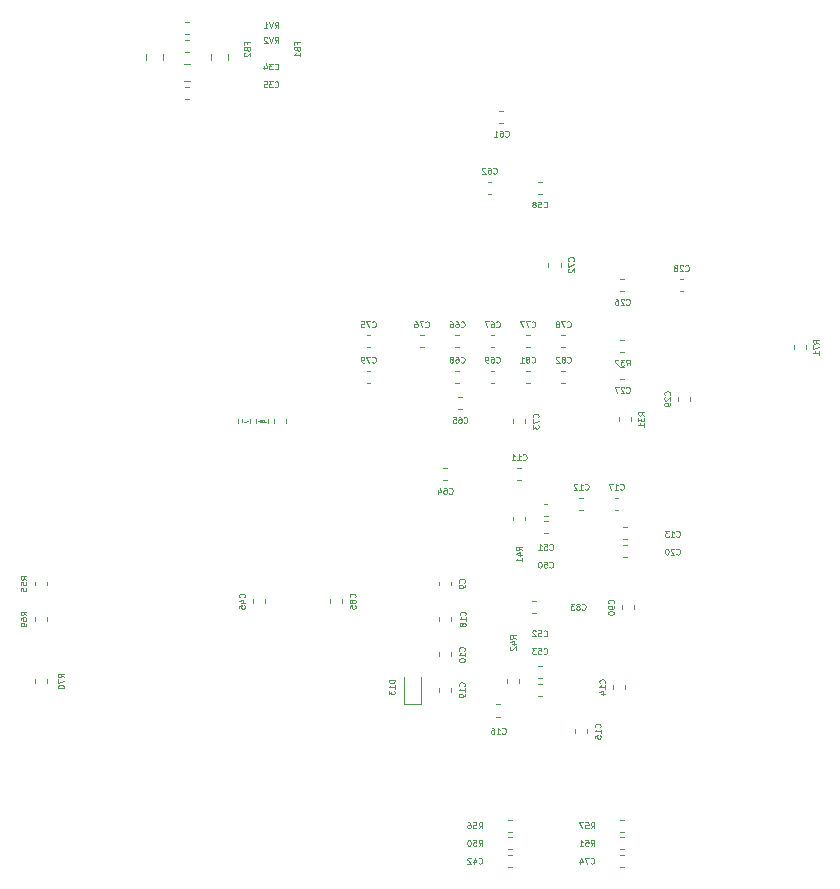
<source format=gbo>
G04 #@! TF.GenerationSoftware,KiCad,Pcbnew,5.1.0*
G04 #@! TF.CreationDate,2019-05-17T18:33:46+02:00*
G04 #@! TF.ProjectId,ice40_breakout,69636534-305f-4627-9265-616b6f75742e,rev?*
G04 #@! TF.SameCoordinates,Original*
G04 #@! TF.FileFunction,Legend,Bot*
G04 #@! TF.FilePolarity,Positive*
%FSLAX46Y46*%
G04 Gerber Fmt 4.6, Leading zero omitted, Abs format (unit mm)*
G04 Created by KiCad (PCBNEW 5.1.0) date 2019-05-17 18:33:46*
%MOMM*%
%LPD*%
G04 APERTURE LIST*
%ADD10C,0.120000*%
%ADD11C,0.100000*%
%ADD12C,1.175000*%
%ADD13O,2.000000X2.000000*%
%ADD14R,2.000000X2.000000*%
%ADD15C,1.200000*%
%ADD16C,1.250000*%
%ADD17C,3.300000*%
%ADD18C,1.275000*%
%ADD19R,3.300000X3.300000*%
G04 APERTURE END LIST*
D10*
X166990000Y-76162779D02*
X166990000Y-75837221D01*
X168010000Y-76162779D02*
X168010000Y-75837221D01*
X153510000Y-97837221D02*
X153510000Y-98162779D01*
X152490000Y-97837221D02*
X152490000Y-98162779D01*
X115908578Y-53410000D02*
X115391422Y-53410000D01*
X115908578Y-51990000D02*
X115391422Y-51990000D01*
X117690000Y-51708578D02*
X117690000Y-51191422D01*
X119110000Y-51708578D02*
X119110000Y-51191422D01*
X112190000Y-51708578D02*
X112190000Y-51191422D01*
X113610000Y-51708578D02*
X113610000Y-51191422D01*
X134015000Y-106235000D02*
X134015000Y-103950000D01*
X135485000Y-106235000D02*
X134015000Y-106235000D01*
X135485000Y-103950000D02*
X135485000Y-106235000D01*
X136990000Y-96162779D02*
X136990000Y-95837221D01*
X138010000Y-96162779D02*
X138010000Y-95837221D01*
X136990000Y-102162779D02*
X136990000Y-101837221D01*
X138010000Y-102162779D02*
X138010000Y-101837221D01*
X143912779Y-87260000D02*
X143587221Y-87260000D01*
X143912779Y-86240000D02*
X143587221Y-86240000D01*
X149162779Y-89760000D02*
X148837221Y-89760000D01*
X149162779Y-88740000D02*
X148837221Y-88740000D01*
X152912779Y-92260000D02*
X152587221Y-92260000D01*
X152912779Y-91240000D02*
X152587221Y-91240000D01*
X152760000Y-104587221D02*
X152760000Y-104912779D01*
X151740000Y-104587221D02*
X151740000Y-104912779D01*
X148490000Y-108662779D02*
X148490000Y-108337221D01*
X149510000Y-108662779D02*
X149510000Y-108337221D01*
X142162779Y-107260000D02*
X141837221Y-107260000D01*
X142162779Y-106240000D02*
X141837221Y-106240000D01*
X152162779Y-89760000D02*
X151837221Y-89760000D01*
X152162779Y-88740000D02*
X151837221Y-88740000D01*
X138010000Y-98837221D02*
X138010000Y-99162779D01*
X136990000Y-98837221D02*
X136990000Y-99162779D01*
X136990000Y-105162779D02*
X136990000Y-104837221D01*
X138010000Y-105162779D02*
X138010000Y-104837221D01*
X152912779Y-93760000D02*
X152587221Y-93760000D01*
X152912779Y-92740000D02*
X152587221Y-92740000D01*
X152337221Y-70240000D02*
X152662779Y-70240000D01*
X152337221Y-71260000D02*
X152662779Y-71260000D01*
X152337221Y-77690000D02*
X152662779Y-77690000D01*
X152337221Y-78710000D02*
X152662779Y-78710000D01*
X157662779Y-71260000D02*
X157337221Y-71260000D01*
X157662779Y-70240000D02*
X157337221Y-70240000D01*
X158260000Y-80187221D02*
X158260000Y-80512779D01*
X157240000Y-80187221D02*
X157240000Y-80512779D01*
X122260000Y-97337221D02*
X122260000Y-97662779D01*
X121240000Y-97337221D02*
X121240000Y-97662779D01*
X115812779Y-54960000D02*
X115487221Y-54960000D01*
X115812779Y-53940000D02*
X115487221Y-53940000D01*
X142837221Y-118990000D02*
X143162779Y-118990000D01*
X142837221Y-120010000D02*
X143162779Y-120010000D01*
X145837221Y-90740000D02*
X146162779Y-90740000D01*
X145837221Y-91760000D02*
X146162779Y-91760000D01*
X145837221Y-89240000D02*
X146162779Y-89240000D01*
X145837221Y-90260000D02*
X146162779Y-90260000D01*
X145337221Y-102990000D02*
X145662779Y-102990000D01*
X145337221Y-104010000D02*
X145662779Y-104010000D01*
X145337221Y-104490000D02*
X145662779Y-104490000D01*
X145337221Y-105510000D02*
X145662779Y-105510000D01*
X145337221Y-61990000D02*
X145662779Y-61990000D01*
X145337221Y-63010000D02*
X145662779Y-63010000D01*
X142087221Y-55990000D02*
X142412779Y-55990000D01*
X142087221Y-57010000D02*
X142412779Y-57010000D01*
X141412779Y-63010000D02*
X141087221Y-63010000D01*
X141412779Y-61990000D02*
X141087221Y-61990000D01*
X137337221Y-86240000D02*
X137662779Y-86240000D01*
X137337221Y-87260000D02*
X137662779Y-87260000D01*
X138587221Y-80240000D02*
X138912779Y-80240000D01*
X138587221Y-81260000D02*
X138912779Y-81260000D01*
X138662779Y-76010000D02*
X138337221Y-76010000D01*
X138662779Y-74990000D02*
X138337221Y-74990000D01*
X141662779Y-76010000D02*
X141337221Y-76010000D01*
X141662779Y-74990000D02*
X141337221Y-74990000D01*
X138662779Y-79010000D02*
X138337221Y-79010000D01*
X138662779Y-77990000D02*
X138337221Y-77990000D01*
X141662779Y-79010000D02*
X141337221Y-79010000D01*
X141662779Y-77990000D02*
X141337221Y-77990000D01*
X122510000Y-82087221D02*
X122510000Y-82412779D01*
X121490000Y-82087221D02*
X121490000Y-82412779D01*
X146240000Y-69162779D02*
X146240000Y-68837221D01*
X147260000Y-69162779D02*
X147260000Y-68837221D01*
X143240000Y-82412779D02*
X143240000Y-82087221D01*
X144260000Y-82412779D02*
X144260000Y-82087221D01*
X152337221Y-118990000D02*
X152662779Y-118990000D01*
X152337221Y-120010000D02*
X152662779Y-120010000D01*
X131162779Y-76010000D02*
X130837221Y-76010000D01*
X131162779Y-74990000D02*
X130837221Y-74990000D01*
X135662779Y-76010000D02*
X135337221Y-76010000D01*
X135662779Y-74990000D02*
X135337221Y-74990000D01*
X144662779Y-76010000D02*
X144337221Y-76010000D01*
X144662779Y-74990000D02*
X144337221Y-74990000D01*
X147662779Y-76010000D02*
X147337221Y-76010000D01*
X147662779Y-74990000D02*
X147337221Y-74990000D01*
X131162779Y-79010000D02*
X130837221Y-79010000D01*
X131162779Y-77990000D02*
X130837221Y-77990000D01*
X144662779Y-79010000D02*
X144337221Y-79010000D01*
X144662779Y-77990000D02*
X144337221Y-77990000D01*
X147662779Y-79010000D02*
X147337221Y-79010000D01*
X147662779Y-77990000D02*
X147337221Y-77990000D01*
X144837221Y-97490000D02*
X145162779Y-97490000D01*
X144837221Y-98510000D02*
X145162779Y-98510000D01*
X127740000Y-97662779D02*
X127740000Y-97337221D01*
X128760000Y-97662779D02*
X128760000Y-97337221D01*
X152190000Y-82262779D02*
X152190000Y-81937221D01*
X153210000Y-82262779D02*
X153210000Y-81937221D01*
X152337221Y-75390000D02*
X152662779Y-75390000D01*
X152337221Y-76410000D02*
X152662779Y-76410000D01*
X124010000Y-82087221D02*
X124010000Y-82412779D01*
X122990000Y-82087221D02*
X122990000Y-82412779D01*
X119990000Y-82412779D02*
X119990000Y-82087221D01*
X121010000Y-82412779D02*
X121010000Y-82087221D01*
X143240000Y-90662779D02*
X143240000Y-90337221D01*
X144260000Y-90662779D02*
X144260000Y-90337221D01*
X143760000Y-104087221D02*
X143760000Y-104412779D01*
X142740000Y-104087221D02*
X142740000Y-104412779D01*
X143162779Y-118510000D02*
X142837221Y-118510000D01*
X143162779Y-117490000D02*
X142837221Y-117490000D01*
X152662779Y-118510000D02*
X152337221Y-118510000D01*
X152662779Y-117490000D02*
X152337221Y-117490000D01*
X142837221Y-115990000D02*
X143162779Y-115990000D01*
X142837221Y-117010000D02*
X143162779Y-117010000D01*
X152337221Y-115990000D02*
X152662779Y-115990000D01*
X152337221Y-117010000D02*
X152662779Y-117010000D01*
X115812779Y-49460000D02*
X115487221Y-49460000D01*
X115812779Y-48440000D02*
X115487221Y-48440000D01*
X115812779Y-50960000D02*
X115487221Y-50960000D01*
X115812779Y-49940000D02*
X115487221Y-49940000D01*
X103760000Y-95837221D02*
X103760000Y-96162779D01*
X102740000Y-95837221D02*
X102740000Y-96162779D01*
X103760000Y-98837221D02*
X103760000Y-99162779D01*
X102740000Y-98837221D02*
X102740000Y-99162779D01*
X102740000Y-104412779D02*
X102740000Y-104087221D01*
X103760000Y-104412779D02*
X103760000Y-104087221D01*
D11*
X169156190Y-75678571D02*
X168918095Y-75511904D01*
X169156190Y-75392857D02*
X168656190Y-75392857D01*
X168656190Y-75583333D01*
X168680000Y-75630952D01*
X168703809Y-75654761D01*
X168751428Y-75678571D01*
X168822857Y-75678571D01*
X168870476Y-75654761D01*
X168894285Y-75630952D01*
X168918095Y-75583333D01*
X168918095Y-75392857D01*
X168656190Y-75845238D02*
X168656190Y-76178571D01*
X169156190Y-75964285D01*
X169156190Y-76630952D02*
X169156190Y-76345238D01*
X169156190Y-76488095D02*
X168656190Y-76488095D01*
X168727619Y-76440476D01*
X168775238Y-76392857D01*
X168799047Y-76345238D01*
X151748571Y-97678571D02*
X151772380Y-97654761D01*
X151796190Y-97583333D01*
X151796190Y-97535714D01*
X151772380Y-97464285D01*
X151724761Y-97416666D01*
X151677142Y-97392857D01*
X151581904Y-97369047D01*
X151510476Y-97369047D01*
X151415238Y-97392857D01*
X151367619Y-97416666D01*
X151320000Y-97464285D01*
X151296190Y-97535714D01*
X151296190Y-97583333D01*
X151320000Y-97654761D01*
X151343809Y-97678571D01*
X151796190Y-97916666D02*
X151796190Y-98011904D01*
X151772380Y-98059523D01*
X151748571Y-98083333D01*
X151677142Y-98130952D01*
X151581904Y-98154761D01*
X151391428Y-98154761D01*
X151343809Y-98130952D01*
X151320000Y-98107142D01*
X151296190Y-98059523D01*
X151296190Y-97964285D01*
X151320000Y-97916666D01*
X151343809Y-97892857D01*
X151391428Y-97869047D01*
X151510476Y-97869047D01*
X151558095Y-97892857D01*
X151581904Y-97916666D01*
X151605714Y-97964285D01*
X151605714Y-98059523D01*
X151581904Y-98107142D01*
X151558095Y-98130952D01*
X151510476Y-98154761D01*
X151296190Y-98464285D02*
X151296190Y-98511904D01*
X151320000Y-98559523D01*
X151343809Y-98583333D01*
X151391428Y-98607142D01*
X151486666Y-98630952D01*
X151605714Y-98630952D01*
X151700952Y-98607142D01*
X151748571Y-98583333D01*
X151772380Y-98559523D01*
X151796190Y-98511904D01*
X151796190Y-98464285D01*
X151772380Y-98416666D01*
X151748571Y-98392857D01*
X151700952Y-98369047D01*
X151605714Y-98345238D01*
X151486666Y-98345238D01*
X151391428Y-98369047D01*
X151343809Y-98392857D01*
X151320000Y-98416666D01*
X151296190Y-98464285D01*
X123071428Y-52428571D02*
X123095238Y-52452380D01*
X123166666Y-52476190D01*
X123214285Y-52476190D01*
X123285714Y-52452380D01*
X123333333Y-52404761D01*
X123357142Y-52357142D01*
X123380952Y-52261904D01*
X123380952Y-52190476D01*
X123357142Y-52095238D01*
X123333333Y-52047619D01*
X123285714Y-52000000D01*
X123214285Y-51976190D01*
X123166666Y-51976190D01*
X123095238Y-52000000D01*
X123071428Y-52023809D01*
X122904761Y-51976190D02*
X122595238Y-51976190D01*
X122761904Y-52166666D01*
X122690476Y-52166666D01*
X122642857Y-52190476D01*
X122619047Y-52214285D01*
X122595238Y-52261904D01*
X122595238Y-52380952D01*
X122619047Y-52428571D01*
X122642857Y-52452380D01*
X122690476Y-52476190D01*
X122833333Y-52476190D01*
X122880952Y-52452380D01*
X122904761Y-52428571D01*
X122166666Y-52142857D02*
X122166666Y-52476190D01*
X122285714Y-51952380D02*
X122404761Y-52309523D01*
X122095238Y-52309523D01*
X124964285Y-50333333D02*
X124964285Y-50166666D01*
X125226190Y-50166666D02*
X124726190Y-50166666D01*
X124726190Y-50404761D01*
X124964285Y-50761904D02*
X124988095Y-50833333D01*
X125011904Y-50857142D01*
X125059523Y-50880952D01*
X125130952Y-50880952D01*
X125178571Y-50857142D01*
X125202380Y-50833333D01*
X125226190Y-50785714D01*
X125226190Y-50595238D01*
X124726190Y-50595238D01*
X124726190Y-50761904D01*
X124750000Y-50809523D01*
X124773809Y-50833333D01*
X124821428Y-50857142D01*
X124869047Y-50857142D01*
X124916666Y-50833333D01*
X124940476Y-50809523D01*
X124964285Y-50761904D01*
X124964285Y-50595238D01*
X125226190Y-51357142D02*
X125226190Y-51071428D01*
X125226190Y-51214285D02*
X124726190Y-51214285D01*
X124797619Y-51166666D01*
X124845238Y-51119047D01*
X124869047Y-51071428D01*
X120714285Y-50333333D02*
X120714285Y-50166666D01*
X120976190Y-50166666D02*
X120476190Y-50166666D01*
X120476190Y-50404761D01*
X120714285Y-50761904D02*
X120738095Y-50833333D01*
X120761904Y-50857142D01*
X120809523Y-50880952D01*
X120880952Y-50880952D01*
X120928571Y-50857142D01*
X120952380Y-50833333D01*
X120976190Y-50785714D01*
X120976190Y-50595238D01*
X120476190Y-50595238D01*
X120476190Y-50761904D01*
X120500000Y-50809523D01*
X120523809Y-50833333D01*
X120571428Y-50857142D01*
X120619047Y-50857142D01*
X120666666Y-50833333D01*
X120690476Y-50809523D01*
X120714285Y-50761904D01*
X120714285Y-50595238D01*
X120523809Y-51071428D02*
X120500000Y-51095238D01*
X120476190Y-51142857D01*
X120476190Y-51261904D01*
X120500000Y-51309523D01*
X120523809Y-51333333D01*
X120571428Y-51357142D01*
X120619047Y-51357142D01*
X120690476Y-51333333D01*
X120976190Y-51047619D01*
X120976190Y-51357142D01*
X133226190Y-104142857D02*
X132726190Y-104142857D01*
X132726190Y-104261904D01*
X132750000Y-104333333D01*
X132797619Y-104380952D01*
X132845238Y-104404761D01*
X132940476Y-104428571D01*
X133011904Y-104428571D01*
X133107142Y-104404761D01*
X133154761Y-104380952D01*
X133202380Y-104333333D01*
X133226190Y-104261904D01*
X133226190Y-104142857D01*
X133226190Y-104904761D02*
X133226190Y-104619047D01*
X133226190Y-104761904D02*
X132726190Y-104761904D01*
X132797619Y-104714285D01*
X132845238Y-104666666D01*
X132869047Y-104619047D01*
X132726190Y-105071428D02*
X132726190Y-105380952D01*
X132916666Y-105214285D01*
X132916666Y-105285714D01*
X132940476Y-105333333D01*
X132964285Y-105357142D01*
X133011904Y-105380952D01*
X133130952Y-105380952D01*
X133178571Y-105357142D01*
X133202380Y-105333333D01*
X133226190Y-105285714D01*
X133226190Y-105142857D01*
X133202380Y-105095238D01*
X133178571Y-105071428D01*
X139108571Y-95916666D02*
X139132380Y-95892857D01*
X139156190Y-95821428D01*
X139156190Y-95773809D01*
X139132380Y-95702380D01*
X139084761Y-95654761D01*
X139037142Y-95630952D01*
X138941904Y-95607142D01*
X138870476Y-95607142D01*
X138775238Y-95630952D01*
X138727619Y-95654761D01*
X138680000Y-95702380D01*
X138656190Y-95773809D01*
X138656190Y-95821428D01*
X138680000Y-95892857D01*
X138703809Y-95916666D01*
X139156190Y-96154761D02*
X139156190Y-96250000D01*
X139132380Y-96297619D01*
X139108571Y-96321428D01*
X139037142Y-96369047D01*
X138941904Y-96392857D01*
X138751428Y-96392857D01*
X138703809Y-96369047D01*
X138680000Y-96345238D01*
X138656190Y-96297619D01*
X138656190Y-96202380D01*
X138680000Y-96154761D01*
X138703809Y-96130952D01*
X138751428Y-96107142D01*
X138870476Y-96107142D01*
X138918095Y-96130952D01*
X138941904Y-96154761D01*
X138965714Y-96202380D01*
X138965714Y-96297619D01*
X138941904Y-96345238D01*
X138918095Y-96369047D01*
X138870476Y-96392857D01*
X139108571Y-101678571D02*
X139132380Y-101654761D01*
X139156190Y-101583333D01*
X139156190Y-101535714D01*
X139132380Y-101464285D01*
X139084761Y-101416666D01*
X139037142Y-101392857D01*
X138941904Y-101369047D01*
X138870476Y-101369047D01*
X138775238Y-101392857D01*
X138727619Y-101416666D01*
X138680000Y-101464285D01*
X138656190Y-101535714D01*
X138656190Y-101583333D01*
X138680000Y-101654761D01*
X138703809Y-101678571D01*
X139156190Y-102154761D02*
X139156190Y-101869047D01*
X139156190Y-102011904D02*
X138656190Y-102011904D01*
X138727619Y-101964285D01*
X138775238Y-101916666D01*
X138799047Y-101869047D01*
X138656190Y-102464285D02*
X138656190Y-102511904D01*
X138680000Y-102559523D01*
X138703809Y-102583333D01*
X138751428Y-102607142D01*
X138846666Y-102630952D01*
X138965714Y-102630952D01*
X139060952Y-102607142D01*
X139108571Y-102583333D01*
X139132380Y-102559523D01*
X139156190Y-102511904D01*
X139156190Y-102464285D01*
X139132380Y-102416666D01*
X139108571Y-102392857D01*
X139060952Y-102369047D01*
X138965714Y-102345238D01*
X138846666Y-102345238D01*
X138751428Y-102369047D01*
X138703809Y-102392857D01*
X138680000Y-102416666D01*
X138656190Y-102464285D01*
X144071428Y-85498571D02*
X144095238Y-85522380D01*
X144166666Y-85546190D01*
X144214285Y-85546190D01*
X144285714Y-85522380D01*
X144333333Y-85474761D01*
X144357142Y-85427142D01*
X144380952Y-85331904D01*
X144380952Y-85260476D01*
X144357142Y-85165238D01*
X144333333Y-85117619D01*
X144285714Y-85070000D01*
X144214285Y-85046190D01*
X144166666Y-85046190D01*
X144095238Y-85070000D01*
X144071428Y-85093809D01*
X143595238Y-85546190D02*
X143880952Y-85546190D01*
X143738095Y-85546190D02*
X143738095Y-85046190D01*
X143785714Y-85117619D01*
X143833333Y-85165238D01*
X143880952Y-85189047D01*
X143119047Y-85546190D02*
X143404761Y-85546190D01*
X143261904Y-85546190D02*
X143261904Y-85046190D01*
X143309523Y-85117619D01*
X143357142Y-85165238D01*
X143404761Y-85189047D01*
X149321428Y-87998571D02*
X149345238Y-88022380D01*
X149416666Y-88046190D01*
X149464285Y-88046190D01*
X149535714Y-88022380D01*
X149583333Y-87974761D01*
X149607142Y-87927142D01*
X149630952Y-87831904D01*
X149630952Y-87760476D01*
X149607142Y-87665238D01*
X149583333Y-87617619D01*
X149535714Y-87570000D01*
X149464285Y-87546190D01*
X149416666Y-87546190D01*
X149345238Y-87570000D01*
X149321428Y-87593809D01*
X148845238Y-88046190D02*
X149130952Y-88046190D01*
X148988095Y-88046190D02*
X148988095Y-87546190D01*
X149035714Y-87617619D01*
X149083333Y-87665238D01*
X149130952Y-87689047D01*
X148654761Y-87593809D02*
X148630952Y-87570000D01*
X148583333Y-87546190D01*
X148464285Y-87546190D01*
X148416666Y-87570000D01*
X148392857Y-87593809D01*
X148369047Y-87641428D01*
X148369047Y-87689047D01*
X148392857Y-87760476D01*
X148678571Y-88046190D01*
X148369047Y-88046190D01*
X157071428Y-91998571D02*
X157095238Y-92022380D01*
X157166666Y-92046190D01*
X157214285Y-92046190D01*
X157285714Y-92022380D01*
X157333333Y-91974761D01*
X157357142Y-91927142D01*
X157380952Y-91831904D01*
X157380952Y-91760476D01*
X157357142Y-91665238D01*
X157333333Y-91617619D01*
X157285714Y-91570000D01*
X157214285Y-91546190D01*
X157166666Y-91546190D01*
X157095238Y-91570000D01*
X157071428Y-91593809D01*
X156595238Y-92046190D02*
X156880952Y-92046190D01*
X156738095Y-92046190D02*
X156738095Y-91546190D01*
X156785714Y-91617619D01*
X156833333Y-91665238D01*
X156880952Y-91689047D01*
X156428571Y-91546190D02*
X156119047Y-91546190D01*
X156285714Y-91736666D01*
X156214285Y-91736666D01*
X156166666Y-91760476D01*
X156142857Y-91784285D01*
X156119047Y-91831904D01*
X156119047Y-91950952D01*
X156142857Y-91998571D01*
X156166666Y-92022380D01*
X156214285Y-92046190D01*
X156357142Y-92046190D01*
X156404761Y-92022380D01*
X156428571Y-91998571D01*
X150998571Y-104428571D02*
X151022380Y-104404761D01*
X151046190Y-104333333D01*
X151046190Y-104285714D01*
X151022380Y-104214285D01*
X150974761Y-104166666D01*
X150927142Y-104142857D01*
X150831904Y-104119047D01*
X150760476Y-104119047D01*
X150665238Y-104142857D01*
X150617619Y-104166666D01*
X150570000Y-104214285D01*
X150546190Y-104285714D01*
X150546190Y-104333333D01*
X150570000Y-104404761D01*
X150593809Y-104428571D01*
X151046190Y-104904761D02*
X151046190Y-104619047D01*
X151046190Y-104761904D02*
X150546190Y-104761904D01*
X150617619Y-104714285D01*
X150665238Y-104666666D01*
X150689047Y-104619047D01*
X150712857Y-105333333D02*
X151046190Y-105333333D01*
X150522380Y-105214285D02*
X150879523Y-105095238D01*
X150879523Y-105404761D01*
X150608571Y-108178571D02*
X150632380Y-108154761D01*
X150656190Y-108083333D01*
X150656190Y-108035714D01*
X150632380Y-107964285D01*
X150584761Y-107916666D01*
X150537142Y-107892857D01*
X150441904Y-107869047D01*
X150370476Y-107869047D01*
X150275238Y-107892857D01*
X150227619Y-107916666D01*
X150180000Y-107964285D01*
X150156190Y-108035714D01*
X150156190Y-108083333D01*
X150180000Y-108154761D01*
X150203809Y-108178571D01*
X150656190Y-108654761D02*
X150656190Y-108369047D01*
X150656190Y-108511904D02*
X150156190Y-108511904D01*
X150227619Y-108464285D01*
X150275238Y-108416666D01*
X150299047Y-108369047D01*
X150156190Y-109107142D02*
X150156190Y-108869047D01*
X150394285Y-108845238D01*
X150370476Y-108869047D01*
X150346666Y-108916666D01*
X150346666Y-109035714D01*
X150370476Y-109083333D01*
X150394285Y-109107142D01*
X150441904Y-109130952D01*
X150560952Y-109130952D01*
X150608571Y-109107142D01*
X150632380Y-109083333D01*
X150656190Y-109035714D01*
X150656190Y-108916666D01*
X150632380Y-108869047D01*
X150608571Y-108845238D01*
X142321428Y-108678571D02*
X142345238Y-108702380D01*
X142416666Y-108726190D01*
X142464285Y-108726190D01*
X142535714Y-108702380D01*
X142583333Y-108654761D01*
X142607142Y-108607142D01*
X142630952Y-108511904D01*
X142630952Y-108440476D01*
X142607142Y-108345238D01*
X142583333Y-108297619D01*
X142535714Y-108250000D01*
X142464285Y-108226190D01*
X142416666Y-108226190D01*
X142345238Y-108250000D01*
X142321428Y-108273809D01*
X141845238Y-108726190D02*
X142130952Y-108726190D01*
X141988095Y-108726190D02*
X141988095Y-108226190D01*
X142035714Y-108297619D01*
X142083333Y-108345238D01*
X142130952Y-108369047D01*
X141416666Y-108226190D02*
X141511904Y-108226190D01*
X141559523Y-108250000D01*
X141583333Y-108273809D01*
X141630952Y-108345238D01*
X141654761Y-108440476D01*
X141654761Y-108630952D01*
X141630952Y-108678571D01*
X141607142Y-108702380D01*
X141559523Y-108726190D01*
X141464285Y-108726190D01*
X141416666Y-108702380D01*
X141392857Y-108678571D01*
X141369047Y-108630952D01*
X141369047Y-108511904D01*
X141392857Y-108464285D01*
X141416666Y-108440476D01*
X141464285Y-108416666D01*
X141559523Y-108416666D01*
X141607142Y-108440476D01*
X141630952Y-108464285D01*
X141654761Y-108511904D01*
X152321428Y-87998571D02*
X152345238Y-88022380D01*
X152416666Y-88046190D01*
X152464285Y-88046190D01*
X152535714Y-88022380D01*
X152583333Y-87974761D01*
X152607142Y-87927142D01*
X152630952Y-87831904D01*
X152630952Y-87760476D01*
X152607142Y-87665238D01*
X152583333Y-87617619D01*
X152535714Y-87570000D01*
X152464285Y-87546190D01*
X152416666Y-87546190D01*
X152345238Y-87570000D01*
X152321428Y-87593809D01*
X151845238Y-88046190D02*
X152130952Y-88046190D01*
X151988095Y-88046190D02*
X151988095Y-87546190D01*
X152035714Y-87617619D01*
X152083333Y-87665238D01*
X152130952Y-87689047D01*
X151678571Y-87546190D02*
X151345238Y-87546190D01*
X151559523Y-88046190D01*
X139178571Y-98678571D02*
X139202380Y-98654761D01*
X139226190Y-98583333D01*
X139226190Y-98535714D01*
X139202380Y-98464285D01*
X139154761Y-98416666D01*
X139107142Y-98392857D01*
X139011904Y-98369047D01*
X138940476Y-98369047D01*
X138845238Y-98392857D01*
X138797619Y-98416666D01*
X138750000Y-98464285D01*
X138726190Y-98535714D01*
X138726190Y-98583333D01*
X138750000Y-98654761D01*
X138773809Y-98678571D01*
X139226190Y-99154761D02*
X139226190Y-98869047D01*
X139226190Y-99011904D02*
X138726190Y-99011904D01*
X138797619Y-98964285D01*
X138845238Y-98916666D01*
X138869047Y-98869047D01*
X138940476Y-99440476D02*
X138916666Y-99392857D01*
X138892857Y-99369047D01*
X138845238Y-99345238D01*
X138821428Y-99345238D01*
X138773809Y-99369047D01*
X138750000Y-99392857D01*
X138726190Y-99440476D01*
X138726190Y-99535714D01*
X138750000Y-99583333D01*
X138773809Y-99607142D01*
X138821428Y-99630952D01*
X138845238Y-99630952D01*
X138892857Y-99607142D01*
X138916666Y-99583333D01*
X138940476Y-99535714D01*
X138940476Y-99440476D01*
X138964285Y-99392857D01*
X138988095Y-99369047D01*
X139035714Y-99345238D01*
X139130952Y-99345238D01*
X139178571Y-99369047D01*
X139202380Y-99392857D01*
X139226190Y-99440476D01*
X139226190Y-99535714D01*
X139202380Y-99583333D01*
X139178571Y-99607142D01*
X139130952Y-99630952D01*
X139035714Y-99630952D01*
X138988095Y-99607142D01*
X138964285Y-99583333D01*
X138940476Y-99535714D01*
X139108571Y-104678571D02*
X139132380Y-104654761D01*
X139156190Y-104583333D01*
X139156190Y-104535714D01*
X139132380Y-104464285D01*
X139084761Y-104416666D01*
X139037142Y-104392857D01*
X138941904Y-104369047D01*
X138870476Y-104369047D01*
X138775238Y-104392857D01*
X138727619Y-104416666D01*
X138680000Y-104464285D01*
X138656190Y-104535714D01*
X138656190Y-104583333D01*
X138680000Y-104654761D01*
X138703809Y-104678571D01*
X139156190Y-105154761D02*
X139156190Y-104869047D01*
X139156190Y-105011904D02*
X138656190Y-105011904D01*
X138727619Y-104964285D01*
X138775238Y-104916666D01*
X138799047Y-104869047D01*
X139156190Y-105392857D02*
X139156190Y-105488095D01*
X139132380Y-105535714D01*
X139108571Y-105559523D01*
X139037142Y-105607142D01*
X138941904Y-105630952D01*
X138751428Y-105630952D01*
X138703809Y-105607142D01*
X138680000Y-105583333D01*
X138656190Y-105535714D01*
X138656190Y-105440476D01*
X138680000Y-105392857D01*
X138703809Y-105369047D01*
X138751428Y-105345238D01*
X138870476Y-105345238D01*
X138918095Y-105369047D01*
X138941904Y-105392857D01*
X138965714Y-105440476D01*
X138965714Y-105535714D01*
X138941904Y-105583333D01*
X138918095Y-105607142D01*
X138870476Y-105630952D01*
X157071428Y-93498571D02*
X157095238Y-93522380D01*
X157166666Y-93546190D01*
X157214285Y-93546190D01*
X157285714Y-93522380D01*
X157333333Y-93474761D01*
X157357142Y-93427142D01*
X157380952Y-93331904D01*
X157380952Y-93260476D01*
X157357142Y-93165238D01*
X157333333Y-93117619D01*
X157285714Y-93070000D01*
X157214285Y-93046190D01*
X157166666Y-93046190D01*
X157095238Y-93070000D01*
X157071428Y-93093809D01*
X156880952Y-93093809D02*
X156857142Y-93070000D01*
X156809523Y-93046190D01*
X156690476Y-93046190D01*
X156642857Y-93070000D01*
X156619047Y-93093809D01*
X156595238Y-93141428D01*
X156595238Y-93189047D01*
X156619047Y-93260476D01*
X156904761Y-93546190D01*
X156595238Y-93546190D01*
X156285714Y-93046190D02*
X156238095Y-93046190D01*
X156190476Y-93070000D01*
X156166666Y-93093809D01*
X156142857Y-93141428D01*
X156119047Y-93236666D01*
X156119047Y-93355714D01*
X156142857Y-93450952D01*
X156166666Y-93498571D01*
X156190476Y-93522380D01*
X156238095Y-93546190D01*
X156285714Y-93546190D01*
X156333333Y-93522380D01*
X156357142Y-93498571D01*
X156380952Y-93450952D01*
X156404761Y-93355714D01*
X156404761Y-93236666D01*
X156380952Y-93141428D01*
X156357142Y-93093809D01*
X156333333Y-93070000D01*
X156285714Y-93046190D01*
X152821428Y-72358571D02*
X152845238Y-72382380D01*
X152916666Y-72406190D01*
X152964285Y-72406190D01*
X153035714Y-72382380D01*
X153083333Y-72334761D01*
X153107142Y-72287142D01*
X153130952Y-72191904D01*
X153130952Y-72120476D01*
X153107142Y-72025238D01*
X153083333Y-71977619D01*
X153035714Y-71930000D01*
X152964285Y-71906190D01*
X152916666Y-71906190D01*
X152845238Y-71930000D01*
X152821428Y-71953809D01*
X152630952Y-71953809D02*
X152607142Y-71930000D01*
X152559523Y-71906190D01*
X152440476Y-71906190D01*
X152392857Y-71930000D01*
X152369047Y-71953809D01*
X152345238Y-72001428D01*
X152345238Y-72049047D01*
X152369047Y-72120476D01*
X152654761Y-72406190D01*
X152345238Y-72406190D01*
X151916666Y-71906190D02*
X152011904Y-71906190D01*
X152059523Y-71930000D01*
X152083333Y-71953809D01*
X152130952Y-72025238D01*
X152154761Y-72120476D01*
X152154761Y-72310952D01*
X152130952Y-72358571D01*
X152107142Y-72382380D01*
X152059523Y-72406190D01*
X151964285Y-72406190D01*
X151916666Y-72382380D01*
X151892857Y-72358571D01*
X151869047Y-72310952D01*
X151869047Y-72191904D01*
X151892857Y-72144285D01*
X151916666Y-72120476D01*
X151964285Y-72096666D01*
X152059523Y-72096666D01*
X152107142Y-72120476D01*
X152130952Y-72144285D01*
X152154761Y-72191904D01*
X152821428Y-79808571D02*
X152845238Y-79832380D01*
X152916666Y-79856190D01*
X152964285Y-79856190D01*
X153035714Y-79832380D01*
X153083333Y-79784761D01*
X153107142Y-79737142D01*
X153130952Y-79641904D01*
X153130952Y-79570476D01*
X153107142Y-79475238D01*
X153083333Y-79427619D01*
X153035714Y-79380000D01*
X152964285Y-79356190D01*
X152916666Y-79356190D01*
X152845238Y-79380000D01*
X152821428Y-79403809D01*
X152630952Y-79403809D02*
X152607142Y-79380000D01*
X152559523Y-79356190D01*
X152440476Y-79356190D01*
X152392857Y-79380000D01*
X152369047Y-79403809D01*
X152345238Y-79451428D01*
X152345238Y-79499047D01*
X152369047Y-79570476D01*
X152654761Y-79856190D01*
X152345238Y-79856190D01*
X152178571Y-79356190D02*
X151845238Y-79356190D01*
X152059523Y-79856190D01*
X157821428Y-69498571D02*
X157845238Y-69522380D01*
X157916666Y-69546190D01*
X157964285Y-69546190D01*
X158035714Y-69522380D01*
X158083333Y-69474761D01*
X158107142Y-69427142D01*
X158130952Y-69331904D01*
X158130952Y-69260476D01*
X158107142Y-69165238D01*
X158083333Y-69117619D01*
X158035714Y-69070000D01*
X157964285Y-69046190D01*
X157916666Y-69046190D01*
X157845238Y-69070000D01*
X157821428Y-69093809D01*
X157630952Y-69093809D02*
X157607142Y-69070000D01*
X157559523Y-69046190D01*
X157440476Y-69046190D01*
X157392857Y-69070000D01*
X157369047Y-69093809D01*
X157345238Y-69141428D01*
X157345238Y-69189047D01*
X157369047Y-69260476D01*
X157654761Y-69546190D01*
X157345238Y-69546190D01*
X157059523Y-69260476D02*
X157107142Y-69236666D01*
X157130952Y-69212857D01*
X157154761Y-69165238D01*
X157154761Y-69141428D01*
X157130952Y-69093809D01*
X157107142Y-69070000D01*
X157059523Y-69046190D01*
X156964285Y-69046190D01*
X156916666Y-69070000D01*
X156892857Y-69093809D01*
X156869047Y-69141428D01*
X156869047Y-69165238D01*
X156892857Y-69212857D01*
X156916666Y-69236666D01*
X156964285Y-69260476D01*
X157059523Y-69260476D01*
X157107142Y-69284285D01*
X157130952Y-69308095D01*
X157154761Y-69355714D01*
X157154761Y-69450952D01*
X157130952Y-69498571D01*
X157107142Y-69522380D01*
X157059523Y-69546190D01*
X156964285Y-69546190D01*
X156916666Y-69522380D01*
X156892857Y-69498571D01*
X156869047Y-69450952D01*
X156869047Y-69355714D01*
X156892857Y-69308095D01*
X156916666Y-69284285D01*
X156964285Y-69260476D01*
X156498571Y-80028571D02*
X156522380Y-80004761D01*
X156546190Y-79933333D01*
X156546190Y-79885714D01*
X156522380Y-79814285D01*
X156474761Y-79766666D01*
X156427142Y-79742857D01*
X156331904Y-79719047D01*
X156260476Y-79719047D01*
X156165238Y-79742857D01*
X156117619Y-79766666D01*
X156070000Y-79814285D01*
X156046190Y-79885714D01*
X156046190Y-79933333D01*
X156070000Y-80004761D01*
X156093809Y-80028571D01*
X156093809Y-80219047D02*
X156070000Y-80242857D01*
X156046190Y-80290476D01*
X156046190Y-80409523D01*
X156070000Y-80457142D01*
X156093809Y-80480952D01*
X156141428Y-80504761D01*
X156189047Y-80504761D01*
X156260476Y-80480952D01*
X156546190Y-80195238D01*
X156546190Y-80504761D01*
X156546190Y-80742857D02*
X156546190Y-80838095D01*
X156522380Y-80885714D01*
X156498571Y-80909523D01*
X156427142Y-80957142D01*
X156331904Y-80980952D01*
X156141428Y-80980952D01*
X156093809Y-80957142D01*
X156070000Y-80933333D01*
X156046190Y-80885714D01*
X156046190Y-80790476D01*
X156070000Y-80742857D01*
X156093809Y-80719047D01*
X156141428Y-80695238D01*
X156260476Y-80695238D01*
X156308095Y-80719047D01*
X156331904Y-80742857D01*
X156355714Y-80790476D01*
X156355714Y-80885714D01*
X156331904Y-80933333D01*
X156308095Y-80957142D01*
X156260476Y-80980952D01*
X120498571Y-97178571D02*
X120522380Y-97154761D01*
X120546190Y-97083333D01*
X120546190Y-97035714D01*
X120522380Y-96964285D01*
X120474761Y-96916666D01*
X120427142Y-96892857D01*
X120331904Y-96869047D01*
X120260476Y-96869047D01*
X120165238Y-96892857D01*
X120117619Y-96916666D01*
X120070000Y-96964285D01*
X120046190Y-97035714D01*
X120046190Y-97083333D01*
X120070000Y-97154761D01*
X120093809Y-97178571D01*
X120212857Y-97607142D02*
X120546190Y-97607142D01*
X120022380Y-97488095D02*
X120379523Y-97369047D01*
X120379523Y-97678571D01*
X120046190Y-98107142D02*
X120046190Y-97869047D01*
X120284285Y-97845238D01*
X120260476Y-97869047D01*
X120236666Y-97916666D01*
X120236666Y-98035714D01*
X120260476Y-98083333D01*
X120284285Y-98107142D01*
X120331904Y-98130952D01*
X120450952Y-98130952D01*
X120498571Y-98107142D01*
X120522380Y-98083333D01*
X120546190Y-98035714D01*
X120546190Y-97916666D01*
X120522380Y-97869047D01*
X120498571Y-97845238D01*
X123071428Y-53928571D02*
X123095238Y-53952380D01*
X123166666Y-53976190D01*
X123214285Y-53976190D01*
X123285714Y-53952380D01*
X123333333Y-53904761D01*
X123357142Y-53857142D01*
X123380952Y-53761904D01*
X123380952Y-53690476D01*
X123357142Y-53595238D01*
X123333333Y-53547619D01*
X123285714Y-53500000D01*
X123214285Y-53476190D01*
X123166666Y-53476190D01*
X123095238Y-53500000D01*
X123071428Y-53523809D01*
X122904761Y-53476190D02*
X122595238Y-53476190D01*
X122761904Y-53666666D01*
X122690476Y-53666666D01*
X122642857Y-53690476D01*
X122619047Y-53714285D01*
X122595238Y-53761904D01*
X122595238Y-53880952D01*
X122619047Y-53928571D01*
X122642857Y-53952380D01*
X122690476Y-53976190D01*
X122833333Y-53976190D01*
X122880952Y-53952380D01*
X122904761Y-53928571D01*
X122142857Y-53476190D02*
X122380952Y-53476190D01*
X122404761Y-53714285D01*
X122380952Y-53690476D01*
X122333333Y-53666666D01*
X122214285Y-53666666D01*
X122166666Y-53690476D01*
X122142857Y-53714285D01*
X122119047Y-53761904D01*
X122119047Y-53880952D01*
X122142857Y-53928571D01*
X122166666Y-53952380D01*
X122214285Y-53976190D01*
X122333333Y-53976190D01*
X122380952Y-53952380D01*
X122404761Y-53928571D01*
X140321428Y-119678571D02*
X140345238Y-119702380D01*
X140416666Y-119726190D01*
X140464285Y-119726190D01*
X140535714Y-119702380D01*
X140583333Y-119654761D01*
X140607142Y-119607142D01*
X140630952Y-119511904D01*
X140630952Y-119440476D01*
X140607142Y-119345238D01*
X140583333Y-119297619D01*
X140535714Y-119250000D01*
X140464285Y-119226190D01*
X140416666Y-119226190D01*
X140345238Y-119250000D01*
X140321428Y-119273809D01*
X139892857Y-119392857D02*
X139892857Y-119726190D01*
X140011904Y-119202380D02*
X140130952Y-119559523D01*
X139821428Y-119559523D01*
X139654761Y-119273809D02*
X139630952Y-119250000D01*
X139583333Y-119226190D01*
X139464285Y-119226190D01*
X139416666Y-119250000D01*
X139392857Y-119273809D01*
X139369047Y-119321428D01*
X139369047Y-119369047D01*
X139392857Y-119440476D01*
X139678571Y-119726190D01*
X139369047Y-119726190D01*
X146321428Y-94608571D02*
X146345238Y-94632380D01*
X146416666Y-94656190D01*
X146464285Y-94656190D01*
X146535714Y-94632380D01*
X146583333Y-94584761D01*
X146607142Y-94537142D01*
X146630952Y-94441904D01*
X146630952Y-94370476D01*
X146607142Y-94275238D01*
X146583333Y-94227619D01*
X146535714Y-94180000D01*
X146464285Y-94156190D01*
X146416666Y-94156190D01*
X146345238Y-94180000D01*
X146321428Y-94203809D01*
X145869047Y-94156190D02*
X146107142Y-94156190D01*
X146130952Y-94394285D01*
X146107142Y-94370476D01*
X146059523Y-94346666D01*
X145940476Y-94346666D01*
X145892857Y-94370476D01*
X145869047Y-94394285D01*
X145845238Y-94441904D01*
X145845238Y-94560952D01*
X145869047Y-94608571D01*
X145892857Y-94632380D01*
X145940476Y-94656190D01*
X146059523Y-94656190D01*
X146107142Y-94632380D01*
X146130952Y-94608571D01*
X145535714Y-94156190D02*
X145488095Y-94156190D01*
X145440476Y-94180000D01*
X145416666Y-94203809D01*
X145392857Y-94251428D01*
X145369047Y-94346666D01*
X145369047Y-94465714D01*
X145392857Y-94560952D01*
X145416666Y-94608571D01*
X145440476Y-94632380D01*
X145488095Y-94656190D01*
X145535714Y-94656190D01*
X145583333Y-94632380D01*
X145607142Y-94608571D01*
X145630952Y-94560952D01*
X145654761Y-94465714D01*
X145654761Y-94346666D01*
X145630952Y-94251428D01*
X145607142Y-94203809D01*
X145583333Y-94180000D01*
X145535714Y-94156190D01*
X146321428Y-93108571D02*
X146345238Y-93132380D01*
X146416666Y-93156190D01*
X146464285Y-93156190D01*
X146535714Y-93132380D01*
X146583333Y-93084761D01*
X146607142Y-93037142D01*
X146630952Y-92941904D01*
X146630952Y-92870476D01*
X146607142Y-92775238D01*
X146583333Y-92727619D01*
X146535714Y-92680000D01*
X146464285Y-92656190D01*
X146416666Y-92656190D01*
X146345238Y-92680000D01*
X146321428Y-92703809D01*
X145869047Y-92656190D02*
X146107142Y-92656190D01*
X146130952Y-92894285D01*
X146107142Y-92870476D01*
X146059523Y-92846666D01*
X145940476Y-92846666D01*
X145892857Y-92870476D01*
X145869047Y-92894285D01*
X145845238Y-92941904D01*
X145845238Y-93060952D01*
X145869047Y-93108571D01*
X145892857Y-93132380D01*
X145940476Y-93156190D01*
X146059523Y-93156190D01*
X146107142Y-93132380D01*
X146130952Y-93108571D01*
X145369047Y-93156190D02*
X145654761Y-93156190D01*
X145511904Y-93156190D02*
X145511904Y-92656190D01*
X145559523Y-92727619D01*
X145607142Y-92775238D01*
X145654761Y-92799047D01*
X145821428Y-100428571D02*
X145845238Y-100452380D01*
X145916666Y-100476190D01*
X145964285Y-100476190D01*
X146035714Y-100452380D01*
X146083333Y-100404761D01*
X146107142Y-100357142D01*
X146130952Y-100261904D01*
X146130952Y-100190476D01*
X146107142Y-100095238D01*
X146083333Y-100047619D01*
X146035714Y-100000000D01*
X145964285Y-99976190D01*
X145916666Y-99976190D01*
X145845238Y-100000000D01*
X145821428Y-100023809D01*
X145369047Y-99976190D02*
X145607142Y-99976190D01*
X145630952Y-100214285D01*
X145607142Y-100190476D01*
X145559523Y-100166666D01*
X145440476Y-100166666D01*
X145392857Y-100190476D01*
X145369047Y-100214285D01*
X145345238Y-100261904D01*
X145345238Y-100380952D01*
X145369047Y-100428571D01*
X145392857Y-100452380D01*
X145440476Y-100476190D01*
X145559523Y-100476190D01*
X145607142Y-100452380D01*
X145630952Y-100428571D01*
X145154761Y-100023809D02*
X145130952Y-100000000D01*
X145083333Y-99976190D01*
X144964285Y-99976190D01*
X144916666Y-100000000D01*
X144892857Y-100023809D01*
X144869047Y-100071428D01*
X144869047Y-100119047D01*
X144892857Y-100190476D01*
X145178571Y-100476190D01*
X144869047Y-100476190D01*
X145821428Y-101928571D02*
X145845238Y-101952380D01*
X145916666Y-101976190D01*
X145964285Y-101976190D01*
X146035714Y-101952380D01*
X146083333Y-101904761D01*
X146107142Y-101857142D01*
X146130952Y-101761904D01*
X146130952Y-101690476D01*
X146107142Y-101595238D01*
X146083333Y-101547619D01*
X146035714Y-101500000D01*
X145964285Y-101476190D01*
X145916666Y-101476190D01*
X145845238Y-101500000D01*
X145821428Y-101523809D01*
X145369047Y-101476190D02*
X145607142Y-101476190D01*
X145630952Y-101714285D01*
X145607142Y-101690476D01*
X145559523Y-101666666D01*
X145440476Y-101666666D01*
X145392857Y-101690476D01*
X145369047Y-101714285D01*
X145345238Y-101761904D01*
X145345238Y-101880952D01*
X145369047Y-101928571D01*
X145392857Y-101952380D01*
X145440476Y-101976190D01*
X145559523Y-101976190D01*
X145607142Y-101952380D01*
X145630952Y-101928571D01*
X145178571Y-101476190D02*
X144869047Y-101476190D01*
X145035714Y-101666666D01*
X144964285Y-101666666D01*
X144916666Y-101690476D01*
X144892857Y-101714285D01*
X144869047Y-101761904D01*
X144869047Y-101880952D01*
X144892857Y-101928571D01*
X144916666Y-101952380D01*
X144964285Y-101976190D01*
X145107142Y-101976190D01*
X145154761Y-101952380D01*
X145178571Y-101928571D01*
X145821428Y-64108571D02*
X145845238Y-64132380D01*
X145916666Y-64156190D01*
X145964285Y-64156190D01*
X146035714Y-64132380D01*
X146083333Y-64084761D01*
X146107142Y-64037142D01*
X146130952Y-63941904D01*
X146130952Y-63870476D01*
X146107142Y-63775238D01*
X146083333Y-63727619D01*
X146035714Y-63680000D01*
X145964285Y-63656190D01*
X145916666Y-63656190D01*
X145845238Y-63680000D01*
X145821428Y-63703809D01*
X145369047Y-63656190D02*
X145607142Y-63656190D01*
X145630952Y-63894285D01*
X145607142Y-63870476D01*
X145559523Y-63846666D01*
X145440476Y-63846666D01*
X145392857Y-63870476D01*
X145369047Y-63894285D01*
X145345238Y-63941904D01*
X145345238Y-64060952D01*
X145369047Y-64108571D01*
X145392857Y-64132380D01*
X145440476Y-64156190D01*
X145559523Y-64156190D01*
X145607142Y-64132380D01*
X145630952Y-64108571D01*
X145059523Y-63870476D02*
X145107142Y-63846666D01*
X145130952Y-63822857D01*
X145154761Y-63775238D01*
X145154761Y-63751428D01*
X145130952Y-63703809D01*
X145107142Y-63680000D01*
X145059523Y-63656190D01*
X144964285Y-63656190D01*
X144916666Y-63680000D01*
X144892857Y-63703809D01*
X144869047Y-63751428D01*
X144869047Y-63775238D01*
X144892857Y-63822857D01*
X144916666Y-63846666D01*
X144964285Y-63870476D01*
X145059523Y-63870476D01*
X145107142Y-63894285D01*
X145130952Y-63918095D01*
X145154761Y-63965714D01*
X145154761Y-64060952D01*
X145130952Y-64108571D01*
X145107142Y-64132380D01*
X145059523Y-64156190D01*
X144964285Y-64156190D01*
X144916666Y-64132380D01*
X144892857Y-64108571D01*
X144869047Y-64060952D01*
X144869047Y-63965714D01*
X144892857Y-63918095D01*
X144916666Y-63894285D01*
X144964285Y-63870476D01*
X142571428Y-58108571D02*
X142595238Y-58132380D01*
X142666666Y-58156190D01*
X142714285Y-58156190D01*
X142785714Y-58132380D01*
X142833333Y-58084761D01*
X142857142Y-58037142D01*
X142880952Y-57941904D01*
X142880952Y-57870476D01*
X142857142Y-57775238D01*
X142833333Y-57727619D01*
X142785714Y-57680000D01*
X142714285Y-57656190D01*
X142666666Y-57656190D01*
X142595238Y-57680000D01*
X142571428Y-57703809D01*
X142142857Y-57656190D02*
X142238095Y-57656190D01*
X142285714Y-57680000D01*
X142309523Y-57703809D01*
X142357142Y-57775238D01*
X142380952Y-57870476D01*
X142380952Y-58060952D01*
X142357142Y-58108571D01*
X142333333Y-58132380D01*
X142285714Y-58156190D01*
X142190476Y-58156190D01*
X142142857Y-58132380D01*
X142119047Y-58108571D01*
X142095238Y-58060952D01*
X142095238Y-57941904D01*
X142119047Y-57894285D01*
X142142857Y-57870476D01*
X142190476Y-57846666D01*
X142285714Y-57846666D01*
X142333333Y-57870476D01*
X142357142Y-57894285D01*
X142380952Y-57941904D01*
X141619047Y-58156190D02*
X141904761Y-58156190D01*
X141761904Y-58156190D02*
X141761904Y-57656190D01*
X141809523Y-57727619D01*
X141857142Y-57775238D01*
X141904761Y-57799047D01*
X141571428Y-61248571D02*
X141595238Y-61272380D01*
X141666666Y-61296190D01*
X141714285Y-61296190D01*
X141785714Y-61272380D01*
X141833333Y-61224761D01*
X141857142Y-61177142D01*
X141880952Y-61081904D01*
X141880952Y-61010476D01*
X141857142Y-60915238D01*
X141833333Y-60867619D01*
X141785714Y-60820000D01*
X141714285Y-60796190D01*
X141666666Y-60796190D01*
X141595238Y-60820000D01*
X141571428Y-60843809D01*
X141142857Y-60796190D02*
X141238095Y-60796190D01*
X141285714Y-60820000D01*
X141309523Y-60843809D01*
X141357142Y-60915238D01*
X141380952Y-61010476D01*
X141380952Y-61200952D01*
X141357142Y-61248571D01*
X141333333Y-61272380D01*
X141285714Y-61296190D01*
X141190476Y-61296190D01*
X141142857Y-61272380D01*
X141119047Y-61248571D01*
X141095238Y-61200952D01*
X141095238Y-61081904D01*
X141119047Y-61034285D01*
X141142857Y-61010476D01*
X141190476Y-60986666D01*
X141285714Y-60986666D01*
X141333333Y-61010476D01*
X141357142Y-61034285D01*
X141380952Y-61081904D01*
X140904761Y-60843809D02*
X140880952Y-60820000D01*
X140833333Y-60796190D01*
X140714285Y-60796190D01*
X140666666Y-60820000D01*
X140642857Y-60843809D01*
X140619047Y-60891428D01*
X140619047Y-60939047D01*
X140642857Y-61010476D01*
X140928571Y-61296190D01*
X140619047Y-61296190D01*
X137821428Y-88358571D02*
X137845238Y-88382380D01*
X137916666Y-88406190D01*
X137964285Y-88406190D01*
X138035714Y-88382380D01*
X138083333Y-88334761D01*
X138107142Y-88287142D01*
X138130952Y-88191904D01*
X138130952Y-88120476D01*
X138107142Y-88025238D01*
X138083333Y-87977619D01*
X138035714Y-87930000D01*
X137964285Y-87906190D01*
X137916666Y-87906190D01*
X137845238Y-87930000D01*
X137821428Y-87953809D01*
X137392857Y-87906190D02*
X137488095Y-87906190D01*
X137535714Y-87930000D01*
X137559523Y-87953809D01*
X137607142Y-88025238D01*
X137630952Y-88120476D01*
X137630952Y-88310952D01*
X137607142Y-88358571D01*
X137583333Y-88382380D01*
X137535714Y-88406190D01*
X137440476Y-88406190D01*
X137392857Y-88382380D01*
X137369047Y-88358571D01*
X137345238Y-88310952D01*
X137345238Y-88191904D01*
X137369047Y-88144285D01*
X137392857Y-88120476D01*
X137440476Y-88096666D01*
X137535714Y-88096666D01*
X137583333Y-88120476D01*
X137607142Y-88144285D01*
X137630952Y-88191904D01*
X136916666Y-88072857D02*
X136916666Y-88406190D01*
X137035714Y-87882380D02*
X137154761Y-88239523D01*
X136845238Y-88239523D01*
X139071428Y-82358571D02*
X139095238Y-82382380D01*
X139166666Y-82406190D01*
X139214285Y-82406190D01*
X139285714Y-82382380D01*
X139333333Y-82334761D01*
X139357142Y-82287142D01*
X139380952Y-82191904D01*
X139380952Y-82120476D01*
X139357142Y-82025238D01*
X139333333Y-81977619D01*
X139285714Y-81930000D01*
X139214285Y-81906190D01*
X139166666Y-81906190D01*
X139095238Y-81930000D01*
X139071428Y-81953809D01*
X138642857Y-81906190D02*
X138738095Y-81906190D01*
X138785714Y-81930000D01*
X138809523Y-81953809D01*
X138857142Y-82025238D01*
X138880952Y-82120476D01*
X138880952Y-82310952D01*
X138857142Y-82358571D01*
X138833333Y-82382380D01*
X138785714Y-82406190D01*
X138690476Y-82406190D01*
X138642857Y-82382380D01*
X138619047Y-82358571D01*
X138595238Y-82310952D01*
X138595238Y-82191904D01*
X138619047Y-82144285D01*
X138642857Y-82120476D01*
X138690476Y-82096666D01*
X138785714Y-82096666D01*
X138833333Y-82120476D01*
X138857142Y-82144285D01*
X138880952Y-82191904D01*
X138142857Y-81906190D02*
X138380952Y-81906190D01*
X138404761Y-82144285D01*
X138380952Y-82120476D01*
X138333333Y-82096666D01*
X138214285Y-82096666D01*
X138166666Y-82120476D01*
X138142857Y-82144285D01*
X138119047Y-82191904D01*
X138119047Y-82310952D01*
X138142857Y-82358571D01*
X138166666Y-82382380D01*
X138214285Y-82406190D01*
X138333333Y-82406190D01*
X138380952Y-82382380D01*
X138404761Y-82358571D01*
X138821428Y-74248571D02*
X138845238Y-74272380D01*
X138916666Y-74296190D01*
X138964285Y-74296190D01*
X139035714Y-74272380D01*
X139083333Y-74224761D01*
X139107142Y-74177142D01*
X139130952Y-74081904D01*
X139130952Y-74010476D01*
X139107142Y-73915238D01*
X139083333Y-73867619D01*
X139035714Y-73820000D01*
X138964285Y-73796190D01*
X138916666Y-73796190D01*
X138845238Y-73820000D01*
X138821428Y-73843809D01*
X138392857Y-73796190D02*
X138488095Y-73796190D01*
X138535714Y-73820000D01*
X138559523Y-73843809D01*
X138607142Y-73915238D01*
X138630952Y-74010476D01*
X138630952Y-74200952D01*
X138607142Y-74248571D01*
X138583333Y-74272380D01*
X138535714Y-74296190D01*
X138440476Y-74296190D01*
X138392857Y-74272380D01*
X138369047Y-74248571D01*
X138345238Y-74200952D01*
X138345238Y-74081904D01*
X138369047Y-74034285D01*
X138392857Y-74010476D01*
X138440476Y-73986666D01*
X138535714Y-73986666D01*
X138583333Y-74010476D01*
X138607142Y-74034285D01*
X138630952Y-74081904D01*
X137916666Y-73796190D02*
X138011904Y-73796190D01*
X138059523Y-73820000D01*
X138083333Y-73843809D01*
X138130952Y-73915238D01*
X138154761Y-74010476D01*
X138154761Y-74200952D01*
X138130952Y-74248571D01*
X138107142Y-74272380D01*
X138059523Y-74296190D01*
X137964285Y-74296190D01*
X137916666Y-74272380D01*
X137892857Y-74248571D01*
X137869047Y-74200952D01*
X137869047Y-74081904D01*
X137892857Y-74034285D01*
X137916666Y-74010476D01*
X137964285Y-73986666D01*
X138059523Y-73986666D01*
X138107142Y-74010476D01*
X138130952Y-74034285D01*
X138154761Y-74081904D01*
X141821428Y-74248571D02*
X141845238Y-74272380D01*
X141916666Y-74296190D01*
X141964285Y-74296190D01*
X142035714Y-74272380D01*
X142083333Y-74224761D01*
X142107142Y-74177142D01*
X142130952Y-74081904D01*
X142130952Y-74010476D01*
X142107142Y-73915238D01*
X142083333Y-73867619D01*
X142035714Y-73820000D01*
X141964285Y-73796190D01*
X141916666Y-73796190D01*
X141845238Y-73820000D01*
X141821428Y-73843809D01*
X141392857Y-73796190D02*
X141488095Y-73796190D01*
X141535714Y-73820000D01*
X141559523Y-73843809D01*
X141607142Y-73915238D01*
X141630952Y-74010476D01*
X141630952Y-74200952D01*
X141607142Y-74248571D01*
X141583333Y-74272380D01*
X141535714Y-74296190D01*
X141440476Y-74296190D01*
X141392857Y-74272380D01*
X141369047Y-74248571D01*
X141345238Y-74200952D01*
X141345238Y-74081904D01*
X141369047Y-74034285D01*
X141392857Y-74010476D01*
X141440476Y-73986666D01*
X141535714Y-73986666D01*
X141583333Y-74010476D01*
X141607142Y-74034285D01*
X141630952Y-74081904D01*
X141178571Y-73796190D02*
X140845238Y-73796190D01*
X141059523Y-74296190D01*
X138821428Y-77248571D02*
X138845238Y-77272380D01*
X138916666Y-77296190D01*
X138964285Y-77296190D01*
X139035714Y-77272380D01*
X139083333Y-77224761D01*
X139107142Y-77177142D01*
X139130952Y-77081904D01*
X139130952Y-77010476D01*
X139107142Y-76915238D01*
X139083333Y-76867619D01*
X139035714Y-76820000D01*
X138964285Y-76796190D01*
X138916666Y-76796190D01*
X138845238Y-76820000D01*
X138821428Y-76843809D01*
X138392857Y-76796190D02*
X138488095Y-76796190D01*
X138535714Y-76820000D01*
X138559523Y-76843809D01*
X138607142Y-76915238D01*
X138630952Y-77010476D01*
X138630952Y-77200952D01*
X138607142Y-77248571D01*
X138583333Y-77272380D01*
X138535714Y-77296190D01*
X138440476Y-77296190D01*
X138392857Y-77272380D01*
X138369047Y-77248571D01*
X138345238Y-77200952D01*
X138345238Y-77081904D01*
X138369047Y-77034285D01*
X138392857Y-77010476D01*
X138440476Y-76986666D01*
X138535714Y-76986666D01*
X138583333Y-77010476D01*
X138607142Y-77034285D01*
X138630952Y-77081904D01*
X138059523Y-77010476D02*
X138107142Y-76986666D01*
X138130952Y-76962857D01*
X138154761Y-76915238D01*
X138154761Y-76891428D01*
X138130952Y-76843809D01*
X138107142Y-76820000D01*
X138059523Y-76796190D01*
X137964285Y-76796190D01*
X137916666Y-76820000D01*
X137892857Y-76843809D01*
X137869047Y-76891428D01*
X137869047Y-76915238D01*
X137892857Y-76962857D01*
X137916666Y-76986666D01*
X137964285Y-77010476D01*
X138059523Y-77010476D01*
X138107142Y-77034285D01*
X138130952Y-77058095D01*
X138154761Y-77105714D01*
X138154761Y-77200952D01*
X138130952Y-77248571D01*
X138107142Y-77272380D01*
X138059523Y-77296190D01*
X137964285Y-77296190D01*
X137916666Y-77272380D01*
X137892857Y-77248571D01*
X137869047Y-77200952D01*
X137869047Y-77105714D01*
X137892857Y-77058095D01*
X137916666Y-77034285D01*
X137964285Y-77010476D01*
X141821428Y-77248571D02*
X141845238Y-77272380D01*
X141916666Y-77296190D01*
X141964285Y-77296190D01*
X142035714Y-77272380D01*
X142083333Y-77224761D01*
X142107142Y-77177142D01*
X142130952Y-77081904D01*
X142130952Y-77010476D01*
X142107142Y-76915238D01*
X142083333Y-76867619D01*
X142035714Y-76820000D01*
X141964285Y-76796190D01*
X141916666Y-76796190D01*
X141845238Y-76820000D01*
X141821428Y-76843809D01*
X141392857Y-76796190D02*
X141488095Y-76796190D01*
X141535714Y-76820000D01*
X141559523Y-76843809D01*
X141607142Y-76915238D01*
X141630952Y-77010476D01*
X141630952Y-77200952D01*
X141607142Y-77248571D01*
X141583333Y-77272380D01*
X141535714Y-77296190D01*
X141440476Y-77296190D01*
X141392857Y-77272380D01*
X141369047Y-77248571D01*
X141345238Y-77200952D01*
X141345238Y-77081904D01*
X141369047Y-77034285D01*
X141392857Y-77010476D01*
X141440476Y-76986666D01*
X141535714Y-76986666D01*
X141583333Y-77010476D01*
X141607142Y-77034285D01*
X141630952Y-77081904D01*
X141107142Y-77296190D02*
X141011904Y-77296190D01*
X140964285Y-77272380D01*
X140940476Y-77248571D01*
X140892857Y-77177142D01*
X140869047Y-77081904D01*
X140869047Y-76891428D01*
X140892857Y-76843809D01*
X140916666Y-76820000D01*
X140964285Y-76796190D01*
X141059523Y-76796190D01*
X141107142Y-76820000D01*
X141130952Y-76843809D01*
X141154761Y-76891428D01*
X141154761Y-77010476D01*
X141130952Y-77058095D01*
X141107142Y-77081904D01*
X141059523Y-77105714D01*
X140964285Y-77105714D01*
X140916666Y-77081904D01*
X140892857Y-77058095D01*
X140869047Y-77010476D01*
X120748571Y-81928571D02*
X120772380Y-81904761D01*
X120796190Y-81833333D01*
X120796190Y-81785714D01*
X120772380Y-81714285D01*
X120724761Y-81666666D01*
X120677142Y-81642857D01*
X120581904Y-81619047D01*
X120510476Y-81619047D01*
X120415238Y-81642857D01*
X120367619Y-81666666D01*
X120320000Y-81714285D01*
X120296190Y-81785714D01*
X120296190Y-81833333D01*
X120320000Y-81904761D01*
X120343809Y-81928571D01*
X120296190Y-82095238D02*
X120296190Y-82428571D01*
X120796190Y-82214285D01*
X120296190Y-82714285D02*
X120296190Y-82761904D01*
X120320000Y-82809523D01*
X120343809Y-82833333D01*
X120391428Y-82857142D01*
X120486666Y-82880952D01*
X120605714Y-82880952D01*
X120700952Y-82857142D01*
X120748571Y-82833333D01*
X120772380Y-82809523D01*
X120796190Y-82761904D01*
X120796190Y-82714285D01*
X120772380Y-82666666D01*
X120748571Y-82642857D01*
X120700952Y-82619047D01*
X120605714Y-82595238D01*
X120486666Y-82595238D01*
X120391428Y-82619047D01*
X120343809Y-82642857D01*
X120320000Y-82666666D01*
X120296190Y-82714285D01*
X148358571Y-68678571D02*
X148382380Y-68654761D01*
X148406190Y-68583333D01*
X148406190Y-68535714D01*
X148382380Y-68464285D01*
X148334761Y-68416666D01*
X148287142Y-68392857D01*
X148191904Y-68369047D01*
X148120476Y-68369047D01*
X148025238Y-68392857D01*
X147977619Y-68416666D01*
X147930000Y-68464285D01*
X147906190Y-68535714D01*
X147906190Y-68583333D01*
X147930000Y-68654761D01*
X147953809Y-68678571D01*
X147906190Y-68845238D02*
X147906190Y-69178571D01*
X148406190Y-68964285D01*
X147953809Y-69345238D02*
X147930000Y-69369047D01*
X147906190Y-69416666D01*
X147906190Y-69535714D01*
X147930000Y-69583333D01*
X147953809Y-69607142D01*
X148001428Y-69630952D01*
X148049047Y-69630952D01*
X148120476Y-69607142D01*
X148406190Y-69321428D01*
X148406190Y-69630952D01*
X145358571Y-81928571D02*
X145382380Y-81904761D01*
X145406190Y-81833333D01*
X145406190Y-81785714D01*
X145382380Y-81714285D01*
X145334761Y-81666666D01*
X145287142Y-81642857D01*
X145191904Y-81619047D01*
X145120476Y-81619047D01*
X145025238Y-81642857D01*
X144977619Y-81666666D01*
X144930000Y-81714285D01*
X144906190Y-81785714D01*
X144906190Y-81833333D01*
X144930000Y-81904761D01*
X144953809Y-81928571D01*
X144906190Y-82095238D02*
X144906190Y-82428571D01*
X145406190Y-82214285D01*
X144906190Y-82571428D02*
X144906190Y-82880952D01*
X145096666Y-82714285D01*
X145096666Y-82785714D01*
X145120476Y-82833333D01*
X145144285Y-82857142D01*
X145191904Y-82880952D01*
X145310952Y-82880952D01*
X145358571Y-82857142D01*
X145382380Y-82833333D01*
X145406190Y-82785714D01*
X145406190Y-82642857D01*
X145382380Y-82595238D01*
X145358571Y-82571428D01*
X149821428Y-119678571D02*
X149845238Y-119702380D01*
X149916666Y-119726190D01*
X149964285Y-119726190D01*
X150035714Y-119702380D01*
X150083333Y-119654761D01*
X150107142Y-119607142D01*
X150130952Y-119511904D01*
X150130952Y-119440476D01*
X150107142Y-119345238D01*
X150083333Y-119297619D01*
X150035714Y-119250000D01*
X149964285Y-119226190D01*
X149916666Y-119226190D01*
X149845238Y-119250000D01*
X149821428Y-119273809D01*
X149654761Y-119226190D02*
X149321428Y-119226190D01*
X149535714Y-119726190D01*
X148916666Y-119392857D02*
X148916666Y-119726190D01*
X149035714Y-119202380D02*
X149154761Y-119559523D01*
X148845238Y-119559523D01*
X131321428Y-74248571D02*
X131345238Y-74272380D01*
X131416666Y-74296190D01*
X131464285Y-74296190D01*
X131535714Y-74272380D01*
X131583333Y-74224761D01*
X131607142Y-74177142D01*
X131630952Y-74081904D01*
X131630952Y-74010476D01*
X131607142Y-73915238D01*
X131583333Y-73867619D01*
X131535714Y-73820000D01*
X131464285Y-73796190D01*
X131416666Y-73796190D01*
X131345238Y-73820000D01*
X131321428Y-73843809D01*
X131154761Y-73796190D02*
X130821428Y-73796190D01*
X131035714Y-74296190D01*
X130392857Y-73796190D02*
X130630952Y-73796190D01*
X130654761Y-74034285D01*
X130630952Y-74010476D01*
X130583333Y-73986666D01*
X130464285Y-73986666D01*
X130416666Y-74010476D01*
X130392857Y-74034285D01*
X130369047Y-74081904D01*
X130369047Y-74200952D01*
X130392857Y-74248571D01*
X130416666Y-74272380D01*
X130464285Y-74296190D01*
X130583333Y-74296190D01*
X130630952Y-74272380D01*
X130654761Y-74248571D01*
X135821428Y-74248571D02*
X135845238Y-74272380D01*
X135916666Y-74296190D01*
X135964285Y-74296190D01*
X136035714Y-74272380D01*
X136083333Y-74224761D01*
X136107142Y-74177142D01*
X136130952Y-74081904D01*
X136130952Y-74010476D01*
X136107142Y-73915238D01*
X136083333Y-73867619D01*
X136035714Y-73820000D01*
X135964285Y-73796190D01*
X135916666Y-73796190D01*
X135845238Y-73820000D01*
X135821428Y-73843809D01*
X135654761Y-73796190D02*
X135321428Y-73796190D01*
X135535714Y-74296190D01*
X134916666Y-73796190D02*
X135011904Y-73796190D01*
X135059523Y-73820000D01*
X135083333Y-73843809D01*
X135130952Y-73915238D01*
X135154761Y-74010476D01*
X135154761Y-74200952D01*
X135130952Y-74248571D01*
X135107142Y-74272380D01*
X135059523Y-74296190D01*
X134964285Y-74296190D01*
X134916666Y-74272380D01*
X134892857Y-74248571D01*
X134869047Y-74200952D01*
X134869047Y-74081904D01*
X134892857Y-74034285D01*
X134916666Y-74010476D01*
X134964285Y-73986666D01*
X135059523Y-73986666D01*
X135107142Y-74010476D01*
X135130952Y-74034285D01*
X135154761Y-74081904D01*
X144821428Y-74248571D02*
X144845238Y-74272380D01*
X144916666Y-74296190D01*
X144964285Y-74296190D01*
X145035714Y-74272380D01*
X145083333Y-74224761D01*
X145107142Y-74177142D01*
X145130952Y-74081904D01*
X145130952Y-74010476D01*
X145107142Y-73915238D01*
X145083333Y-73867619D01*
X145035714Y-73820000D01*
X144964285Y-73796190D01*
X144916666Y-73796190D01*
X144845238Y-73820000D01*
X144821428Y-73843809D01*
X144654761Y-73796190D02*
X144321428Y-73796190D01*
X144535714Y-74296190D01*
X144178571Y-73796190D02*
X143845238Y-73796190D01*
X144059523Y-74296190D01*
X147821428Y-74248571D02*
X147845238Y-74272380D01*
X147916666Y-74296190D01*
X147964285Y-74296190D01*
X148035714Y-74272380D01*
X148083333Y-74224761D01*
X148107142Y-74177142D01*
X148130952Y-74081904D01*
X148130952Y-74010476D01*
X148107142Y-73915238D01*
X148083333Y-73867619D01*
X148035714Y-73820000D01*
X147964285Y-73796190D01*
X147916666Y-73796190D01*
X147845238Y-73820000D01*
X147821428Y-73843809D01*
X147654761Y-73796190D02*
X147321428Y-73796190D01*
X147535714Y-74296190D01*
X147059523Y-74010476D02*
X147107142Y-73986666D01*
X147130952Y-73962857D01*
X147154761Y-73915238D01*
X147154761Y-73891428D01*
X147130952Y-73843809D01*
X147107142Y-73820000D01*
X147059523Y-73796190D01*
X146964285Y-73796190D01*
X146916666Y-73820000D01*
X146892857Y-73843809D01*
X146869047Y-73891428D01*
X146869047Y-73915238D01*
X146892857Y-73962857D01*
X146916666Y-73986666D01*
X146964285Y-74010476D01*
X147059523Y-74010476D01*
X147107142Y-74034285D01*
X147130952Y-74058095D01*
X147154761Y-74105714D01*
X147154761Y-74200952D01*
X147130952Y-74248571D01*
X147107142Y-74272380D01*
X147059523Y-74296190D01*
X146964285Y-74296190D01*
X146916666Y-74272380D01*
X146892857Y-74248571D01*
X146869047Y-74200952D01*
X146869047Y-74105714D01*
X146892857Y-74058095D01*
X146916666Y-74034285D01*
X146964285Y-74010476D01*
X131321428Y-77248571D02*
X131345238Y-77272380D01*
X131416666Y-77296190D01*
X131464285Y-77296190D01*
X131535714Y-77272380D01*
X131583333Y-77224761D01*
X131607142Y-77177142D01*
X131630952Y-77081904D01*
X131630952Y-77010476D01*
X131607142Y-76915238D01*
X131583333Y-76867619D01*
X131535714Y-76820000D01*
X131464285Y-76796190D01*
X131416666Y-76796190D01*
X131345238Y-76820000D01*
X131321428Y-76843809D01*
X131154761Y-76796190D02*
X130821428Y-76796190D01*
X131035714Y-77296190D01*
X130607142Y-77296190D02*
X130511904Y-77296190D01*
X130464285Y-77272380D01*
X130440476Y-77248571D01*
X130392857Y-77177142D01*
X130369047Y-77081904D01*
X130369047Y-76891428D01*
X130392857Y-76843809D01*
X130416666Y-76820000D01*
X130464285Y-76796190D01*
X130559523Y-76796190D01*
X130607142Y-76820000D01*
X130630952Y-76843809D01*
X130654761Y-76891428D01*
X130654761Y-77010476D01*
X130630952Y-77058095D01*
X130607142Y-77081904D01*
X130559523Y-77105714D01*
X130464285Y-77105714D01*
X130416666Y-77081904D01*
X130392857Y-77058095D01*
X130369047Y-77010476D01*
X144821428Y-77248571D02*
X144845238Y-77272380D01*
X144916666Y-77296190D01*
X144964285Y-77296190D01*
X145035714Y-77272380D01*
X145083333Y-77224761D01*
X145107142Y-77177142D01*
X145130952Y-77081904D01*
X145130952Y-77010476D01*
X145107142Y-76915238D01*
X145083333Y-76867619D01*
X145035714Y-76820000D01*
X144964285Y-76796190D01*
X144916666Y-76796190D01*
X144845238Y-76820000D01*
X144821428Y-76843809D01*
X144535714Y-77010476D02*
X144583333Y-76986666D01*
X144607142Y-76962857D01*
X144630952Y-76915238D01*
X144630952Y-76891428D01*
X144607142Y-76843809D01*
X144583333Y-76820000D01*
X144535714Y-76796190D01*
X144440476Y-76796190D01*
X144392857Y-76820000D01*
X144369047Y-76843809D01*
X144345238Y-76891428D01*
X144345238Y-76915238D01*
X144369047Y-76962857D01*
X144392857Y-76986666D01*
X144440476Y-77010476D01*
X144535714Y-77010476D01*
X144583333Y-77034285D01*
X144607142Y-77058095D01*
X144630952Y-77105714D01*
X144630952Y-77200952D01*
X144607142Y-77248571D01*
X144583333Y-77272380D01*
X144535714Y-77296190D01*
X144440476Y-77296190D01*
X144392857Y-77272380D01*
X144369047Y-77248571D01*
X144345238Y-77200952D01*
X144345238Y-77105714D01*
X144369047Y-77058095D01*
X144392857Y-77034285D01*
X144440476Y-77010476D01*
X143869047Y-77296190D02*
X144154761Y-77296190D01*
X144011904Y-77296190D02*
X144011904Y-76796190D01*
X144059523Y-76867619D01*
X144107142Y-76915238D01*
X144154761Y-76939047D01*
X147821428Y-77248571D02*
X147845238Y-77272380D01*
X147916666Y-77296190D01*
X147964285Y-77296190D01*
X148035714Y-77272380D01*
X148083333Y-77224761D01*
X148107142Y-77177142D01*
X148130952Y-77081904D01*
X148130952Y-77010476D01*
X148107142Y-76915238D01*
X148083333Y-76867619D01*
X148035714Y-76820000D01*
X147964285Y-76796190D01*
X147916666Y-76796190D01*
X147845238Y-76820000D01*
X147821428Y-76843809D01*
X147535714Y-77010476D02*
X147583333Y-76986666D01*
X147607142Y-76962857D01*
X147630952Y-76915238D01*
X147630952Y-76891428D01*
X147607142Y-76843809D01*
X147583333Y-76820000D01*
X147535714Y-76796190D01*
X147440476Y-76796190D01*
X147392857Y-76820000D01*
X147369047Y-76843809D01*
X147345238Y-76891428D01*
X147345238Y-76915238D01*
X147369047Y-76962857D01*
X147392857Y-76986666D01*
X147440476Y-77010476D01*
X147535714Y-77010476D01*
X147583333Y-77034285D01*
X147607142Y-77058095D01*
X147630952Y-77105714D01*
X147630952Y-77200952D01*
X147607142Y-77248571D01*
X147583333Y-77272380D01*
X147535714Y-77296190D01*
X147440476Y-77296190D01*
X147392857Y-77272380D01*
X147369047Y-77248571D01*
X147345238Y-77200952D01*
X147345238Y-77105714D01*
X147369047Y-77058095D01*
X147392857Y-77034285D01*
X147440476Y-77010476D01*
X147154761Y-76843809D02*
X147130952Y-76820000D01*
X147083333Y-76796190D01*
X146964285Y-76796190D01*
X146916666Y-76820000D01*
X146892857Y-76843809D01*
X146869047Y-76891428D01*
X146869047Y-76939047D01*
X146892857Y-77010476D01*
X147178571Y-77296190D01*
X146869047Y-77296190D01*
X149071428Y-98178571D02*
X149095238Y-98202380D01*
X149166666Y-98226190D01*
X149214285Y-98226190D01*
X149285714Y-98202380D01*
X149333333Y-98154761D01*
X149357142Y-98107142D01*
X149380952Y-98011904D01*
X149380952Y-97940476D01*
X149357142Y-97845238D01*
X149333333Y-97797619D01*
X149285714Y-97750000D01*
X149214285Y-97726190D01*
X149166666Y-97726190D01*
X149095238Y-97750000D01*
X149071428Y-97773809D01*
X148785714Y-97940476D02*
X148833333Y-97916666D01*
X148857142Y-97892857D01*
X148880952Y-97845238D01*
X148880952Y-97821428D01*
X148857142Y-97773809D01*
X148833333Y-97750000D01*
X148785714Y-97726190D01*
X148690476Y-97726190D01*
X148642857Y-97750000D01*
X148619047Y-97773809D01*
X148595238Y-97821428D01*
X148595238Y-97845238D01*
X148619047Y-97892857D01*
X148642857Y-97916666D01*
X148690476Y-97940476D01*
X148785714Y-97940476D01*
X148833333Y-97964285D01*
X148857142Y-97988095D01*
X148880952Y-98035714D01*
X148880952Y-98130952D01*
X148857142Y-98178571D01*
X148833333Y-98202380D01*
X148785714Y-98226190D01*
X148690476Y-98226190D01*
X148642857Y-98202380D01*
X148619047Y-98178571D01*
X148595238Y-98130952D01*
X148595238Y-98035714D01*
X148619047Y-97988095D01*
X148642857Y-97964285D01*
X148690476Y-97940476D01*
X148428571Y-97726190D02*
X148119047Y-97726190D01*
X148285714Y-97916666D01*
X148214285Y-97916666D01*
X148166666Y-97940476D01*
X148142857Y-97964285D01*
X148119047Y-98011904D01*
X148119047Y-98130952D01*
X148142857Y-98178571D01*
X148166666Y-98202380D01*
X148214285Y-98226190D01*
X148357142Y-98226190D01*
X148404761Y-98202380D01*
X148428571Y-98178571D01*
X129858571Y-97178571D02*
X129882380Y-97154761D01*
X129906190Y-97083333D01*
X129906190Y-97035714D01*
X129882380Y-96964285D01*
X129834761Y-96916666D01*
X129787142Y-96892857D01*
X129691904Y-96869047D01*
X129620476Y-96869047D01*
X129525238Y-96892857D01*
X129477619Y-96916666D01*
X129430000Y-96964285D01*
X129406190Y-97035714D01*
X129406190Y-97083333D01*
X129430000Y-97154761D01*
X129453809Y-97178571D01*
X129620476Y-97464285D02*
X129596666Y-97416666D01*
X129572857Y-97392857D01*
X129525238Y-97369047D01*
X129501428Y-97369047D01*
X129453809Y-97392857D01*
X129430000Y-97416666D01*
X129406190Y-97464285D01*
X129406190Y-97559523D01*
X129430000Y-97607142D01*
X129453809Y-97630952D01*
X129501428Y-97654761D01*
X129525238Y-97654761D01*
X129572857Y-97630952D01*
X129596666Y-97607142D01*
X129620476Y-97559523D01*
X129620476Y-97464285D01*
X129644285Y-97416666D01*
X129668095Y-97392857D01*
X129715714Y-97369047D01*
X129810952Y-97369047D01*
X129858571Y-97392857D01*
X129882380Y-97416666D01*
X129906190Y-97464285D01*
X129906190Y-97559523D01*
X129882380Y-97607142D01*
X129858571Y-97630952D01*
X129810952Y-97654761D01*
X129715714Y-97654761D01*
X129668095Y-97630952D01*
X129644285Y-97607142D01*
X129620476Y-97559523D01*
X129406190Y-98107142D02*
X129406190Y-97869047D01*
X129644285Y-97845238D01*
X129620476Y-97869047D01*
X129596666Y-97916666D01*
X129596666Y-98035714D01*
X129620476Y-98083333D01*
X129644285Y-98107142D01*
X129691904Y-98130952D01*
X129810952Y-98130952D01*
X129858571Y-98107142D01*
X129882380Y-98083333D01*
X129906190Y-98035714D01*
X129906190Y-97916666D01*
X129882380Y-97869047D01*
X129858571Y-97845238D01*
X154356190Y-81778571D02*
X154118095Y-81611904D01*
X154356190Y-81492857D02*
X153856190Y-81492857D01*
X153856190Y-81683333D01*
X153880000Y-81730952D01*
X153903809Y-81754761D01*
X153951428Y-81778571D01*
X154022857Y-81778571D01*
X154070476Y-81754761D01*
X154094285Y-81730952D01*
X154118095Y-81683333D01*
X154118095Y-81492857D01*
X153856190Y-81945238D02*
X153856190Y-82254761D01*
X154046666Y-82088095D01*
X154046666Y-82159523D01*
X154070476Y-82207142D01*
X154094285Y-82230952D01*
X154141904Y-82254761D01*
X154260952Y-82254761D01*
X154308571Y-82230952D01*
X154332380Y-82207142D01*
X154356190Y-82159523D01*
X154356190Y-82016666D01*
X154332380Y-81969047D01*
X154308571Y-81945238D01*
X154356190Y-82730952D02*
X154356190Y-82445238D01*
X154356190Y-82588095D02*
X153856190Y-82588095D01*
X153927619Y-82540476D01*
X153975238Y-82492857D01*
X153999047Y-82445238D01*
X152821428Y-77556190D02*
X152988095Y-77318095D01*
X153107142Y-77556190D02*
X153107142Y-77056190D01*
X152916666Y-77056190D01*
X152869047Y-77080000D01*
X152845238Y-77103809D01*
X152821428Y-77151428D01*
X152821428Y-77222857D01*
X152845238Y-77270476D01*
X152869047Y-77294285D01*
X152916666Y-77318095D01*
X153107142Y-77318095D01*
X152654761Y-77056190D02*
X152345238Y-77056190D01*
X152511904Y-77246666D01*
X152440476Y-77246666D01*
X152392857Y-77270476D01*
X152369047Y-77294285D01*
X152345238Y-77341904D01*
X152345238Y-77460952D01*
X152369047Y-77508571D01*
X152392857Y-77532380D01*
X152440476Y-77556190D01*
X152583333Y-77556190D01*
X152630952Y-77532380D01*
X152654761Y-77508571D01*
X152154761Y-77103809D02*
X152130952Y-77080000D01*
X152083333Y-77056190D01*
X151964285Y-77056190D01*
X151916666Y-77080000D01*
X151892857Y-77103809D01*
X151869047Y-77151428D01*
X151869047Y-77199047D01*
X151892857Y-77270476D01*
X152178571Y-77556190D01*
X151869047Y-77556190D01*
X122296190Y-81928571D02*
X122058095Y-81761904D01*
X122296190Y-81642857D02*
X121796190Y-81642857D01*
X121796190Y-81833333D01*
X121820000Y-81880952D01*
X121843809Y-81904761D01*
X121891428Y-81928571D01*
X121962857Y-81928571D01*
X122010476Y-81904761D01*
X122034285Y-81880952D01*
X122058095Y-81833333D01*
X122058095Y-81642857D01*
X121962857Y-82357142D02*
X122296190Y-82357142D01*
X121772380Y-82238095D02*
X122129523Y-82119047D01*
X122129523Y-82428571D01*
X121796190Y-82571428D02*
X121796190Y-82880952D01*
X121986666Y-82714285D01*
X121986666Y-82785714D01*
X122010476Y-82833333D01*
X122034285Y-82857142D01*
X122081904Y-82880952D01*
X122200952Y-82880952D01*
X122248571Y-82857142D01*
X122272380Y-82833333D01*
X122296190Y-82785714D01*
X122296190Y-82642857D01*
X122272380Y-82595238D01*
X122248571Y-82571428D01*
X122156190Y-81928571D02*
X121918095Y-81761904D01*
X122156190Y-81642857D02*
X121656190Y-81642857D01*
X121656190Y-81833333D01*
X121680000Y-81880952D01*
X121703809Y-81904761D01*
X121751428Y-81928571D01*
X121822857Y-81928571D01*
X121870476Y-81904761D01*
X121894285Y-81880952D01*
X121918095Y-81833333D01*
X121918095Y-81642857D01*
X121822857Y-82357142D02*
X122156190Y-82357142D01*
X121632380Y-82238095D02*
X121989523Y-82119047D01*
X121989523Y-82428571D01*
X121822857Y-82833333D02*
X122156190Y-82833333D01*
X121632380Y-82714285D02*
X121989523Y-82595238D01*
X121989523Y-82904761D01*
X143976190Y-93178571D02*
X143738095Y-93011904D01*
X143976190Y-92892857D02*
X143476190Y-92892857D01*
X143476190Y-93083333D01*
X143500000Y-93130952D01*
X143523809Y-93154761D01*
X143571428Y-93178571D01*
X143642857Y-93178571D01*
X143690476Y-93154761D01*
X143714285Y-93130952D01*
X143738095Y-93083333D01*
X143738095Y-92892857D01*
X143642857Y-93607142D02*
X143976190Y-93607142D01*
X143452380Y-93488095D02*
X143809523Y-93369047D01*
X143809523Y-93678571D01*
X143976190Y-94130952D02*
X143976190Y-93845238D01*
X143976190Y-93988095D02*
X143476190Y-93988095D01*
X143547619Y-93940476D01*
X143595238Y-93892857D01*
X143619047Y-93845238D01*
X143476190Y-100678571D02*
X143238095Y-100511904D01*
X143476190Y-100392857D02*
X142976190Y-100392857D01*
X142976190Y-100583333D01*
X143000000Y-100630952D01*
X143023809Y-100654761D01*
X143071428Y-100678571D01*
X143142857Y-100678571D01*
X143190476Y-100654761D01*
X143214285Y-100630952D01*
X143238095Y-100583333D01*
X143238095Y-100392857D01*
X143142857Y-101107142D02*
X143476190Y-101107142D01*
X142952380Y-100988095D02*
X143309523Y-100869047D01*
X143309523Y-101178571D01*
X143023809Y-101345238D02*
X143000000Y-101369047D01*
X142976190Y-101416666D01*
X142976190Y-101535714D01*
X143000000Y-101583333D01*
X143023809Y-101607142D01*
X143071428Y-101630952D01*
X143119047Y-101630952D01*
X143190476Y-101607142D01*
X143476190Y-101321428D01*
X143476190Y-101630952D01*
X140321428Y-118226190D02*
X140488095Y-117988095D01*
X140607142Y-118226190D02*
X140607142Y-117726190D01*
X140416666Y-117726190D01*
X140369047Y-117750000D01*
X140345238Y-117773809D01*
X140321428Y-117821428D01*
X140321428Y-117892857D01*
X140345238Y-117940476D01*
X140369047Y-117964285D01*
X140416666Y-117988095D01*
X140607142Y-117988095D01*
X139869047Y-117726190D02*
X140107142Y-117726190D01*
X140130952Y-117964285D01*
X140107142Y-117940476D01*
X140059523Y-117916666D01*
X139940476Y-117916666D01*
X139892857Y-117940476D01*
X139869047Y-117964285D01*
X139845238Y-118011904D01*
X139845238Y-118130952D01*
X139869047Y-118178571D01*
X139892857Y-118202380D01*
X139940476Y-118226190D01*
X140059523Y-118226190D01*
X140107142Y-118202380D01*
X140130952Y-118178571D01*
X139535714Y-117726190D02*
X139488095Y-117726190D01*
X139440476Y-117750000D01*
X139416666Y-117773809D01*
X139392857Y-117821428D01*
X139369047Y-117916666D01*
X139369047Y-118035714D01*
X139392857Y-118130952D01*
X139416666Y-118178571D01*
X139440476Y-118202380D01*
X139488095Y-118226190D01*
X139535714Y-118226190D01*
X139583333Y-118202380D01*
X139607142Y-118178571D01*
X139630952Y-118130952D01*
X139654761Y-118035714D01*
X139654761Y-117916666D01*
X139630952Y-117821428D01*
X139607142Y-117773809D01*
X139583333Y-117750000D01*
X139535714Y-117726190D01*
X149821428Y-118226190D02*
X149988095Y-117988095D01*
X150107142Y-118226190D02*
X150107142Y-117726190D01*
X149916666Y-117726190D01*
X149869047Y-117750000D01*
X149845238Y-117773809D01*
X149821428Y-117821428D01*
X149821428Y-117892857D01*
X149845238Y-117940476D01*
X149869047Y-117964285D01*
X149916666Y-117988095D01*
X150107142Y-117988095D01*
X149369047Y-117726190D02*
X149607142Y-117726190D01*
X149630952Y-117964285D01*
X149607142Y-117940476D01*
X149559523Y-117916666D01*
X149440476Y-117916666D01*
X149392857Y-117940476D01*
X149369047Y-117964285D01*
X149345238Y-118011904D01*
X149345238Y-118130952D01*
X149369047Y-118178571D01*
X149392857Y-118202380D01*
X149440476Y-118226190D01*
X149559523Y-118226190D01*
X149607142Y-118202380D01*
X149630952Y-118178571D01*
X148869047Y-118226190D02*
X149154761Y-118226190D01*
X149011904Y-118226190D02*
X149011904Y-117726190D01*
X149059523Y-117797619D01*
X149107142Y-117845238D01*
X149154761Y-117869047D01*
X140321428Y-116726190D02*
X140488095Y-116488095D01*
X140607142Y-116726190D02*
X140607142Y-116226190D01*
X140416666Y-116226190D01*
X140369047Y-116250000D01*
X140345238Y-116273809D01*
X140321428Y-116321428D01*
X140321428Y-116392857D01*
X140345238Y-116440476D01*
X140369047Y-116464285D01*
X140416666Y-116488095D01*
X140607142Y-116488095D01*
X139869047Y-116226190D02*
X140107142Y-116226190D01*
X140130952Y-116464285D01*
X140107142Y-116440476D01*
X140059523Y-116416666D01*
X139940476Y-116416666D01*
X139892857Y-116440476D01*
X139869047Y-116464285D01*
X139845238Y-116511904D01*
X139845238Y-116630952D01*
X139869047Y-116678571D01*
X139892857Y-116702380D01*
X139940476Y-116726190D01*
X140059523Y-116726190D01*
X140107142Y-116702380D01*
X140130952Y-116678571D01*
X139416666Y-116226190D02*
X139511904Y-116226190D01*
X139559523Y-116250000D01*
X139583333Y-116273809D01*
X139630952Y-116345238D01*
X139654761Y-116440476D01*
X139654761Y-116630952D01*
X139630952Y-116678571D01*
X139607142Y-116702380D01*
X139559523Y-116726190D01*
X139464285Y-116726190D01*
X139416666Y-116702380D01*
X139392857Y-116678571D01*
X139369047Y-116630952D01*
X139369047Y-116511904D01*
X139392857Y-116464285D01*
X139416666Y-116440476D01*
X139464285Y-116416666D01*
X139559523Y-116416666D01*
X139607142Y-116440476D01*
X139630952Y-116464285D01*
X139654761Y-116511904D01*
X149821428Y-116726190D02*
X149988095Y-116488095D01*
X150107142Y-116726190D02*
X150107142Y-116226190D01*
X149916666Y-116226190D01*
X149869047Y-116250000D01*
X149845238Y-116273809D01*
X149821428Y-116321428D01*
X149821428Y-116392857D01*
X149845238Y-116440476D01*
X149869047Y-116464285D01*
X149916666Y-116488095D01*
X150107142Y-116488095D01*
X149369047Y-116226190D02*
X149607142Y-116226190D01*
X149630952Y-116464285D01*
X149607142Y-116440476D01*
X149559523Y-116416666D01*
X149440476Y-116416666D01*
X149392857Y-116440476D01*
X149369047Y-116464285D01*
X149345238Y-116511904D01*
X149345238Y-116630952D01*
X149369047Y-116678571D01*
X149392857Y-116702380D01*
X149440476Y-116726190D01*
X149559523Y-116726190D01*
X149607142Y-116702380D01*
X149630952Y-116678571D01*
X149178571Y-116226190D02*
X148845238Y-116226190D01*
X149059523Y-116726190D01*
X123047619Y-48976190D02*
X123214285Y-48738095D01*
X123333333Y-48976190D02*
X123333333Y-48476190D01*
X123142857Y-48476190D01*
X123095238Y-48500000D01*
X123071428Y-48523809D01*
X123047619Y-48571428D01*
X123047619Y-48642857D01*
X123071428Y-48690476D01*
X123095238Y-48714285D01*
X123142857Y-48738095D01*
X123333333Y-48738095D01*
X122904761Y-48476190D02*
X122738095Y-48976190D01*
X122571428Y-48476190D01*
X122142857Y-48976190D02*
X122428571Y-48976190D01*
X122285714Y-48976190D02*
X122285714Y-48476190D01*
X122333333Y-48547619D01*
X122380952Y-48595238D01*
X122428571Y-48619047D01*
X123047619Y-50226190D02*
X123214285Y-49988095D01*
X123333333Y-50226190D02*
X123333333Y-49726190D01*
X123142857Y-49726190D01*
X123095238Y-49750000D01*
X123071428Y-49773809D01*
X123047619Y-49821428D01*
X123047619Y-49892857D01*
X123071428Y-49940476D01*
X123095238Y-49964285D01*
X123142857Y-49988095D01*
X123333333Y-49988095D01*
X122904761Y-49726190D02*
X122738095Y-50226190D01*
X122571428Y-49726190D01*
X122428571Y-49773809D02*
X122404761Y-49750000D01*
X122357142Y-49726190D01*
X122238095Y-49726190D01*
X122190476Y-49750000D01*
X122166666Y-49773809D01*
X122142857Y-49821428D01*
X122142857Y-49869047D01*
X122166666Y-49940476D01*
X122452380Y-50226190D01*
X122142857Y-50226190D01*
X102046190Y-95678571D02*
X101808095Y-95511904D01*
X102046190Y-95392857D02*
X101546190Y-95392857D01*
X101546190Y-95583333D01*
X101570000Y-95630952D01*
X101593809Y-95654761D01*
X101641428Y-95678571D01*
X101712857Y-95678571D01*
X101760476Y-95654761D01*
X101784285Y-95630952D01*
X101808095Y-95583333D01*
X101808095Y-95392857D01*
X101546190Y-96130952D02*
X101546190Y-95892857D01*
X101784285Y-95869047D01*
X101760476Y-95892857D01*
X101736666Y-95940476D01*
X101736666Y-96059523D01*
X101760476Y-96107142D01*
X101784285Y-96130952D01*
X101831904Y-96154761D01*
X101950952Y-96154761D01*
X101998571Y-96130952D01*
X102022380Y-96107142D01*
X102046190Y-96059523D01*
X102046190Y-95940476D01*
X102022380Y-95892857D01*
X101998571Y-95869047D01*
X101546190Y-96607142D02*
X101546190Y-96369047D01*
X101784285Y-96345238D01*
X101760476Y-96369047D01*
X101736666Y-96416666D01*
X101736666Y-96535714D01*
X101760476Y-96583333D01*
X101784285Y-96607142D01*
X101831904Y-96630952D01*
X101950952Y-96630952D01*
X101998571Y-96607142D01*
X102022380Y-96583333D01*
X102046190Y-96535714D01*
X102046190Y-96416666D01*
X102022380Y-96369047D01*
X101998571Y-96345238D01*
X102046190Y-98678571D02*
X101808095Y-98511904D01*
X102046190Y-98392857D02*
X101546190Y-98392857D01*
X101546190Y-98583333D01*
X101570000Y-98630952D01*
X101593809Y-98654761D01*
X101641428Y-98678571D01*
X101712857Y-98678571D01*
X101760476Y-98654761D01*
X101784285Y-98630952D01*
X101808095Y-98583333D01*
X101808095Y-98392857D01*
X101546190Y-99107142D02*
X101546190Y-99011904D01*
X101570000Y-98964285D01*
X101593809Y-98940476D01*
X101665238Y-98892857D01*
X101760476Y-98869047D01*
X101950952Y-98869047D01*
X101998571Y-98892857D01*
X102022380Y-98916666D01*
X102046190Y-98964285D01*
X102046190Y-99059523D01*
X102022380Y-99107142D01*
X101998571Y-99130952D01*
X101950952Y-99154761D01*
X101831904Y-99154761D01*
X101784285Y-99130952D01*
X101760476Y-99107142D01*
X101736666Y-99059523D01*
X101736666Y-98964285D01*
X101760476Y-98916666D01*
X101784285Y-98892857D01*
X101831904Y-98869047D01*
X102046190Y-99392857D02*
X102046190Y-99488095D01*
X102022380Y-99535714D01*
X101998571Y-99559523D01*
X101927142Y-99607142D01*
X101831904Y-99630952D01*
X101641428Y-99630952D01*
X101593809Y-99607142D01*
X101570000Y-99583333D01*
X101546190Y-99535714D01*
X101546190Y-99440476D01*
X101570000Y-99392857D01*
X101593809Y-99369047D01*
X101641428Y-99345238D01*
X101760476Y-99345238D01*
X101808095Y-99369047D01*
X101831904Y-99392857D01*
X101855714Y-99440476D01*
X101855714Y-99535714D01*
X101831904Y-99583333D01*
X101808095Y-99607142D01*
X101760476Y-99630952D01*
X105226190Y-103928571D02*
X104988095Y-103761904D01*
X105226190Y-103642857D02*
X104726190Y-103642857D01*
X104726190Y-103833333D01*
X104750000Y-103880952D01*
X104773809Y-103904761D01*
X104821428Y-103928571D01*
X104892857Y-103928571D01*
X104940476Y-103904761D01*
X104964285Y-103880952D01*
X104988095Y-103833333D01*
X104988095Y-103642857D01*
X104726190Y-104095238D02*
X104726190Y-104428571D01*
X105226190Y-104214285D01*
X104726190Y-104714285D02*
X104726190Y-104761904D01*
X104750000Y-104809523D01*
X104773809Y-104833333D01*
X104821428Y-104857142D01*
X104916666Y-104880952D01*
X105035714Y-104880952D01*
X105130952Y-104857142D01*
X105178571Y-104833333D01*
X105202380Y-104809523D01*
X105226190Y-104761904D01*
X105226190Y-104714285D01*
X105202380Y-104666666D01*
X105178571Y-104642857D01*
X105130952Y-104619047D01*
X105035714Y-104595238D01*
X104916666Y-104595238D01*
X104821428Y-104619047D01*
X104773809Y-104642857D01*
X104750000Y-104666666D01*
X104726190Y-104714285D01*
%LPC*%
G36*
X167860043Y-74626414D02*
G01*
X167888558Y-74630644D01*
X167916521Y-74637649D01*
X167943663Y-74647360D01*
X167969723Y-74659686D01*
X167994449Y-74674506D01*
X168017603Y-74691678D01*
X168038963Y-74711037D01*
X168058322Y-74732397D01*
X168075494Y-74755551D01*
X168090314Y-74780277D01*
X168102640Y-74806337D01*
X168112351Y-74833479D01*
X168119356Y-74861442D01*
X168123586Y-74889957D01*
X168125000Y-74918750D01*
X168125000Y-75506250D01*
X168123586Y-75535043D01*
X168119356Y-75563558D01*
X168112351Y-75591521D01*
X168102640Y-75618663D01*
X168090314Y-75644723D01*
X168075494Y-75669449D01*
X168058322Y-75692603D01*
X168038963Y-75713963D01*
X168017603Y-75733322D01*
X167994449Y-75750494D01*
X167969723Y-75765314D01*
X167943663Y-75777640D01*
X167916521Y-75787351D01*
X167888558Y-75794356D01*
X167860043Y-75798586D01*
X167831250Y-75800000D01*
X167168750Y-75800000D01*
X167139957Y-75798586D01*
X167111442Y-75794356D01*
X167083479Y-75787351D01*
X167056337Y-75777640D01*
X167030277Y-75765314D01*
X167005551Y-75750494D01*
X166982397Y-75733322D01*
X166961037Y-75713963D01*
X166941678Y-75692603D01*
X166924506Y-75669449D01*
X166909686Y-75644723D01*
X166897360Y-75618663D01*
X166887649Y-75591521D01*
X166880644Y-75563558D01*
X166876414Y-75535043D01*
X166875000Y-75506250D01*
X166875000Y-74918750D01*
X166876414Y-74889957D01*
X166880644Y-74861442D01*
X166887649Y-74833479D01*
X166897360Y-74806337D01*
X166909686Y-74780277D01*
X166924506Y-74755551D01*
X166941678Y-74732397D01*
X166961037Y-74711037D01*
X166982397Y-74691678D01*
X167005551Y-74674506D01*
X167030277Y-74659686D01*
X167056337Y-74647360D01*
X167083479Y-74637649D01*
X167111442Y-74630644D01*
X167139957Y-74626414D01*
X167168750Y-74625000D01*
X167831250Y-74625000D01*
X167860043Y-74626414D01*
X167860043Y-74626414D01*
G37*
D12*
X167500000Y-75212500D03*
D11*
G36*
X167860043Y-76201414D02*
G01*
X167888558Y-76205644D01*
X167916521Y-76212649D01*
X167943663Y-76222360D01*
X167969723Y-76234686D01*
X167994449Y-76249506D01*
X168017603Y-76266678D01*
X168038963Y-76286037D01*
X168058322Y-76307397D01*
X168075494Y-76330551D01*
X168090314Y-76355277D01*
X168102640Y-76381337D01*
X168112351Y-76408479D01*
X168119356Y-76436442D01*
X168123586Y-76464957D01*
X168125000Y-76493750D01*
X168125000Y-77081250D01*
X168123586Y-77110043D01*
X168119356Y-77138558D01*
X168112351Y-77166521D01*
X168102640Y-77193663D01*
X168090314Y-77219723D01*
X168075494Y-77244449D01*
X168058322Y-77267603D01*
X168038963Y-77288963D01*
X168017603Y-77308322D01*
X167994449Y-77325494D01*
X167969723Y-77340314D01*
X167943663Y-77352640D01*
X167916521Y-77362351D01*
X167888558Y-77369356D01*
X167860043Y-77373586D01*
X167831250Y-77375000D01*
X167168750Y-77375000D01*
X167139957Y-77373586D01*
X167111442Y-77369356D01*
X167083479Y-77362351D01*
X167056337Y-77352640D01*
X167030277Y-77340314D01*
X167005551Y-77325494D01*
X166982397Y-77308322D01*
X166961037Y-77288963D01*
X166941678Y-77267603D01*
X166924506Y-77244449D01*
X166909686Y-77219723D01*
X166897360Y-77193663D01*
X166887649Y-77166521D01*
X166880644Y-77138558D01*
X166876414Y-77110043D01*
X166875000Y-77081250D01*
X166875000Y-76493750D01*
X166876414Y-76464957D01*
X166880644Y-76436442D01*
X166887649Y-76408479D01*
X166897360Y-76381337D01*
X166909686Y-76355277D01*
X166924506Y-76330551D01*
X166941678Y-76307397D01*
X166961037Y-76286037D01*
X166982397Y-76266678D01*
X167005551Y-76249506D01*
X167030277Y-76234686D01*
X167056337Y-76222360D01*
X167083479Y-76212649D01*
X167111442Y-76205644D01*
X167139957Y-76201414D01*
X167168750Y-76200000D01*
X167831250Y-76200000D01*
X167860043Y-76201414D01*
X167860043Y-76201414D01*
G37*
D12*
X167500000Y-76787500D03*
D11*
G36*
X153360043Y-98201414D02*
G01*
X153388558Y-98205644D01*
X153416521Y-98212649D01*
X153443663Y-98222360D01*
X153469723Y-98234686D01*
X153494449Y-98249506D01*
X153517603Y-98266678D01*
X153538963Y-98286037D01*
X153558322Y-98307397D01*
X153575494Y-98330551D01*
X153590314Y-98355277D01*
X153602640Y-98381337D01*
X153612351Y-98408479D01*
X153619356Y-98436442D01*
X153623586Y-98464957D01*
X153625000Y-98493750D01*
X153625000Y-99081250D01*
X153623586Y-99110043D01*
X153619356Y-99138558D01*
X153612351Y-99166521D01*
X153602640Y-99193663D01*
X153590314Y-99219723D01*
X153575494Y-99244449D01*
X153558322Y-99267603D01*
X153538963Y-99288963D01*
X153517603Y-99308322D01*
X153494449Y-99325494D01*
X153469723Y-99340314D01*
X153443663Y-99352640D01*
X153416521Y-99362351D01*
X153388558Y-99369356D01*
X153360043Y-99373586D01*
X153331250Y-99375000D01*
X152668750Y-99375000D01*
X152639957Y-99373586D01*
X152611442Y-99369356D01*
X152583479Y-99362351D01*
X152556337Y-99352640D01*
X152530277Y-99340314D01*
X152505551Y-99325494D01*
X152482397Y-99308322D01*
X152461037Y-99288963D01*
X152441678Y-99267603D01*
X152424506Y-99244449D01*
X152409686Y-99219723D01*
X152397360Y-99193663D01*
X152387649Y-99166521D01*
X152380644Y-99138558D01*
X152376414Y-99110043D01*
X152375000Y-99081250D01*
X152375000Y-98493750D01*
X152376414Y-98464957D01*
X152380644Y-98436442D01*
X152387649Y-98408479D01*
X152397360Y-98381337D01*
X152409686Y-98355277D01*
X152424506Y-98330551D01*
X152441678Y-98307397D01*
X152461037Y-98286037D01*
X152482397Y-98266678D01*
X152505551Y-98249506D01*
X152530277Y-98234686D01*
X152556337Y-98222360D01*
X152583479Y-98212649D01*
X152611442Y-98205644D01*
X152639957Y-98201414D01*
X152668750Y-98200000D01*
X153331250Y-98200000D01*
X153360043Y-98201414D01*
X153360043Y-98201414D01*
G37*
D12*
X153000000Y-98787500D03*
D11*
G36*
X153360043Y-96626414D02*
G01*
X153388558Y-96630644D01*
X153416521Y-96637649D01*
X153443663Y-96647360D01*
X153469723Y-96659686D01*
X153494449Y-96674506D01*
X153517603Y-96691678D01*
X153538963Y-96711037D01*
X153558322Y-96732397D01*
X153575494Y-96755551D01*
X153590314Y-96780277D01*
X153602640Y-96806337D01*
X153612351Y-96833479D01*
X153619356Y-96861442D01*
X153623586Y-96889957D01*
X153625000Y-96918750D01*
X153625000Y-97506250D01*
X153623586Y-97535043D01*
X153619356Y-97563558D01*
X153612351Y-97591521D01*
X153602640Y-97618663D01*
X153590314Y-97644723D01*
X153575494Y-97669449D01*
X153558322Y-97692603D01*
X153538963Y-97713963D01*
X153517603Y-97733322D01*
X153494449Y-97750494D01*
X153469723Y-97765314D01*
X153443663Y-97777640D01*
X153416521Y-97787351D01*
X153388558Y-97794356D01*
X153360043Y-97798586D01*
X153331250Y-97800000D01*
X152668750Y-97800000D01*
X152639957Y-97798586D01*
X152611442Y-97794356D01*
X152583479Y-97787351D01*
X152556337Y-97777640D01*
X152530277Y-97765314D01*
X152505551Y-97750494D01*
X152482397Y-97733322D01*
X152461037Y-97713963D01*
X152441678Y-97692603D01*
X152424506Y-97669449D01*
X152409686Y-97644723D01*
X152397360Y-97618663D01*
X152387649Y-97591521D01*
X152380644Y-97563558D01*
X152376414Y-97535043D01*
X152375000Y-97506250D01*
X152375000Y-96918750D01*
X152376414Y-96889957D01*
X152380644Y-96861442D01*
X152387649Y-96833479D01*
X152397360Y-96806337D01*
X152409686Y-96780277D01*
X152424506Y-96755551D01*
X152441678Y-96732397D01*
X152461037Y-96711037D01*
X152482397Y-96691678D01*
X152505551Y-96674506D01*
X152530277Y-96659686D01*
X152556337Y-96647360D01*
X152583479Y-96637649D01*
X152611442Y-96630644D01*
X152639957Y-96626414D01*
X152668750Y-96625000D01*
X153331250Y-96625000D01*
X153360043Y-96626414D01*
X153360043Y-96626414D01*
G37*
D12*
X153000000Y-97212500D03*
D13*
X137000000Y-49540000D03*
D14*
X137000000Y-47000000D03*
D13*
X163340000Y-87930000D03*
X163340000Y-85390000D03*
X163340000Y-82850000D03*
X163340000Y-80310000D03*
X163340000Y-77770000D03*
X163340000Y-75230000D03*
X163340000Y-72690000D03*
X163340000Y-70150000D03*
X163340000Y-67610000D03*
D14*
X163340000Y-65070000D03*
D13*
X115080000Y-91740000D03*
X115080000Y-89200000D03*
X115080000Y-86660000D03*
X115080000Y-84120000D03*
X115080000Y-81580000D03*
X115080000Y-79040000D03*
X115080000Y-76500000D03*
D14*
X115080000Y-73960000D03*
D13*
X115080000Y-109520000D03*
X115080000Y-106980000D03*
X115080000Y-104440000D03*
X115080000Y-101900000D03*
X115080000Y-99360000D03*
D14*
X115080000Y-96820000D03*
D13*
X163340000Y-109520000D03*
X163340000Y-106980000D03*
X163340000Y-104440000D03*
X163340000Y-101900000D03*
X163340000Y-99360000D03*
X163340000Y-96820000D03*
X163340000Y-94280000D03*
D14*
X163340000Y-91740000D03*
D11*
G36*
X148558811Y-40577889D02*
G01*
X148617055Y-40586529D01*
X148674172Y-40600836D01*
X148729611Y-40620672D01*
X148782839Y-40645847D01*
X148833343Y-40676118D01*
X148880637Y-40711194D01*
X148924265Y-40750736D01*
X148963807Y-40794364D01*
X148998883Y-40841658D01*
X149029154Y-40892162D01*
X149054329Y-40945390D01*
X149074165Y-41000829D01*
X149088472Y-41057946D01*
X149097112Y-41116190D01*
X149100001Y-41175000D01*
X149100001Y-41825000D01*
X149097112Y-41883810D01*
X149088472Y-41942054D01*
X149074165Y-41999171D01*
X149054329Y-42054610D01*
X149029154Y-42107838D01*
X148998883Y-42158342D01*
X148963807Y-42205636D01*
X148924265Y-42249264D01*
X148880637Y-42288806D01*
X148833343Y-42323882D01*
X148782839Y-42354153D01*
X148729611Y-42379328D01*
X148674172Y-42399164D01*
X148617055Y-42413471D01*
X148558811Y-42422111D01*
X148500001Y-42425000D01*
X148499999Y-42425000D01*
X148441189Y-42422111D01*
X148382945Y-42413471D01*
X148325828Y-42399164D01*
X148270389Y-42379328D01*
X148217161Y-42354153D01*
X148166657Y-42323882D01*
X148119363Y-42288806D01*
X148075735Y-42249264D01*
X148036193Y-42205636D01*
X148001117Y-42158342D01*
X147970846Y-42107838D01*
X147945671Y-42054610D01*
X147925835Y-41999171D01*
X147911528Y-41942054D01*
X147902888Y-41883810D01*
X147899999Y-41825000D01*
X147899999Y-41175000D01*
X147902888Y-41116190D01*
X147911528Y-41057946D01*
X147925835Y-41000829D01*
X147945671Y-40945390D01*
X147970846Y-40892162D01*
X148001117Y-40841658D01*
X148036193Y-40794364D01*
X148075735Y-40750736D01*
X148119363Y-40711194D01*
X148166657Y-40676118D01*
X148217161Y-40645847D01*
X148270389Y-40620672D01*
X148325828Y-40600836D01*
X148382945Y-40586529D01*
X148441189Y-40577889D01*
X148499999Y-40575000D01*
X148500001Y-40575000D01*
X148558811Y-40577889D01*
X148558811Y-40577889D01*
G37*
D15*
X148500000Y-41500000D03*
D11*
G36*
X155558811Y-40577889D02*
G01*
X155617055Y-40586529D01*
X155674172Y-40600836D01*
X155729611Y-40620672D01*
X155782839Y-40645847D01*
X155833343Y-40676118D01*
X155880637Y-40711194D01*
X155924265Y-40750736D01*
X155963807Y-40794364D01*
X155998883Y-40841658D01*
X156029154Y-40892162D01*
X156054329Y-40945390D01*
X156074165Y-41000829D01*
X156088472Y-41057946D01*
X156097112Y-41116190D01*
X156100001Y-41175000D01*
X156100001Y-41825000D01*
X156097112Y-41883810D01*
X156088472Y-41942054D01*
X156074165Y-41999171D01*
X156054329Y-42054610D01*
X156029154Y-42107838D01*
X155998883Y-42158342D01*
X155963807Y-42205636D01*
X155924265Y-42249264D01*
X155880637Y-42288806D01*
X155833343Y-42323882D01*
X155782839Y-42354153D01*
X155729611Y-42379328D01*
X155674172Y-42399164D01*
X155617055Y-42413471D01*
X155558811Y-42422111D01*
X155500001Y-42425000D01*
X155499999Y-42425000D01*
X155441189Y-42422111D01*
X155382945Y-42413471D01*
X155325828Y-42399164D01*
X155270389Y-42379328D01*
X155217161Y-42354153D01*
X155166657Y-42323882D01*
X155119363Y-42288806D01*
X155075735Y-42249264D01*
X155036193Y-42205636D01*
X155001117Y-42158342D01*
X154970846Y-42107838D01*
X154945671Y-42054610D01*
X154925835Y-41999171D01*
X154911528Y-41942054D01*
X154902888Y-41883810D01*
X154899999Y-41825000D01*
X154899999Y-41175000D01*
X154902888Y-41116190D01*
X154911528Y-41057946D01*
X154925835Y-41000829D01*
X154945671Y-40945390D01*
X154970846Y-40892162D01*
X155001117Y-40841658D01*
X155036193Y-40794364D01*
X155075735Y-40750736D01*
X155119363Y-40711194D01*
X155166657Y-40676118D01*
X155217161Y-40645847D01*
X155270389Y-40620672D01*
X155325828Y-40600836D01*
X155382945Y-40586529D01*
X155441189Y-40577889D01*
X155499999Y-40575000D01*
X155500001Y-40575000D01*
X155558811Y-40577889D01*
X155558811Y-40577889D01*
G37*
D15*
X155500000Y-41500000D03*
D11*
G36*
X149711261Y-43578009D02*
G01*
X149771931Y-43587008D01*
X149831428Y-43601911D01*
X149889177Y-43622574D01*
X149944623Y-43648798D01*
X149997231Y-43680330D01*
X150046496Y-43716867D01*
X150091942Y-43758057D01*
X150133132Y-43803503D01*
X150169669Y-43852768D01*
X150201201Y-43905376D01*
X150227425Y-43960822D01*
X150248088Y-44018571D01*
X150262991Y-44078068D01*
X150271990Y-44138738D01*
X150275000Y-44199999D01*
X150275000Y-44200001D01*
X150271990Y-44261262D01*
X150262991Y-44321932D01*
X150248088Y-44381429D01*
X150227425Y-44439178D01*
X150201201Y-44494624D01*
X150169669Y-44547232D01*
X150133132Y-44596497D01*
X150091942Y-44641943D01*
X150046496Y-44683133D01*
X149997231Y-44719670D01*
X149944623Y-44751202D01*
X149889177Y-44777426D01*
X149831428Y-44798089D01*
X149771931Y-44812992D01*
X149711261Y-44821991D01*
X149650000Y-44825001D01*
X149350000Y-44825001D01*
X149288739Y-44821991D01*
X149228069Y-44812992D01*
X149168572Y-44798089D01*
X149110823Y-44777426D01*
X149055377Y-44751202D01*
X149002769Y-44719670D01*
X148953504Y-44683133D01*
X148908058Y-44641943D01*
X148866868Y-44596497D01*
X148830331Y-44547232D01*
X148798799Y-44494624D01*
X148772575Y-44439178D01*
X148751912Y-44381429D01*
X148737009Y-44321932D01*
X148728010Y-44261262D01*
X148725000Y-44200001D01*
X148725000Y-44199999D01*
X148728010Y-44138738D01*
X148737009Y-44078068D01*
X148751912Y-44018571D01*
X148772575Y-43960822D01*
X148798799Y-43905376D01*
X148830331Y-43852768D01*
X148866868Y-43803503D01*
X148908058Y-43758057D01*
X148953504Y-43716867D01*
X149002769Y-43680330D01*
X149055377Y-43648798D01*
X149110823Y-43622574D01*
X149168572Y-43601911D01*
X149228069Y-43587008D01*
X149288739Y-43578009D01*
X149350000Y-43574999D01*
X149650000Y-43574999D01*
X149711261Y-43578009D01*
X149711261Y-43578009D01*
G37*
D16*
X149500000Y-44200000D03*
D11*
G36*
X154711261Y-43578009D02*
G01*
X154771931Y-43587008D01*
X154831428Y-43601911D01*
X154889177Y-43622574D01*
X154944623Y-43648798D01*
X154997231Y-43680330D01*
X155046496Y-43716867D01*
X155091942Y-43758057D01*
X155133132Y-43803503D01*
X155169669Y-43852768D01*
X155201201Y-43905376D01*
X155227425Y-43960822D01*
X155248088Y-44018571D01*
X155262991Y-44078068D01*
X155271990Y-44138738D01*
X155275000Y-44199999D01*
X155275000Y-44200001D01*
X155271990Y-44261262D01*
X155262991Y-44321932D01*
X155248088Y-44381429D01*
X155227425Y-44439178D01*
X155201201Y-44494624D01*
X155169669Y-44547232D01*
X155133132Y-44596497D01*
X155091942Y-44641943D01*
X155046496Y-44683133D01*
X154997231Y-44719670D01*
X154944623Y-44751202D01*
X154889177Y-44777426D01*
X154831428Y-44798089D01*
X154771931Y-44812992D01*
X154711261Y-44821991D01*
X154650000Y-44825001D01*
X154350000Y-44825001D01*
X154288739Y-44821991D01*
X154228069Y-44812992D01*
X154168572Y-44798089D01*
X154110823Y-44777426D01*
X154055377Y-44751202D01*
X154002769Y-44719670D01*
X153953504Y-44683133D01*
X153908058Y-44641943D01*
X153866868Y-44596497D01*
X153830331Y-44547232D01*
X153798799Y-44494624D01*
X153772575Y-44439178D01*
X153751912Y-44381429D01*
X153737009Y-44321932D01*
X153728010Y-44261262D01*
X153725000Y-44200001D01*
X153725000Y-44199999D01*
X153728010Y-44138738D01*
X153737009Y-44078068D01*
X153751912Y-44018571D01*
X153772575Y-43960822D01*
X153798799Y-43905376D01*
X153830331Y-43852768D01*
X153866868Y-43803503D01*
X153908058Y-43758057D01*
X153953504Y-43716867D01*
X154002769Y-43680330D01*
X154055377Y-43648798D01*
X154110823Y-43622574D01*
X154168572Y-43601911D01*
X154228069Y-43587008D01*
X154288739Y-43578009D01*
X154350000Y-43574999D01*
X154650000Y-43574999D01*
X154711261Y-43578009D01*
X154711261Y-43578009D01*
G37*
D16*
X154500000Y-44200000D03*
D17*
X105000000Y-45000000D03*
X175000000Y-45000000D03*
X105000000Y-135000000D03*
X175000000Y-135000000D03*
D13*
X169540000Y-112300000D03*
X167000000Y-112300000D03*
X169540000Y-114840000D03*
X167000000Y-114840000D03*
X169540000Y-117380000D03*
X167000000Y-117380000D03*
X169540000Y-119920000D03*
X167000000Y-119920000D03*
X169540000Y-122460000D03*
X167000000Y-122460000D03*
X169540000Y-125000000D03*
D14*
X167000000Y-125000000D03*
D13*
X169540000Y-81300000D03*
X167000000Y-81300000D03*
X169540000Y-83840000D03*
X167000000Y-83840000D03*
X169540000Y-86380000D03*
X167000000Y-86380000D03*
X169540000Y-88920000D03*
X167000000Y-88920000D03*
X169540000Y-91460000D03*
X167000000Y-91460000D03*
X169540000Y-94000000D03*
D14*
X167000000Y-94000000D03*
D13*
X169540000Y-52300000D03*
X167000000Y-52300000D03*
X169540000Y-54840000D03*
X167000000Y-54840000D03*
X169540000Y-57380000D03*
X167000000Y-57380000D03*
X169540000Y-59920000D03*
X167000000Y-59920000D03*
X169540000Y-62460000D03*
X167000000Y-62460000D03*
X169540000Y-65000000D03*
D14*
X167000000Y-65000000D03*
D11*
G36*
X115062493Y-51851535D02*
G01*
X115093435Y-51856125D01*
X115123778Y-51863725D01*
X115153230Y-51874263D01*
X115181508Y-51887638D01*
X115208338Y-51903719D01*
X115233463Y-51922353D01*
X115256640Y-51943360D01*
X115277647Y-51966537D01*
X115296281Y-51991662D01*
X115312362Y-52018492D01*
X115325737Y-52046770D01*
X115336275Y-52076222D01*
X115343875Y-52106565D01*
X115348465Y-52137507D01*
X115350000Y-52168750D01*
X115350000Y-53231250D01*
X115348465Y-53262493D01*
X115343875Y-53293435D01*
X115336275Y-53323778D01*
X115325737Y-53353230D01*
X115312362Y-53381508D01*
X115296281Y-53408338D01*
X115277647Y-53433463D01*
X115256640Y-53456640D01*
X115233463Y-53477647D01*
X115208338Y-53496281D01*
X115181508Y-53512362D01*
X115153230Y-53525737D01*
X115123778Y-53536275D01*
X115093435Y-53543875D01*
X115062493Y-53548465D01*
X115031250Y-53550000D01*
X114393750Y-53550000D01*
X114362507Y-53548465D01*
X114331565Y-53543875D01*
X114301222Y-53536275D01*
X114271770Y-53525737D01*
X114243492Y-53512362D01*
X114216662Y-53496281D01*
X114191537Y-53477647D01*
X114168360Y-53456640D01*
X114147353Y-53433463D01*
X114128719Y-53408338D01*
X114112638Y-53381508D01*
X114099263Y-53353230D01*
X114088725Y-53323778D01*
X114081125Y-53293435D01*
X114076535Y-53262493D01*
X114075000Y-53231250D01*
X114075000Y-52168750D01*
X114076535Y-52137507D01*
X114081125Y-52106565D01*
X114088725Y-52076222D01*
X114099263Y-52046770D01*
X114112638Y-52018492D01*
X114128719Y-51991662D01*
X114147353Y-51966537D01*
X114168360Y-51943360D01*
X114191537Y-51922353D01*
X114216662Y-51903719D01*
X114243492Y-51887638D01*
X114271770Y-51874263D01*
X114301222Y-51863725D01*
X114331565Y-51856125D01*
X114362507Y-51851535D01*
X114393750Y-51850000D01*
X115031250Y-51850000D01*
X115062493Y-51851535D01*
X115062493Y-51851535D01*
G37*
D18*
X114712500Y-52700000D03*
D11*
G36*
X116937493Y-51851535D02*
G01*
X116968435Y-51856125D01*
X116998778Y-51863725D01*
X117028230Y-51874263D01*
X117056508Y-51887638D01*
X117083338Y-51903719D01*
X117108463Y-51922353D01*
X117131640Y-51943360D01*
X117152647Y-51966537D01*
X117171281Y-51991662D01*
X117187362Y-52018492D01*
X117200737Y-52046770D01*
X117211275Y-52076222D01*
X117218875Y-52106565D01*
X117223465Y-52137507D01*
X117225000Y-52168750D01*
X117225000Y-53231250D01*
X117223465Y-53262493D01*
X117218875Y-53293435D01*
X117211275Y-53323778D01*
X117200737Y-53353230D01*
X117187362Y-53381508D01*
X117171281Y-53408338D01*
X117152647Y-53433463D01*
X117131640Y-53456640D01*
X117108463Y-53477647D01*
X117083338Y-53496281D01*
X117056508Y-53512362D01*
X117028230Y-53525737D01*
X116998778Y-53536275D01*
X116968435Y-53543875D01*
X116937493Y-53548465D01*
X116906250Y-53550000D01*
X116268750Y-53550000D01*
X116237507Y-53548465D01*
X116206565Y-53543875D01*
X116176222Y-53536275D01*
X116146770Y-53525737D01*
X116118492Y-53512362D01*
X116091662Y-53496281D01*
X116066537Y-53477647D01*
X116043360Y-53456640D01*
X116022353Y-53433463D01*
X116003719Y-53408338D01*
X115987638Y-53381508D01*
X115974263Y-53353230D01*
X115963725Y-53323778D01*
X115956125Y-53293435D01*
X115951535Y-53262493D01*
X115950000Y-53231250D01*
X115950000Y-52168750D01*
X115951535Y-52137507D01*
X115956125Y-52106565D01*
X115963725Y-52076222D01*
X115974263Y-52046770D01*
X115987638Y-52018492D01*
X116003719Y-51991662D01*
X116022353Y-51966537D01*
X116043360Y-51943360D01*
X116066537Y-51922353D01*
X116091662Y-51903719D01*
X116118492Y-51887638D01*
X116146770Y-51874263D01*
X116176222Y-51863725D01*
X116206565Y-51856125D01*
X116237507Y-51851535D01*
X116268750Y-51850000D01*
X116906250Y-51850000D01*
X116937493Y-51851535D01*
X116937493Y-51851535D01*
G37*
D18*
X116587500Y-52700000D03*
D11*
G36*
X118962493Y-49876535D02*
G01*
X118993435Y-49881125D01*
X119023778Y-49888725D01*
X119053230Y-49899263D01*
X119081508Y-49912638D01*
X119108338Y-49928719D01*
X119133463Y-49947353D01*
X119156640Y-49968360D01*
X119177647Y-49991537D01*
X119196281Y-50016662D01*
X119212362Y-50043492D01*
X119225737Y-50071770D01*
X119236275Y-50101222D01*
X119243875Y-50131565D01*
X119248465Y-50162507D01*
X119250000Y-50193750D01*
X119250000Y-50831250D01*
X119248465Y-50862493D01*
X119243875Y-50893435D01*
X119236275Y-50923778D01*
X119225737Y-50953230D01*
X119212362Y-50981508D01*
X119196281Y-51008338D01*
X119177647Y-51033463D01*
X119156640Y-51056640D01*
X119133463Y-51077647D01*
X119108338Y-51096281D01*
X119081508Y-51112362D01*
X119053230Y-51125737D01*
X119023778Y-51136275D01*
X118993435Y-51143875D01*
X118962493Y-51148465D01*
X118931250Y-51150000D01*
X117868750Y-51150000D01*
X117837507Y-51148465D01*
X117806565Y-51143875D01*
X117776222Y-51136275D01*
X117746770Y-51125737D01*
X117718492Y-51112362D01*
X117691662Y-51096281D01*
X117666537Y-51077647D01*
X117643360Y-51056640D01*
X117622353Y-51033463D01*
X117603719Y-51008338D01*
X117587638Y-50981508D01*
X117574263Y-50953230D01*
X117563725Y-50923778D01*
X117556125Y-50893435D01*
X117551535Y-50862493D01*
X117550000Y-50831250D01*
X117550000Y-50193750D01*
X117551535Y-50162507D01*
X117556125Y-50131565D01*
X117563725Y-50101222D01*
X117574263Y-50071770D01*
X117587638Y-50043492D01*
X117603719Y-50016662D01*
X117622353Y-49991537D01*
X117643360Y-49968360D01*
X117666537Y-49947353D01*
X117691662Y-49928719D01*
X117718492Y-49912638D01*
X117746770Y-49899263D01*
X117776222Y-49888725D01*
X117806565Y-49881125D01*
X117837507Y-49876535D01*
X117868750Y-49875000D01*
X118931250Y-49875000D01*
X118962493Y-49876535D01*
X118962493Y-49876535D01*
G37*
D18*
X118400000Y-50512500D03*
D11*
G36*
X118962493Y-51751535D02*
G01*
X118993435Y-51756125D01*
X119023778Y-51763725D01*
X119053230Y-51774263D01*
X119081508Y-51787638D01*
X119108338Y-51803719D01*
X119133463Y-51822353D01*
X119156640Y-51843360D01*
X119177647Y-51866537D01*
X119196281Y-51891662D01*
X119212362Y-51918492D01*
X119225737Y-51946770D01*
X119236275Y-51976222D01*
X119243875Y-52006565D01*
X119248465Y-52037507D01*
X119250000Y-52068750D01*
X119250000Y-52706250D01*
X119248465Y-52737493D01*
X119243875Y-52768435D01*
X119236275Y-52798778D01*
X119225737Y-52828230D01*
X119212362Y-52856508D01*
X119196281Y-52883338D01*
X119177647Y-52908463D01*
X119156640Y-52931640D01*
X119133463Y-52952647D01*
X119108338Y-52971281D01*
X119081508Y-52987362D01*
X119053230Y-53000737D01*
X119023778Y-53011275D01*
X118993435Y-53018875D01*
X118962493Y-53023465D01*
X118931250Y-53025000D01*
X117868750Y-53025000D01*
X117837507Y-53023465D01*
X117806565Y-53018875D01*
X117776222Y-53011275D01*
X117746770Y-53000737D01*
X117718492Y-52987362D01*
X117691662Y-52971281D01*
X117666537Y-52952647D01*
X117643360Y-52931640D01*
X117622353Y-52908463D01*
X117603719Y-52883338D01*
X117587638Y-52856508D01*
X117574263Y-52828230D01*
X117563725Y-52798778D01*
X117556125Y-52768435D01*
X117551535Y-52737493D01*
X117550000Y-52706250D01*
X117550000Y-52068750D01*
X117551535Y-52037507D01*
X117556125Y-52006565D01*
X117563725Y-51976222D01*
X117574263Y-51946770D01*
X117587638Y-51918492D01*
X117603719Y-51891662D01*
X117622353Y-51866537D01*
X117643360Y-51843360D01*
X117666537Y-51822353D01*
X117691662Y-51803719D01*
X117718492Y-51787638D01*
X117746770Y-51774263D01*
X117776222Y-51763725D01*
X117806565Y-51756125D01*
X117837507Y-51751535D01*
X117868750Y-51750000D01*
X118931250Y-51750000D01*
X118962493Y-51751535D01*
X118962493Y-51751535D01*
G37*
D18*
X118400000Y-52387500D03*
D11*
G36*
X113462493Y-49876535D02*
G01*
X113493435Y-49881125D01*
X113523778Y-49888725D01*
X113553230Y-49899263D01*
X113581508Y-49912638D01*
X113608338Y-49928719D01*
X113633463Y-49947353D01*
X113656640Y-49968360D01*
X113677647Y-49991537D01*
X113696281Y-50016662D01*
X113712362Y-50043492D01*
X113725737Y-50071770D01*
X113736275Y-50101222D01*
X113743875Y-50131565D01*
X113748465Y-50162507D01*
X113750000Y-50193750D01*
X113750000Y-50831250D01*
X113748465Y-50862493D01*
X113743875Y-50893435D01*
X113736275Y-50923778D01*
X113725737Y-50953230D01*
X113712362Y-50981508D01*
X113696281Y-51008338D01*
X113677647Y-51033463D01*
X113656640Y-51056640D01*
X113633463Y-51077647D01*
X113608338Y-51096281D01*
X113581508Y-51112362D01*
X113553230Y-51125737D01*
X113523778Y-51136275D01*
X113493435Y-51143875D01*
X113462493Y-51148465D01*
X113431250Y-51150000D01*
X112368750Y-51150000D01*
X112337507Y-51148465D01*
X112306565Y-51143875D01*
X112276222Y-51136275D01*
X112246770Y-51125737D01*
X112218492Y-51112362D01*
X112191662Y-51096281D01*
X112166537Y-51077647D01*
X112143360Y-51056640D01*
X112122353Y-51033463D01*
X112103719Y-51008338D01*
X112087638Y-50981508D01*
X112074263Y-50953230D01*
X112063725Y-50923778D01*
X112056125Y-50893435D01*
X112051535Y-50862493D01*
X112050000Y-50831250D01*
X112050000Y-50193750D01*
X112051535Y-50162507D01*
X112056125Y-50131565D01*
X112063725Y-50101222D01*
X112074263Y-50071770D01*
X112087638Y-50043492D01*
X112103719Y-50016662D01*
X112122353Y-49991537D01*
X112143360Y-49968360D01*
X112166537Y-49947353D01*
X112191662Y-49928719D01*
X112218492Y-49912638D01*
X112246770Y-49899263D01*
X112276222Y-49888725D01*
X112306565Y-49881125D01*
X112337507Y-49876535D01*
X112368750Y-49875000D01*
X113431250Y-49875000D01*
X113462493Y-49876535D01*
X113462493Y-49876535D01*
G37*
D18*
X112900000Y-50512500D03*
D11*
G36*
X113462493Y-51751535D02*
G01*
X113493435Y-51756125D01*
X113523778Y-51763725D01*
X113553230Y-51774263D01*
X113581508Y-51787638D01*
X113608338Y-51803719D01*
X113633463Y-51822353D01*
X113656640Y-51843360D01*
X113677647Y-51866537D01*
X113696281Y-51891662D01*
X113712362Y-51918492D01*
X113725737Y-51946770D01*
X113736275Y-51976222D01*
X113743875Y-52006565D01*
X113748465Y-52037507D01*
X113750000Y-52068750D01*
X113750000Y-52706250D01*
X113748465Y-52737493D01*
X113743875Y-52768435D01*
X113736275Y-52798778D01*
X113725737Y-52828230D01*
X113712362Y-52856508D01*
X113696281Y-52883338D01*
X113677647Y-52908463D01*
X113656640Y-52931640D01*
X113633463Y-52952647D01*
X113608338Y-52971281D01*
X113581508Y-52987362D01*
X113553230Y-53000737D01*
X113523778Y-53011275D01*
X113493435Y-53018875D01*
X113462493Y-53023465D01*
X113431250Y-53025000D01*
X112368750Y-53025000D01*
X112337507Y-53023465D01*
X112306565Y-53018875D01*
X112276222Y-53011275D01*
X112246770Y-53000737D01*
X112218492Y-52987362D01*
X112191662Y-52971281D01*
X112166537Y-52952647D01*
X112143360Y-52931640D01*
X112122353Y-52908463D01*
X112103719Y-52883338D01*
X112087638Y-52856508D01*
X112074263Y-52828230D01*
X112063725Y-52798778D01*
X112056125Y-52768435D01*
X112051535Y-52737493D01*
X112050000Y-52706250D01*
X112050000Y-52068750D01*
X112051535Y-52037507D01*
X112056125Y-52006565D01*
X112063725Y-51976222D01*
X112074263Y-51946770D01*
X112087638Y-51918492D01*
X112103719Y-51891662D01*
X112122353Y-51866537D01*
X112143360Y-51843360D01*
X112166537Y-51822353D01*
X112191662Y-51803719D01*
X112218492Y-51787638D01*
X112246770Y-51774263D01*
X112276222Y-51763725D01*
X112306565Y-51756125D01*
X112337507Y-51751535D01*
X112368750Y-51750000D01*
X113431250Y-51750000D01*
X113462493Y-51751535D01*
X113462493Y-51751535D01*
G37*
D18*
X112900000Y-52387500D03*
D17*
X118230000Y-44200000D03*
D19*
X113150000Y-44200000D03*
D11*
G36*
X135110043Y-103376414D02*
G01*
X135138558Y-103380644D01*
X135166521Y-103387649D01*
X135193663Y-103397360D01*
X135219723Y-103409686D01*
X135244449Y-103424506D01*
X135267603Y-103441678D01*
X135288963Y-103461037D01*
X135308322Y-103482397D01*
X135325494Y-103505551D01*
X135340314Y-103530277D01*
X135352640Y-103556337D01*
X135362351Y-103583479D01*
X135369356Y-103611442D01*
X135373586Y-103639957D01*
X135375000Y-103668750D01*
X135375000Y-104256250D01*
X135373586Y-104285043D01*
X135369356Y-104313558D01*
X135362351Y-104341521D01*
X135352640Y-104368663D01*
X135340314Y-104394723D01*
X135325494Y-104419449D01*
X135308322Y-104442603D01*
X135288963Y-104463963D01*
X135267603Y-104483322D01*
X135244449Y-104500494D01*
X135219723Y-104515314D01*
X135193663Y-104527640D01*
X135166521Y-104537351D01*
X135138558Y-104544356D01*
X135110043Y-104548586D01*
X135081250Y-104550000D01*
X134418750Y-104550000D01*
X134389957Y-104548586D01*
X134361442Y-104544356D01*
X134333479Y-104537351D01*
X134306337Y-104527640D01*
X134280277Y-104515314D01*
X134255551Y-104500494D01*
X134232397Y-104483322D01*
X134211037Y-104463963D01*
X134191678Y-104442603D01*
X134174506Y-104419449D01*
X134159686Y-104394723D01*
X134147360Y-104368663D01*
X134137649Y-104341521D01*
X134130644Y-104313558D01*
X134126414Y-104285043D01*
X134125000Y-104256250D01*
X134125000Y-103668750D01*
X134126414Y-103639957D01*
X134130644Y-103611442D01*
X134137649Y-103583479D01*
X134147360Y-103556337D01*
X134159686Y-103530277D01*
X134174506Y-103505551D01*
X134191678Y-103482397D01*
X134211037Y-103461037D01*
X134232397Y-103441678D01*
X134255551Y-103424506D01*
X134280277Y-103409686D01*
X134306337Y-103397360D01*
X134333479Y-103387649D01*
X134361442Y-103380644D01*
X134389957Y-103376414D01*
X134418750Y-103375000D01*
X135081250Y-103375000D01*
X135110043Y-103376414D01*
X135110043Y-103376414D01*
G37*
D12*
X134750000Y-103962500D03*
D11*
G36*
X135110043Y-104951414D02*
G01*
X135138558Y-104955644D01*
X135166521Y-104962649D01*
X135193663Y-104972360D01*
X135219723Y-104984686D01*
X135244449Y-104999506D01*
X135267603Y-105016678D01*
X135288963Y-105036037D01*
X135308322Y-105057397D01*
X135325494Y-105080551D01*
X135340314Y-105105277D01*
X135352640Y-105131337D01*
X135362351Y-105158479D01*
X135369356Y-105186442D01*
X135373586Y-105214957D01*
X135375000Y-105243750D01*
X135375000Y-105831250D01*
X135373586Y-105860043D01*
X135369356Y-105888558D01*
X135362351Y-105916521D01*
X135352640Y-105943663D01*
X135340314Y-105969723D01*
X135325494Y-105994449D01*
X135308322Y-106017603D01*
X135288963Y-106038963D01*
X135267603Y-106058322D01*
X135244449Y-106075494D01*
X135219723Y-106090314D01*
X135193663Y-106102640D01*
X135166521Y-106112351D01*
X135138558Y-106119356D01*
X135110043Y-106123586D01*
X135081250Y-106125000D01*
X134418750Y-106125000D01*
X134389957Y-106123586D01*
X134361442Y-106119356D01*
X134333479Y-106112351D01*
X134306337Y-106102640D01*
X134280277Y-106090314D01*
X134255551Y-106075494D01*
X134232397Y-106058322D01*
X134211037Y-106038963D01*
X134191678Y-106017603D01*
X134174506Y-105994449D01*
X134159686Y-105969723D01*
X134147360Y-105943663D01*
X134137649Y-105916521D01*
X134130644Y-105888558D01*
X134126414Y-105860043D01*
X134125000Y-105831250D01*
X134125000Y-105243750D01*
X134126414Y-105214957D01*
X134130644Y-105186442D01*
X134137649Y-105158479D01*
X134147360Y-105131337D01*
X134159686Y-105105277D01*
X134174506Y-105080551D01*
X134191678Y-105057397D01*
X134211037Y-105036037D01*
X134232397Y-105016678D01*
X134255551Y-104999506D01*
X134280277Y-104984686D01*
X134306337Y-104972360D01*
X134333479Y-104962649D01*
X134361442Y-104955644D01*
X134389957Y-104951414D01*
X134418750Y-104950000D01*
X135081250Y-104950000D01*
X135110043Y-104951414D01*
X135110043Y-104951414D01*
G37*
D12*
X134750000Y-105537500D03*
D11*
G36*
X137860043Y-94626414D02*
G01*
X137888558Y-94630644D01*
X137916521Y-94637649D01*
X137943663Y-94647360D01*
X137969723Y-94659686D01*
X137994449Y-94674506D01*
X138017603Y-94691678D01*
X138038963Y-94711037D01*
X138058322Y-94732397D01*
X138075494Y-94755551D01*
X138090314Y-94780277D01*
X138102640Y-94806337D01*
X138112351Y-94833479D01*
X138119356Y-94861442D01*
X138123586Y-94889957D01*
X138125000Y-94918750D01*
X138125000Y-95506250D01*
X138123586Y-95535043D01*
X138119356Y-95563558D01*
X138112351Y-95591521D01*
X138102640Y-95618663D01*
X138090314Y-95644723D01*
X138075494Y-95669449D01*
X138058322Y-95692603D01*
X138038963Y-95713963D01*
X138017603Y-95733322D01*
X137994449Y-95750494D01*
X137969723Y-95765314D01*
X137943663Y-95777640D01*
X137916521Y-95787351D01*
X137888558Y-95794356D01*
X137860043Y-95798586D01*
X137831250Y-95800000D01*
X137168750Y-95800000D01*
X137139957Y-95798586D01*
X137111442Y-95794356D01*
X137083479Y-95787351D01*
X137056337Y-95777640D01*
X137030277Y-95765314D01*
X137005551Y-95750494D01*
X136982397Y-95733322D01*
X136961037Y-95713963D01*
X136941678Y-95692603D01*
X136924506Y-95669449D01*
X136909686Y-95644723D01*
X136897360Y-95618663D01*
X136887649Y-95591521D01*
X136880644Y-95563558D01*
X136876414Y-95535043D01*
X136875000Y-95506250D01*
X136875000Y-94918750D01*
X136876414Y-94889957D01*
X136880644Y-94861442D01*
X136887649Y-94833479D01*
X136897360Y-94806337D01*
X136909686Y-94780277D01*
X136924506Y-94755551D01*
X136941678Y-94732397D01*
X136961037Y-94711037D01*
X136982397Y-94691678D01*
X137005551Y-94674506D01*
X137030277Y-94659686D01*
X137056337Y-94647360D01*
X137083479Y-94637649D01*
X137111442Y-94630644D01*
X137139957Y-94626414D01*
X137168750Y-94625000D01*
X137831250Y-94625000D01*
X137860043Y-94626414D01*
X137860043Y-94626414D01*
G37*
D12*
X137500000Y-95212500D03*
D11*
G36*
X137860043Y-96201414D02*
G01*
X137888558Y-96205644D01*
X137916521Y-96212649D01*
X137943663Y-96222360D01*
X137969723Y-96234686D01*
X137994449Y-96249506D01*
X138017603Y-96266678D01*
X138038963Y-96286037D01*
X138058322Y-96307397D01*
X138075494Y-96330551D01*
X138090314Y-96355277D01*
X138102640Y-96381337D01*
X138112351Y-96408479D01*
X138119356Y-96436442D01*
X138123586Y-96464957D01*
X138125000Y-96493750D01*
X138125000Y-97081250D01*
X138123586Y-97110043D01*
X138119356Y-97138558D01*
X138112351Y-97166521D01*
X138102640Y-97193663D01*
X138090314Y-97219723D01*
X138075494Y-97244449D01*
X138058322Y-97267603D01*
X138038963Y-97288963D01*
X138017603Y-97308322D01*
X137994449Y-97325494D01*
X137969723Y-97340314D01*
X137943663Y-97352640D01*
X137916521Y-97362351D01*
X137888558Y-97369356D01*
X137860043Y-97373586D01*
X137831250Y-97375000D01*
X137168750Y-97375000D01*
X137139957Y-97373586D01*
X137111442Y-97369356D01*
X137083479Y-97362351D01*
X137056337Y-97352640D01*
X137030277Y-97340314D01*
X137005551Y-97325494D01*
X136982397Y-97308322D01*
X136961037Y-97288963D01*
X136941678Y-97267603D01*
X136924506Y-97244449D01*
X136909686Y-97219723D01*
X136897360Y-97193663D01*
X136887649Y-97166521D01*
X136880644Y-97138558D01*
X136876414Y-97110043D01*
X136875000Y-97081250D01*
X136875000Y-96493750D01*
X136876414Y-96464957D01*
X136880644Y-96436442D01*
X136887649Y-96408479D01*
X136897360Y-96381337D01*
X136909686Y-96355277D01*
X136924506Y-96330551D01*
X136941678Y-96307397D01*
X136961037Y-96286037D01*
X136982397Y-96266678D01*
X137005551Y-96249506D01*
X137030277Y-96234686D01*
X137056337Y-96222360D01*
X137083479Y-96212649D01*
X137111442Y-96205644D01*
X137139957Y-96201414D01*
X137168750Y-96200000D01*
X137831250Y-96200000D01*
X137860043Y-96201414D01*
X137860043Y-96201414D01*
G37*
D12*
X137500000Y-96787500D03*
D11*
G36*
X137860043Y-100626414D02*
G01*
X137888558Y-100630644D01*
X137916521Y-100637649D01*
X137943663Y-100647360D01*
X137969723Y-100659686D01*
X137994449Y-100674506D01*
X138017603Y-100691678D01*
X138038963Y-100711037D01*
X138058322Y-100732397D01*
X138075494Y-100755551D01*
X138090314Y-100780277D01*
X138102640Y-100806337D01*
X138112351Y-100833479D01*
X138119356Y-100861442D01*
X138123586Y-100889957D01*
X138125000Y-100918750D01*
X138125000Y-101506250D01*
X138123586Y-101535043D01*
X138119356Y-101563558D01*
X138112351Y-101591521D01*
X138102640Y-101618663D01*
X138090314Y-101644723D01*
X138075494Y-101669449D01*
X138058322Y-101692603D01*
X138038963Y-101713963D01*
X138017603Y-101733322D01*
X137994449Y-101750494D01*
X137969723Y-101765314D01*
X137943663Y-101777640D01*
X137916521Y-101787351D01*
X137888558Y-101794356D01*
X137860043Y-101798586D01*
X137831250Y-101800000D01*
X137168750Y-101800000D01*
X137139957Y-101798586D01*
X137111442Y-101794356D01*
X137083479Y-101787351D01*
X137056337Y-101777640D01*
X137030277Y-101765314D01*
X137005551Y-101750494D01*
X136982397Y-101733322D01*
X136961037Y-101713963D01*
X136941678Y-101692603D01*
X136924506Y-101669449D01*
X136909686Y-101644723D01*
X136897360Y-101618663D01*
X136887649Y-101591521D01*
X136880644Y-101563558D01*
X136876414Y-101535043D01*
X136875000Y-101506250D01*
X136875000Y-100918750D01*
X136876414Y-100889957D01*
X136880644Y-100861442D01*
X136887649Y-100833479D01*
X136897360Y-100806337D01*
X136909686Y-100780277D01*
X136924506Y-100755551D01*
X136941678Y-100732397D01*
X136961037Y-100711037D01*
X136982397Y-100691678D01*
X137005551Y-100674506D01*
X137030277Y-100659686D01*
X137056337Y-100647360D01*
X137083479Y-100637649D01*
X137111442Y-100630644D01*
X137139957Y-100626414D01*
X137168750Y-100625000D01*
X137831250Y-100625000D01*
X137860043Y-100626414D01*
X137860043Y-100626414D01*
G37*
D12*
X137500000Y-101212500D03*
D11*
G36*
X137860043Y-102201414D02*
G01*
X137888558Y-102205644D01*
X137916521Y-102212649D01*
X137943663Y-102222360D01*
X137969723Y-102234686D01*
X137994449Y-102249506D01*
X138017603Y-102266678D01*
X138038963Y-102286037D01*
X138058322Y-102307397D01*
X138075494Y-102330551D01*
X138090314Y-102355277D01*
X138102640Y-102381337D01*
X138112351Y-102408479D01*
X138119356Y-102436442D01*
X138123586Y-102464957D01*
X138125000Y-102493750D01*
X138125000Y-103081250D01*
X138123586Y-103110043D01*
X138119356Y-103138558D01*
X138112351Y-103166521D01*
X138102640Y-103193663D01*
X138090314Y-103219723D01*
X138075494Y-103244449D01*
X138058322Y-103267603D01*
X138038963Y-103288963D01*
X138017603Y-103308322D01*
X137994449Y-103325494D01*
X137969723Y-103340314D01*
X137943663Y-103352640D01*
X137916521Y-103362351D01*
X137888558Y-103369356D01*
X137860043Y-103373586D01*
X137831250Y-103375000D01*
X137168750Y-103375000D01*
X137139957Y-103373586D01*
X137111442Y-103369356D01*
X137083479Y-103362351D01*
X137056337Y-103352640D01*
X137030277Y-103340314D01*
X137005551Y-103325494D01*
X136982397Y-103308322D01*
X136961037Y-103288963D01*
X136941678Y-103267603D01*
X136924506Y-103244449D01*
X136909686Y-103219723D01*
X136897360Y-103193663D01*
X136887649Y-103166521D01*
X136880644Y-103138558D01*
X136876414Y-103110043D01*
X136875000Y-103081250D01*
X136875000Y-102493750D01*
X136876414Y-102464957D01*
X136880644Y-102436442D01*
X136887649Y-102408479D01*
X136897360Y-102381337D01*
X136909686Y-102355277D01*
X136924506Y-102330551D01*
X136941678Y-102307397D01*
X136961037Y-102286037D01*
X136982397Y-102266678D01*
X137005551Y-102249506D01*
X137030277Y-102234686D01*
X137056337Y-102222360D01*
X137083479Y-102212649D01*
X137111442Y-102205644D01*
X137139957Y-102201414D01*
X137168750Y-102200000D01*
X137831250Y-102200000D01*
X137860043Y-102201414D01*
X137860043Y-102201414D01*
G37*
D12*
X137500000Y-102787500D03*
D11*
G36*
X143285043Y-86126414D02*
G01*
X143313558Y-86130644D01*
X143341521Y-86137649D01*
X143368663Y-86147360D01*
X143394723Y-86159686D01*
X143419449Y-86174506D01*
X143442603Y-86191678D01*
X143463963Y-86211037D01*
X143483322Y-86232397D01*
X143500494Y-86255551D01*
X143515314Y-86280277D01*
X143527640Y-86306337D01*
X143537351Y-86333479D01*
X143544356Y-86361442D01*
X143548586Y-86389957D01*
X143550000Y-86418750D01*
X143550000Y-87081250D01*
X143548586Y-87110043D01*
X143544356Y-87138558D01*
X143537351Y-87166521D01*
X143527640Y-87193663D01*
X143515314Y-87219723D01*
X143500494Y-87244449D01*
X143483322Y-87267603D01*
X143463963Y-87288963D01*
X143442603Y-87308322D01*
X143419449Y-87325494D01*
X143394723Y-87340314D01*
X143368663Y-87352640D01*
X143341521Y-87362351D01*
X143313558Y-87369356D01*
X143285043Y-87373586D01*
X143256250Y-87375000D01*
X142668750Y-87375000D01*
X142639957Y-87373586D01*
X142611442Y-87369356D01*
X142583479Y-87362351D01*
X142556337Y-87352640D01*
X142530277Y-87340314D01*
X142505551Y-87325494D01*
X142482397Y-87308322D01*
X142461037Y-87288963D01*
X142441678Y-87267603D01*
X142424506Y-87244449D01*
X142409686Y-87219723D01*
X142397360Y-87193663D01*
X142387649Y-87166521D01*
X142380644Y-87138558D01*
X142376414Y-87110043D01*
X142375000Y-87081250D01*
X142375000Y-86418750D01*
X142376414Y-86389957D01*
X142380644Y-86361442D01*
X142387649Y-86333479D01*
X142397360Y-86306337D01*
X142409686Y-86280277D01*
X142424506Y-86255551D01*
X142441678Y-86232397D01*
X142461037Y-86211037D01*
X142482397Y-86191678D01*
X142505551Y-86174506D01*
X142530277Y-86159686D01*
X142556337Y-86147360D01*
X142583479Y-86137649D01*
X142611442Y-86130644D01*
X142639957Y-86126414D01*
X142668750Y-86125000D01*
X143256250Y-86125000D01*
X143285043Y-86126414D01*
X143285043Y-86126414D01*
G37*
D12*
X142962500Y-86750000D03*
D11*
G36*
X144860043Y-86126414D02*
G01*
X144888558Y-86130644D01*
X144916521Y-86137649D01*
X144943663Y-86147360D01*
X144969723Y-86159686D01*
X144994449Y-86174506D01*
X145017603Y-86191678D01*
X145038963Y-86211037D01*
X145058322Y-86232397D01*
X145075494Y-86255551D01*
X145090314Y-86280277D01*
X145102640Y-86306337D01*
X145112351Y-86333479D01*
X145119356Y-86361442D01*
X145123586Y-86389957D01*
X145125000Y-86418750D01*
X145125000Y-87081250D01*
X145123586Y-87110043D01*
X145119356Y-87138558D01*
X145112351Y-87166521D01*
X145102640Y-87193663D01*
X145090314Y-87219723D01*
X145075494Y-87244449D01*
X145058322Y-87267603D01*
X145038963Y-87288963D01*
X145017603Y-87308322D01*
X144994449Y-87325494D01*
X144969723Y-87340314D01*
X144943663Y-87352640D01*
X144916521Y-87362351D01*
X144888558Y-87369356D01*
X144860043Y-87373586D01*
X144831250Y-87375000D01*
X144243750Y-87375000D01*
X144214957Y-87373586D01*
X144186442Y-87369356D01*
X144158479Y-87362351D01*
X144131337Y-87352640D01*
X144105277Y-87340314D01*
X144080551Y-87325494D01*
X144057397Y-87308322D01*
X144036037Y-87288963D01*
X144016678Y-87267603D01*
X143999506Y-87244449D01*
X143984686Y-87219723D01*
X143972360Y-87193663D01*
X143962649Y-87166521D01*
X143955644Y-87138558D01*
X143951414Y-87110043D01*
X143950000Y-87081250D01*
X143950000Y-86418750D01*
X143951414Y-86389957D01*
X143955644Y-86361442D01*
X143962649Y-86333479D01*
X143972360Y-86306337D01*
X143984686Y-86280277D01*
X143999506Y-86255551D01*
X144016678Y-86232397D01*
X144036037Y-86211037D01*
X144057397Y-86191678D01*
X144080551Y-86174506D01*
X144105277Y-86159686D01*
X144131337Y-86147360D01*
X144158479Y-86137649D01*
X144186442Y-86130644D01*
X144214957Y-86126414D01*
X144243750Y-86125000D01*
X144831250Y-86125000D01*
X144860043Y-86126414D01*
X144860043Y-86126414D01*
G37*
D12*
X144537500Y-86750000D03*
D11*
G36*
X148535043Y-88626414D02*
G01*
X148563558Y-88630644D01*
X148591521Y-88637649D01*
X148618663Y-88647360D01*
X148644723Y-88659686D01*
X148669449Y-88674506D01*
X148692603Y-88691678D01*
X148713963Y-88711037D01*
X148733322Y-88732397D01*
X148750494Y-88755551D01*
X148765314Y-88780277D01*
X148777640Y-88806337D01*
X148787351Y-88833479D01*
X148794356Y-88861442D01*
X148798586Y-88889957D01*
X148800000Y-88918750D01*
X148800000Y-89581250D01*
X148798586Y-89610043D01*
X148794356Y-89638558D01*
X148787351Y-89666521D01*
X148777640Y-89693663D01*
X148765314Y-89719723D01*
X148750494Y-89744449D01*
X148733322Y-89767603D01*
X148713963Y-89788963D01*
X148692603Y-89808322D01*
X148669449Y-89825494D01*
X148644723Y-89840314D01*
X148618663Y-89852640D01*
X148591521Y-89862351D01*
X148563558Y-89869356D01*
X148535043Y-89873586D01*
X148506250Y-89875000D01*
X147918750Y-89875000D01*
X147889957Y-89873586D01*
X147861442Y-89869356D01*
X147833479Y-89862351D01*
X147806337Y-89852640D01*
X147780277Y-89840314D01*
X147755551Y-89825494D01*
X147732397Y-89808322D01*
X147711037Y-89788963D01*
X147691678Y-89767603D01*
X147674506Y-89744449D01*
X147659686Y-89719723D01*
X147647360Y-89693663D01*
X147637649Y-89666521D01*
X147630644Y-89638558D01*
X147626414Y-89610043D01*
X147625000Y-89581250D01*
X147625000Y-88918750D01*
X147626414Y-88889957D01*
X147630644Y-88861442D01*
X147637649Y-88833479D01*
X147647360Y-88806337D01*
X147659686Y-88780277D01*
X147674506Y-88755551D01*
X147691678Y-88732397D01*
X147711037Y-88711037D01*
X147732397Y-88691678D01*
X147755551Y-88674506D01*
X147780277Y-88659686D01*
X147806337Y-88647360D01*
X147833479Y-88637649D01*
X147861442Y-88630644D01*
X147889957Y-88626414D01*
X147918750Y-88625000D01*
X148506250Y-88625000D01*
X148535043Y-88626414D01*
X148535043Y-88626414D01*
G37*
D12*
X148212500Y-89250000D03*
D11*
G36*
X150110043Y-88626414D02*
G01*
X150138558Y-88630644D01*
X150166521Y-88637649D01*
X150193663Y-88647360D01*
X150219723Y-88659686D01*
X150244449Y-88674506D01*
X150267603Y-88691678D01*
X150288963Y-88711037D01*
X150308322Y-88732397D01*
X150325494Y-88755551D01*
X150340314Y-88780277D01*
X150352640Y-88806337D01*
X150362351Y-88833479D01*
X150369356Y-88861442D01*
X150373586Y-88889957D01*
X150375000Y-88918750D01*
X150375000Y-89581250D01*
X150373586Y-89610043D01*
X150369356Y-89638558D01*
X150362351Y-89666521D01*
X150352640Y-89693663D01*
X150340314Y-89719723D01*
X150325494Y-89744449D01*
X150308322Y-89767603D01*
X150288963Y-89788963D01*
X150267603Y-89808322D01*
X150244449Y-89825494D01*
X150219723Y-89840314D01*
X150193663Y-89852640D01*
X150166521Y-89862351D01*
X150138558Y-89869356D01*
X150110043Y-89873586D01*
X150081250Y-89875000D01*
X149493750Y-89875000D01*
X149464957Y-89873586D01*
X149436442Y-89869356D01*
X149408479Y-89862351D01*
X149381337Y-89852640D01*
X149355277Y-89840314D01*
X149330551Y-89825494D01*
X149307397Y-89808322D01*
X149286037Y-89788963D01*
X149266678Y-89767603D01*
X149249506Y-89744449D01*
X149234686Y-89719723D01*
X149222360Y-89693663D01*
X149212649Y-89666521D01*
X149205644Y-89638558D01*
X149201414Y-89610043D01*
X149200000Y-89581250D01*
X149200000Y-88918750D01*
X149201414Y-88889957D01*
X149205644Y-88861442D01*
X149212649Y-88833479D01*
X149222360Y-88806337D01*
X149234686Y-88780277D01*
X149249506Y-88755551D01*
X149266678Y-88732397D01*
X149286037Y-88711037D01*
X149307397Y-88691678D01*
X149330551Y-88674506D01*
X149355277Y-88659686D01*
X149381337Y-88647360D01*
X149408479Y-88637649D01*
X149436442Y-88630644D01*
X149464957Y-88626414D01*
X149493750Y-88625000D01*
X150081250Y-88625000D01*
X150110043Y-88626414D01*
X150110043Y-88626414D01*
G37*
D12*
X149787500Y-89250000D03*
D11*
G36*
X152285043Y-91126414D02*
G01*
X152313558Y-91130644D01*
X152341521Y-91137649D01*
X152368663Y-91147360D01*
X152394723Y-91159686D01*
X152419449Y-91174506D01*
X152442603Y-91191678D01*
X152463963Y-91211037D01*
X152483322Y-91232397D01*
X152500494Y-91255551D01*
X152515314Y-91280277D01*
X152527640Y-91306337D01*
X152537351Y-91333479D01*
X152544356Y-91361442D01*
X152548586Y-91389957D01*
X152550000Y-91418750D01*
X152550000Y-92081250D01*
X152548586Y-92110043D01*
X152544356Y-92138558D01*
X152537351Y-92166521D01*
X152527640Y-92193663D01*
X152515314Y-92219723D01*
X152500494Y-92244449D01*
X152483322Y-92267603D01*
X152463963Y-92288963D01*
X152442603Y-92308322D01*
X152419449Y-92325494D01*
X152394723Y-92340314D01*
X152368663Y-92352640D01*
X152341521Y-92362351D01*
X152313558Y-92369356D01*
X152285043Y-92373586D01*
X152256250Y-92375000D01*
X151668750Y-92375000D01*
X151639957Y-92373586D01*
X151611442Y-92369356D01*
X151583479Y-92362351D01*
X151556337Y-92352640D01*
X151530277Y-92340314D01*
X151505551Y-92325494D01*
X151482397Y-92308322D01*
X151461037Y-92288963D01*
X151441678Y-92267603D01*
X151424506Y-92244449D01*
X151409686Y-92219723D01*
X151397360Y-92193663D01*
X151387649Y-92166521D01*
X151380644Y-92138558D01*
X151376414Y-92110043D01*
X151375000Y-92081250D01*
X151375000Y-91418750D01*
X151376414Y-91389957D01*
X151380644Y-91361442D01*
X151387649Y-91333479D01*
X151397360Y-91306337D01*
X151409686Y-91280277D01*
X151424506Y-91255551D01*
X151441678Y-91232397D01*
X151461037Y-91211037D01*
X151482397Y-91191678D01*
X151505551Y-91174506D01*
X151530277Y-91159686D01*
X151556337Y-91147360D01*
X151583479Y-91137649D01*
X151611442Y-91130644D01*
X151639957Y-91126414D01*
X151668750Y-91125000D01*
X152256250Y-91125000D01*
X152285043Y-91126414D01*
X152285043Y-91126414D01*
G37*
D12*
X151962500Y-91750000D03*
D11*
G36*
X153860043Y-91126414D02*
G01*
X153888558Y-91130644D01*
X153916521Y-91137649D01*
X153943663Y-91147360D01*
X153969723Y-91159686D01*
X153994449Y-91174506D01*
X154017603Y-91191678D01*
X154038963Y-91211037D01*
X154058322Y-91232397D01*
X154075494Y-91255551D01*
X154090314Y-91280277D01*
X154102640Y-91306337D01*
X154112351Y-91333479D01*
X154119356Y-91361442D01*
X154123586Y-91389957D01*
X154125000Y-91418750D01*
X154125000Y-92081250D01*
X154123586Y-92110043D01*
X154119356Y-92138558D01*
X154112351Y-92166521D01*
X154102640Y-92193663D01*
X154090314Y-92219723D01*
X154075494Y-92244449D01*
X154058322Y-92267603D01*
X154038963Y-92288963D01*
X154017603Y-92308322D01*
X153994449Y-92325494D01*
X153969723Y-92340314D01*
X153943663Y-92352640D01*
X153916521Y-92362351D01*
X153888558Y-92369356D01*
X153860043Y-92373586D01*
X153831250Y-92375000D01*
X153243750Y-92375000D01*
X153214957Y-92373586D01*
X153186442Y-92369356D01*
X153158479Y-92362351D01*
X153131337Y-92352640D01*
X153105277Y-92340314D01*
X153080551Y-92325494D01*
X153057397Y-92308322D01*
X153036037Y-92288963D01*
X153016678Y-92267603D01*
X152999506Y-92244449D01*
X152984686Y-92219723D01*
X152972360Y-92193663D01*
X152962649Y-92166521D01*
X152955644Y-92138558D01*
X152951414Y-92110043D01*
X152950000Y-92081250D01*
X152950000Y-91418750D01*
X152951414Y-91389957D01*
X152955644Y-91361442D01*
X152962649Y-91333479D01*
X152972360Y-91306337D01*
X152984686Y-91280277D01*
X152999506Y-91255551D01*
X153016678Y-91232397D01*
X153036037Y-91211037D01*
X153057397Y-91191678D01*
X153080551Y-91174506D01*
X153105277Y-91159686D01*
X153131337Y-91147360D01*
X153158479Y-91137649D01*
X153186442Y-91130644D01*
X153214957Y-91126414D01*
X153243750Y-91125000D01*
X153831250Y-91125000D01*
X153860043Y-91126414D01*
X153860043Y-91126414D01*
G37*
D12*
X153537500Y-91750000D03*
D11*
G36*
X152610043Y-104951414D02*
G01*
X152638558Y-104955644D01*
X152666521Y-104962649D01*
X152693663Y-104972360D01*
X152719723Y-104984686D01*
X152744449Y-104999506D01*
X152767603Y-105016678D01*
X152788963Y-105036037D01*
X152808322Y-105057397D01*
X152825494Y-105080551D01*
X152840314Y-105105277D01*
X152852640Y-105131337D01*
X152862351Y-105158479D01*
X152869356Y-105186442D01*
X152873586Y-105214957D01*
X152875000Y-105243750D01*
X152875000Y-105831250D01*
X152873586Y-105860043D01*
X152869356Y-105888558D01*
X152862351Y-105916521D01*
X152852640Y-105943663D01*
X152840314Y-105969723D01*
X152825494Y-105994449D01*
X152808322Y-106017603D01*
X152788963Y-106038963D01*
X152767603Y-106058322D01*
X152744449Y-106075494D01*
X152719723Y-106090314D01*
X152693663Y-106102640D01*
X152666521Y-106112351D01*
X152638558Y-106119356D01*
X152610043Y-106123586D01*
X152581250Y-106125000D01*
X151918750Y-106125000D01*
X151889957Y-106123586D01*
X151861442Y-106119356D01*
X151833479Y-106112351D01*
X151806337Y-106102640D01*
X151780277Y-106090314D01*
X151755551Y-106075494D01*
X151732397Y-106058322D01*
X151711037Y-106038963D01*
X151691678Y-106017603D01*
X151674506Y-105994449D01*
X151659686Y-105969723D01*
X151647360Y-105943663D01*
X151637649Y-105916521D01*
X151630644Y-105888558D01*
X151626414Y-105860043D01*
X151625000Y-105831250D01*
X151625000Y-105243750D01*
X151626414Y-105214957D01*
X151630644Y-105186442D01*
X151637649Y-105158479D01*
X151647360Y-105131337D01*
X151659686Y-105105277D01*
X151674506Y-105080551D01*
X151691678Y-105057397D01*
X151711037Y-105036037D01*
X151732397Y-105016678D01*
X151755551Y-104999506D01*
X151780277Y-104984686D01*
X151806337Y-104972360D01*
X151833479Y-104962649D01*
X151861442Y-104955644D01*
X151889957Y-104951414D01*
X151918750Y-104950000D01*
X152581250Y-104950000D01*
X152610043Y-104951414D01*
X152610043Y-104951414D01*
G37*
D12*
X152250000Y-105537500D03*
D11*
G36*
X152610043Y-103376414D02*
G01*
X152638558Y-103380644D01*
X152666521Y-103387649D01*
X152693663Y-103397360D01*
X152719723Y-103409686D01*
X152744449Y-103424506D01*
X152767603Y-103441678D01*
X152788963Y-103461037D01*
X152808322Y-103482397D01*
X152825494Y-103505551D01*
X152840314Y-103530277D01*
X152852640Y-103556337D01*
X152862351Y-103583479D01*
X152869356Y-103611442D01*
X152873586Y-103639957D01*
X152875000Y-103668750D01*
X152875000Y-104256250D01*
X152873586Y-104285043D01*
X152869356Y-104313558D01*
X152862351Y-104341521D01*
X152852640Y-104368663D01*
X152840314Y-104394723D01*
X152825494Y-104419449D01*
X152808322Y-104442603D01*
X152788963Y-104463963D01*
X152767603Y-104483322D01*
X152744449Y-104500494D01*
X152719723Y-104515314D01*
X152693663Y-104527640D01*
X152666521Y-104537351D01*
X152638558Y-104544356D01*
X152610043Y-104548586D01*
X152581250Y-104550000D01*
X151918750Y-104550000D01*
X151889957Y-104548586D01*
X151861442Y-104544356D01*
X151833479Y-104537351D01*
X151806337Y-104527640D01*
X151780277Y-104515314D01*
X151755551Y-104500494D01*
X151732397Y-104483322D01*
X151711037Y-104463963D01*
X151691678Y-104442603D01*
X151674506Y-104419449D01*
X151659686Y-104394723D01*
X151647360Y-104368663D01*
X151637649Y-104341521D01*
X151630644Y-104313558D01*
X151626414Y-104285043D01*
X151625000Y-104256250D01*
X151625000Y-103668750D01*
X151626414Y-103639957D01*
X151630644Y-103611442D01*
X151637649Y-103583479D01*
X151647360Y-103556337D01*
X151659686Y-103530277D01*
X151674506Y-103505551D01*
X151691678Y-103482397D01*
X151711037Y-103461037D01*
X151732397Y-103441678D01*
X151755551Y-103424506D01*
X151780277Y-103409686D01*
X151806337Y-103397360D01*
X151833479Y-103387649D01*
X151861442Y-103380644D01*
X151889957Y-103376414D01*
X151918750Y-103375000D01*
X152581250Y-103375000D01*
X152610043Y-103376414D01*
X152610043Y-103376414D01*
G37*
D12*
X152250000Y-103962500D03*
D11*
G36*
X149360043Y-107126414D02*
G01*
X149388558Y-107130644D01*
X149416521Y-107137649D01*
X149443663Y-107147360D01*
X149469723Y-107159686D01*
X149494449Y-107174506D01*
X149517603Y-107191678D01*
X149538963Y-107211037D01*
X149558322Y-107232397D01*
X149575494Y-107255551D01*
X149590314Y-107280277D01*
X149602640Y-107306337D01*
X149612351Y-107333479D01*
X149619356Y-107361442D01*
X149623586Y-107389957D01*
X149625000Y-107418750D01*
X149625000Y-108006250D01*
X149623586Y-108035043D01*
X149619356Y-108063558D01*
X149612351Y-108091521D01*
X149602640Y-108118663D01*
X149590314Y-108144723D01*
X149575494Y-108169449D01*
X149558322Y-108192603D01*
X149538963Y-108213963D01*
X149517603Y-108233322D01*
X149494449Y-108250494D01*
X149469723Y-108265314D01*
X149443663Y-108277640D01*
X149416521Y-108287351D01*
X149388558Y-108294356D01*
X149360043Y-108298586D01*
X149331250Y-108300000D01*
X148668750Y-108300000D01*
X148639957Y-108298586D01*
X148611442Y-108294356D01*
X148583479Y-108287351D01*
X148556337Y-108277640D01*
X148530277Y-108265314D01*
X148505551Y-108250494D01*
X148482397Y-108233322D01*
X148461037Y-108213963D01*
X148441678Y-108192603D01*
X148424506Y-108169449D01*
X148409686Y-108144723D01*
X148397360Y-108118663D01*
X148387649Y-108091521D01*
X148380644Y-108063558D01*
X148376414Y-108035043D01*
X148375000Y-108006250D01*
X148375000Y-107418750D01*
X148376414Y-107389957D01*
X148380644Y-107361442D01*
X148387649Y-107333479D01*
X148397360Y-107306337D01*
X148409686Y-107280277D01*
X148424506Y-107255551D01*
X148441678Y-107232397D01*
X148461037Y-107211037D01*
X148482397Y-107191678D01*
X148505551Y-107174506D01*
X148530277Y-107159686D01*
X148556337Y-107147360D01*
X148583479Y-107137649D01*
X148611442Y-107130644D01*
X148639957Y-107126414D01*
X148668750Y-107125000D01*
X149331250Y-107125000D01*
X149360043Y-107126414D01*
X149360043Y-107126414D01*
G37*
D12*
X149000000Y-107712500D03*
D11*
G36*
X149360043Y-108701414D02*
G01*
X149388558Y-108705644D01*
X149416521Y-108712649D01*
X149443663Y-108722360D01*
X149469723Y-108734686D01*
X149494449Y-108749506D01*
X149517603Y-108766678D01*
X149538963Y-108786037D01*
X149558322Y-108807397D01*
X149575494Y-108830551D01*
X149590314Y-108855277D01*
X149602640Y-108881337D01*
X149612351Y-108908479D01*
X149619356Y-108936442D01*
X149623586Y-108964957D01*
X149625000Y-108993750D01*
X149625000Y-109581250D01*
X149623586Y-109610043D01*
X149619356Y-109638558D01*
X149612351Y-109666521D01*
X149602640Y-109693663D01*
X149590314Y-109719723D01*
X149575494Y-109744449D01*
X149558322Y-109767603D01*
X149538963Y-109788963D01*
X149517603Y-109808322D01*
X149494449Y-109825494D01*
X149469723Y-109840314D01*
X149443663Y-109852640D01*
X149416521Y-109862351D01*
X149388558Y-109869356D01*
X149360043Y-109873586D01*
X149331250Y-109875000D01*
X148668750Y-109875000D01*
X148639957Y-109873586D01*
X148611442Y-109869356D01*
X148583479Y-109862351D01*
X148556337Y-109852640D01*
X148530277Y-109840314D01*
X148505551Y-109825494D01*
X148482397Y-109808322D01*
X148461037Y-109788963D01*
X148441678Y-109767603D01*
X148424506Y-109744449D01*
X148409686Y-109719723D01*
X148397360Y-109693663D01*
X148387649Y-109666521D01*
X148380644Y-109638558D01*
X148376414Y-109610043D01*
X148375000Y-109581250D01*
X148375000Y-108993750D01*
X148376414Y-108964957D01*
X148380644Y-108936442D01*
X148387649Y-108908479D01*
X148397360Y-108881337D01*
X148409686Y-108855277D01*
X148424506Y-108830551D01*
X148441678Y-108807397D01*
X148461037Y-108786037D01*
X148482397Y-108766678D01*
X148505551Y-108749506D01*
X148530277Y-108734686D01*
X148556337Y-108722360D01*
X148583479Y-108712649D01*
X148611442Y-108705644D01*
X148639957Y-108701414D01*
X148668750Y-108700000D01*
X149331250Y-108700000D01*
X149360043Y-108701414D01*
X149360043Y-108701414D01*
G37*
D12*
X149000000Y-109287500D03*
D11*
G36*
X141535043Y-106126414D02*
G01*
X141563558Y-106130644D01*
X141591521Y-106137649D01*
X141618663Y-106147360D01*
X141644723Y-106159686D01*
X141669449Y-106174506D01*
X141692603Y-106191678D01*
X141713963Y-106211037D01*
X141733322Y-106232397D01*
X141750494Y-106255551D01*
X141765314Y-106280277D01*
X141777640Y-106306337D01*
X141787351Y-106333479D01*
X141794356Y-106361442D01*
X141798586Y-106389957D01*
X141800000Y-106418750D01*
X141800000Y-107081250D01*
X141798586Y-107110043D01*
X141794356Y-107138558D01*
X141787351Y-107166521D01*
X141777640Y-107193663D01*
X141765314Y-107219723D01*
X141750494Y-107244449D01*
X141733322Y-107267603D01*
X141713963Y-107288963D01*
X141692603Y-107308322D01*
X141669449Y-107325494D01*
X141644723Y-107340314D01*
X141618663Y-107352640D01*
X141591521Y-107362351D01*
X141563558Y-107369356D01*
X141535043Y-107373586D01*
X141506250Y-107375000D01*
X140918750Y-107375000D01*
X140889957Y-107373586D01*
X140861442Y-107369356D01*
X140833479Y-107362351D01*
X140806337Y-107352640D01*
X140780277Y-107340314D01*
X140755551Y-107325494D01*
X140732397Y-107308322D01*
X140711037Y-107288963D01*
X140691678Y-107267603D01*
X140674506Y-107244449D01*
X140659686Y-107219723D01*
X140647360Y-107193663D01*
X140637649Y-107166521D01*
X140630644Y-107138558D01*
X140626414Y-107110043D01*
X140625000Y-107081250D01*
X140625000Y-106418750D01*
X140626414Y-106389957D01*
X140630644Y-106361442D01*
X140637649Y-106333479D01*
X140647360Y-106306337D01*
X140659686Y-106280277D01*
X140674506Y-106255551D01*
X140691678Y-106232397D01*
X140711037Y-106211037D01*
X140732397Y-106191678D01*
X140755551Y-106174506D01*
X140780277Y-106159686D01*
X140806337Y-106147360D01*
X140833479Y-106137649D01*
X140861442Y-106130644D01*
X140889957Y-106126414D01*
X140918750Y-106125000D01*
X141506250Y-106125000D01*
X141535043Y-106126414D01*
X141535043Y-106126414D01*
G37*
D12*
X141212500Y-106750000D03*
D11*
G36*
X143110043Y-106126414D02*
G01*
X143138558Y-106130644D01*
X143166521Y-106137649D01*
X143193663Y-106147360D01*
X143219723Y-106159686D01*
X143244449Y-106174506D01*
X143267603Y-106191678D01*
X143288963Y-106211037D01*
X143308322Y-106232397D01*
X143325494Y-106255551D01*
X143340314Y-106280277D01*
X143352640Y-106306337D01*
X143362351Y-106333479D01*
X143369356Y-106361442D01*
X143373586Y-106389957D01*
X143375000Y-106418750D01*
X143375000Y-107081250D01*
X143373586Y-107110043D01*
X143369356Y-107138558D01*
X143362351Y-107166521D01*
X143352640Y-107193663D01*
X143340314Y-107219723D01*
X143325494Y-107244449D01*
X143308322Y-107267603D01*
X143288963Y-107288963D01*
X143267603Y-107308322D01*
X143244449Y-107325494D01*
X143219723Y-107340314D01*
X143193663Y-107352640D01*
X143166521Y-107362351D01*
X143138558Y-107369356D01*
X143110043Y-107373586D01*
X143081250Y-107375000D01*
X142493750Y-107375000D01*
X142464957Y-107373586D01*
X142436442Y-107369356D01*
X142408479Y-107362351D01*
X142381337Y-107352640D01*
X142355277Y-107340314D01*
X142330551Y-107325494D01*
X142307397Y-107308322D01*
X142286037Y-107288963D01*
X142266678Y-107267603D01*
X142249506Y-107244449D01*
X142234686Y-107219723D01*
X142222360Y-107193663D01*
X142212649Y-107166521D01*
X142205644Y-107138558D01*
X142201414Y-107110043D01*
X142200000Y-107081250D01*
X142200000Y-106418750D01*
X142201414Y-106389957D01*
X142205644Y-106361442D01*
X142212649Y-106333479D01*
X142222360Y-106306337D01*
X142234686Y-106280277D01*
X142249506Y-106255551D01*
X142266678Y-106232397D01*
X142286037Y-106211037D01*
X142307397Y-106191678D01*
X142330551Y-106174506D01*
X142355277Y-106159686D01*
X142381337Y-106147360D01*
X142408479Y-106137649D01*
X142436442Y-106130644D01*
X142464957Y-106126414D01*
X142493750Y-106125000D01*
X143081250Y-106125000D01*
X143110043Y-106126414D01*
X143110043Y-106126414D01*
G37*
D12*
X142787500Y-106750000D03*
D11*
G36*
X151535043Y-88626414D02*
G01*
X151563558Y-88630644D01*
X151591521Y-88637649D01*
X151618663Y-88647360D01*
X151644723Y-88659686D01*
X151669449Y-88674506D01*
X151692603Y-88691678D01*
X151713963Y-88711037D01*
X151733322Y-88732397D01*
X151750494Y-88755551D01*
X151765314Y-88780277D01*
X151777640Y-88806337D01*
X151787351Y-88833479D01*
X151794356Y-88861442D01*
X151798586Y-88889957D01*
X151800000Y-88918750D01*
X151800000Y-89581250D01*
X151798586Y-89610043D01*
X151794356Y-89638558D01*
X151787351Y-89666521D01*
X151777640Y-89693663D01*
X151765314Y-89719723D01*
X151750494Y-89744449D01*
X151733322Y-89767603D01*
X151713963Y-89788963D01*
X151692603Y-89808322D01*
X151669449Y-89825494D01*
X151644723Y-89840314D01*
X151618663Y-89852640D01*
X151591521Y-89862351D01*
X151563558Y-89869356D01*
X151535043Y-89873586D01*
X151506250Y-89875000D01*
X150918750Y-89875000D01*
X150889957Y-89873586D01*
X150861442Y-89869356D01*
X150833479Y-89862351D01*
X150806337Y-89852640D01*
X150780277Y-89840314D01*
X150755551Y-89825494D01*
X150732397Y-89808322D01*
X150711037Y-89788963D01*
X150691678Y-89767603D01*
X150674506Y-89744449D01*
X150659686Y-89719723D01*
X150647360Y-89693663D01*
X150637649Y-89666521D01*
X150630644Y-89638558D01*
X150626414Y-89610043D01*
X150625000Y-89581250D01*
X150625000Y-88918750D01*
X150626414Y-88889957D01*
X150630644Y-88861442D01*
X150637649Y-88833479D01*
X150647360Y-88806337D01*
X150659686Y-88780277D01*
X150674506Y-88755551D01*
X150691678Y-88732397D01*
X150711037Y-88711037D01*
X150732397Y-88691678D01*
X150755551Y-88674506D01*
X150780277Y-88659686D01*
X150806337Y-88647360D01*
X150833479Y-88637649D01*
X150861442Y-88630644D01*
X150889957Y-88626414D01*
X150918750Y-88625000D01*
X151506250Y-88625000D01*
X151535043Y-88626414D01*
X151535043Y-88626414D01*
G37*
D12*
X151212500Y-89250000D03*
D11*
G36*
X153110043Y-88626414D02*
G01*
X153138558Y-88630644D01*
X153166521Y-88637649D01*
X153193663Y-88647360D01*
X153219723Y-88659686D01*
X153244449Y-88674506D01*
X153267603Y-88691678D01*
X153288963Y-88711037D01*
X153308322Y-88732397D01*
X153325494Y-88755551D01*
X153340314Y-88780277D01*
X153352640Y-88806337D01*
X153362351Y-88833479D01*
X153369356Y-88861442D01*
X153373586Y-88889957D01*
X153375000Y-88918750D01*
X153375000Y-89581250D01*
X153373586Y-89610043D01*
X153369356Y-89638558D01*
X153362351Y-89666521D01*
X153352640Y-89693663D01*
X153340314Y-89719723D01*
X153325494Y-89744449D01*
X153308322Y-89767603D01*
X153288963Y-89788963D01*
X153267603Y-89808322D01*
X153244449Y-89825494D01*
X153219723Y-89840314D01*
X153193663Y-89852640D01*
X153166521Y-89862351D01*
X153138558Y-89869356D01*
X153110043Y-89873586D01*
X153081250Y-89875000D01*
X152493750Y-89875000D01*
X152464957Y-89873586D01*
X152436442Y-89869356D01*
X152408479Y-89862351D01*
X152381337Y-89852640D01*
X152355277Y-89840314D01*
X152330551Y-89825494D01*
X152307397Y-89808322D01*
X152286037Y-89788963D01*
X152266678Y-89767603D01*
X152249506Y-89744449D01*
X152234686Y-89719723D01*
X152222360Y-89693663D01*
X152212649Y-89666521D01*
X152205644Y-89638558D01*
X152201414Y-89610043D01*
X152200000Y-89581250D01*
X152200000Y-88918750D01*
X152201414Y-88889957D01*
X152205644Y-88861442D01*
X152212649Y-88833479D01*
X152222360Y-88806337D01*
X152234686Y-88780277D01*
X152249506Y-88755551D01*
X152266678Y-88732397D01*
X152286037Y-88711037D01*
X152307397Y-88691678D01*
X152330551Y-88674506D01*
X152355277Y-88659686D01*
X152381337Y-88647360D01*
X152408479Y-88637649D01*
X152436442Y-88630644D01*
X152464957Y-88626414D01*
X152493750Y-88625000D01*
X153081250Y-88625000D01*
X153110043Y-88626414D01*
X153110043Y-88626414D01*
G37*
D12*
X152787500Y-89250000D03*
D11*
G36*
X137860043Y-99201414D02*
G01*
X137888558Y-99205644D01*
X137916521Y-99212649D01*
X137943663Y-99222360D01*
X137969723Y-99234686D01*
X137994449Y-99249506D01*
X138017603Y-99266678D01*
X138038963Y-99286037D01*
X138058322Y-99307397D01*
X138075494Y-99330551D01*
X138090314Y-99355277D01*
X138102640Y-99381337D01*
X138112351Y-99408479D01*
X138119356Y-99436442D01*
X138123586Y-99464957D01*
X138125000Y-99493750D01*
X138125000Y-100081250D01*
X138123586Y-100110043D01*
X138119356Y-100138558D01*
X138112351Y-100166521D01*
X138102640Y-100193663D01*
X138090314Y-100219723D01*
X138075494Y-100244449D01*
X138058322Y-100267603D01*
X138038963Y-100288963D01*
X138017603Y-100308322D01*
X137994449Y-100325494D01*
X137969723Y-100340314D01*
X137943663Y-100352640D01*
X137916521Y-100362351D01*
X137888558Y-100369356D01*
X137860043Y-100373586D01*
X137831250Y-100375000D01*
X137168750Y-100375000D01*
X137139957Y-100373586D01*
X137111442Y-100369356D01*
X137083479Y-100362351D01*
X137056337Y-100352640D01*
X137030277Y-100340314D01*
X137005551Y-100325494D01*
X136982397Y-100308322D01*
X136961037Y-100288963D01*
X136941678Y-100267603D01*
X136924506Y-100244449D01*
X136909686Y-100219723D01*
X136897360Y-100193663D01*
X136887649Y-100166521D01*
X136880644Y-100138558D01*
X136876414Y-100110043D01*
X136875000Y-100081250D01*
X136875000Y-99493750D01*
X136876414Y-99464957D01*
X136880644Y-99436442D01*
X136887649Y-99408479D01*
X136897360Y-99381337D01*
X136909686Y-99355277D01*
X136924506Y-99330551D01*
X136941678Y-99307397D01*
X136961037Y-99286037D01*
X136982397Y-99266678D01*
X137005551Y-99249506D01*
X137030277Y-99234686D01*
X137056337Y-99222360D01*
X137083479Y-99212649D01*
X137111442Y-99205644D01*
X137139957Y-99201414D01*
X137168750Y-99200000D01*
X137831250Y-99200000D01*
X137860043Y-99201414D01*
X137860043Y-99201414D01*
G37*
D12*
X137500000Y-99787500D03*
D11*
G36*
X137860043Y-97626414D02*
G01*
X137888558Y-97630644D01*
X137916521Y-97637649D01*
X137943663Y-97647360D01*
X137969723Y-97659686D01*
X137994449Y-97674506D01*
X138017603Y-97691678D01*
X138038963Y-97711037D01*
X138058322Y-97732397D01*
X138075494Y-97755551D01*
X138090314Y-97780277D01*
X138102640Y-97806337D01*
X138112351Y-97833479D01*
X138119356Y-97861442D01*
X138123586Y-97889957D01*
X138125000Y-97918750D01*
X138125000Y-98506250D01*
X138123586Y-98535043D01*
X138119356Y-98563558D01*
X138112351Y-98591521D01*
X138102640Y-98618663D01*
X138090314Y-98644723D01*
X138075494Y-98669449D01*
X138058322Y-98692603D01*
X138038963Y-98713963D01*
X138017603Y-98733322D01*
X137994449Y-98750494D01*
X137969723Y-98765314D01*
X137943663Y-98777640D01*
X137916521Y-98787351D01*
X137888558Y-98794356D01*
X137860043Y-98798586D01*
X137831250Y-98800000D01*
X137168750Y-98800000D01*
X137139957Y-98798586D01*
X137111442Y-98794356D01*
X137083479Y-98787351D01*
X137056337Y-98777640D01*
X137030277Y-98765314D01*
X137005551Y-98750494D01*
X136982397Y-98733322D01*
X136961037Y-98713963D01*
X136941678Y-98692603D01*
X136924506Y-98669449D01*
X136909686Y-98644723D01*
X136897360Y-98618663D01*
X136887649Y-98591521D01*
X136880644Y-98563558D01*
X136876414Y-98535043D01*
X136875000Y-98506250D01*
X136875000Y-97918750D01*
X136876414Y-97889957D01*
X136880644Y-97861442D01*
X136887649Y-97833479D01*
X136897360Y-97806337D01*
X136909686Y-97780277D01*
X136924506Y-97755551D01*
X136941678Y-97732397D01*
X136961037Y-97711037D01*
X136982397Y-97691678D01*
X137005551Y-97674506D01*
X137030277Y-97659686D01*
X137056337Y-97647360D01*
X137083479Y-97637649D01*
X137111442Y-97630644D01*
X137139957Y-97626414D01*
X137168750Y-97625000D01*
X137831250Y-97625000D01*
X137860043Y-97626414D01*
X137860043Y-97626414D01*
G37*
D12*
X137500000Y-98212500D03*
D11*
G36*
X137860043Y-103626414D02*
G01*
X137888558Y-103630644D01*
X137916521Y-103637649D01*
X137943663Y-103647360D01*
X137969723Y-103659686D01*
X137994449Y-103674506D01*
X138017603Y-103691678D01*
X138038963Y-103711037D01*
X138058322Y-103732397D01*
X138075494Y-103755551D01*
X138090314Y-103780277D01*
X138102640Y-103806337D01*
X138112351Y-103833479D01*
X138119356Y-103861442D01*
X138123586Y-103889957D01*
X138125000Y-103918750D01*
X138125000Y-104506250D01*
X138123586Y-104535043D01*
X138119356Y-104563558D01*
X138112351Y-104591521D01*
X138102640Y-104618663D01*
X138090314Y-104644723D01*
X138075494Y-104669449D01*
X138058322Y-104692603D01*
X138038963Y-104713963D01*
X138017603Y-104733322D01*
X137994449Y-104750494D01*
X137969723Y-104765314D01*
X137943663Y-104777640D01*
X137916521Y-104787351D01*
X137888558Y-104794356D01*
X137860043Y-104798586D01*
X137831250Y-104800000D01*
X137168750Y-104800000D01*
X137139957Y-104798586D01*
X137111442Y-104794356D01*
X137083479Y-104787351D01*
X137056337Y-104777640D01*
X137030277Y-104765314D01*
X137005551Y-104750494D01*
X136982397Y-104733322D01*
X136961037Y-104713963D01*
X136941678Y-104692603D01*
X136924506Y-104669449D01*
X136909686Y-104644723D01*
X136897360Y-104618663D01*
X136887649Y-104591521D01*
X136880644Y-104563558D01*
X136876414Y-104535043D01*
X136875000Y-104506250D01*
X136875000Y-103918750D01*
X136876414Y-103889957D01*
X136880644Y-103861442D01*
X136887649Y-103833479D01*
X136897360Y-103806337D01*
X136909686Y-103780277D01*
X136924506Y-103755551D01*
X136941678Y-103732397D01*
X136961037Y-103711037D01*
X136982397Y-103691678D01*
X137005551Y-103674506D01*
X137030277Y-103659686D01*
X137056337Y-103647360D01*
X137083479Y-103637649D01*
X137111442Y-103630644D01*
X137139957Y-103626414D01*
X137168750Y-103625000D01*
X137831250Y-103625000D01*
X137860043Y-103626414D01*
X137860043Y-103626414D01*
G37*
D12*
X137500000Y-104212500D03*
D11*
G36*
X137860043Y-105201414D02*
G01*
X137888558Y-105205644D01*
X137916521Y-105212649D01*
X137943663Y-105222360D01*
X137969723Y-105234686D01*
X137994449Y-105249506D01*
X138017603Y-105266678D01*
X138038963Y-105286037D01*
X138058322Y-105307397D01*
X138075494Y-105330551D01*
X138090314Y-105355277D01*
X138102640Y-105381337D01*
X138112351Y-105408479D01*
X138119356Y-105436442D01*
X138123586Y-105464957D01*
X138125000Y-105493750D01*
X138125000Y-106081250D01*
X138123586Y-106110043D01*
X138119356Y-106138558D01*
X138112351Y-106166521D01*
X138102640Y-106193663D01*
X138090314Y-106219723D01*
X138075494Y-106244449D01*
X138058322Y-106267603D01*
X138038963Y-106288963D01*
X138017603Y-106308322D01*
X137994449Y-106325494D01*
X137969723Y-106340314D01*
X137943663Y-106352640D01*
X137916521Y-106362351D01*
X137888558Y-106369356D01*
X137860043Y-106373586D01*
X137831250Y-106375000D01*
X137168750Y-106375000D01*
X137139957Y-106373586D01*
X137111442Y-106369356D01*
X137083479Y-106362351D01*
X137056337Y-106352640D01*
X137030277Y-106340314D01*
X137005551Y-106325494D01*
X136982397Y-106308322D01*
X136961037Y-106288963D01*
X136941678Y-106267603D01*
X136924506Y-106244449D01*
X136909686Y-106219723D01*
X136897360Y-106193663D01*
X136887649Y-106166521D01*
X136880644Y-106138558D01*
X136876414Y-106110043D01*
X136875000Y-106081250D01*
X136875000Y-105493750D01*
X136876414Y-105464957D01*
X136880644Y-105436442D01*
X136887649Y-105408479D01*
X136897360Y-105381337D01*
X136909686Y-105355277D01*
X136924506Y-105330551D01*
X136941678Y-105307397D01*
X136961037Y-105286037D01*
X136982397Y-105266678D01*
X137005551Y-105249506D01*
X137030277Y-105234686D01*
X137056337Y-105222360D01*
X137083479Y-105212649D01*
X137111442Y-105205644D01*
X137139957Y-105201414D01*
X137168750Y-105200000D01*
X137831250Y-105200000D01*
X137860043Y-105201414D01*
X137860043Y-105201414D01*
G37*
D12*
X137500000Y-105787500D03*
D11*
G36*
X152285043Y-92626414D02*
G01*
X152313558Y-92630644D01*
X152341521Y-92637649D01*
X152368663Y-92647360D01*
X152394723Y-92659686D01*
X152419449Y-92674506D01*
X152442603Y-92691678D01*
X152463963Y-92711037D01*
X152483322Y-92732397D01*
X152500494Y-92755551D01*
X152515314Y-92780277D01*
X152527640Y-92806337D01*
X152537351Y-92833479D01*
X152544356Y-92861442D01*
X152548586Y-92889957D01*
X152550000Y-92918750D01*
X152550000Y-93581250D01*
X152548586Y-93610043D01*
X152544356Y-93638558D01*
X152537351Y-93666521D01*
X152527640Y-93693663D01*
X152515314Y-93719723D01*
X152500494Y-93744449D01*
X152483322Y-93767603D01*
X152463963Y-93788963D01*
X152442603Y-93808322D01*
X152419449Y-93825494D01*
X152394723Y-93840314D01*
X152368663Y-93852640D01*
X152341521Y-93862351D01*
X152313558Y-93869356D01*
X152285043Y-93873586D01*
X152256250Y-93875000D01*
X151668750Y-93875000D01*
X151639957Y-93873586D01*
X151611442Y-93869356D01*
X151583479Y-93862351D01*
X151556337Y-93852640D01*
X151530277Y-93840314D01*
X151505551Y-93825494D01*
X151482397Y-93808322D01*
X151461037Y-93788963D01*
X151441678Y-93767603D01*
X151424506Y-93744449D01*
X151409686Y-93719723D01*
X151397360Y-93693663D01*
X151387649Y-93666521D01*
X151380644Y-93638558D01*
X151376414Y-93610043D01*
X151375000Y-93581250D01*
X151375000Y-92918750D01*
X151376414Y-92889957D01*
X151380644Y-92861442D01*
X151387649Y-92833479D01*
X151397360Y-92806337D01*
X151409686Y-92780277D01*
X151424506Y-92755551D01*
X151441678Y-92732397D01*
X151461037Y-92711037D01*
X151482397Y-92691678D01*
X151505551Y-92674506D01*
X151530277Y-92659686D01*
X151556337Y-92647360D01*
X151583479Y-92637649D01*
X151611442Y-92630644D01*
X151639957Y-92626414D01*
X151668750Y-92625000D01*
X152256250Y-92625000D01*
X152285043Y-92626414D01*
X152285043Y-92626414D01*
G37*
D12*
X151962500Y-93250000D03*
D11*
G36*
X153860043Y-92626414D02*
G01*
X153888558Y-92630644D01*
X153916521Y-92637649D01*
X153943663Y-92647360D01*
X153969723Y-92659686D01*
X153994449Y-92674506D01*
X154017603Y-92691678D01*
X154038963Y-92711037D01*
X154058322Y-92732397D01*
X154075494Y-92755551D01*
X154090314Y-92780277D01*
X154102640Y-92806337D01*
X154112351Y-92833479D01*
X154119356Y-92861442D01*
X154123586Y-92889957D01*
X154125000Y-92918750D01*
X154125000Y-93581250D01*
X154123586Y-93610043D01*
X154119356Y-93638558D01*
X154112351Y-93666521D01*
X154102640Y-93693663D01*
X154090314Y-93719723D01*
X154075494Y-93744449D01*
X154058322Y-93767603D01*
X154038963Y-93788963D01*
X154017603Y-93808322D01*
X153994449Y-93825494D01*
X153969723Y-93840314D01*
X153943663Y-93852640D01*
X153916521Y-93862351D01*
X153888558Y-93869356D01*
X153860043Y-93873586D01*
X153831250Y-93875000D01*
X153243750Y-93875000D01*
X153214957Y-93873586D01*
X153186442Y-93869356D01*
X153158479Y-93862351D01*
X153131337Y-93852640D01*
X153105277Y-93840314D01*
X153080551Y-93825494D01*
X153057397Y-93808322D01*
X153036037Y-93788963D01*
X153016678Y-93767603D01*
X152999506Y-93744449D01*
X152984686Y-93719723D01*
X152972360Y-93693663D01*
X152962649Y-93666521D01*
X152955644Y-93638558D01*
X152951414Y-93610043D01*
X152950000Y-93581250D01*
X152950000Y-92918750D01*
X152951414Y-92889957D01*
X152955644Y-92861442D01*
X152962649Y-92833479D01*
X152972360Y-92806337D01*
X152984686Y-92780277D01*
X152999506Y-92755551D01*
X153016678Y-92732397D01*
X153036037Y-92711037D01*
X153057397Y-92691678D01*
X153080551Y-92674506D01*
X153105277Y-92659686D01*
X153131337Y-92647360D01*
X153158479Y-92637649D01*
X153186442Y-92630644D01*
X153214957Y-92626414D01*
X153243750Y-92625000D01*
X153831250Y-92625000D01*
X153860043Y-92626414D01*
X153860043Y-92626414D01*
G37*
D12*
X153537500Y-93250000D03*
D11*
G36*
X153610043Y-70126414D02*
G01*
X153638558Y-70130644D01*
X153666521Y-70137649D01*
X153693663Y-70147360D01*
X153719723Y-70159686D01*
X153744449Y-70174506D01*
X153767603Y-70191678D01*
X153788963Y-70211037D01*
X153808322Y-70232397D01*
X153825494Y-70255551D01*
X153840314Y-70280277D01*
X153852640Y-70306337D01*
X153862351Y-70333479D01*
X153869356Y-70361442D01*
X153873586Y-70389957D01*
X153875000Y-70418750D01*
X153875000Y-71081250D01*
X153873586Y-71110043D01*
X153869356Y-71138558D01*
X153862351Y-71166521D01*
X153852640Y-71193663D01*
X153840314Y-71219723D01*
X153825494Y-71244449D01*
X153808322Y-71267603D01*
X153788963Y-71288963D01*
X153767603Y-71308322D01*
X153744449Y-71325494D01*
X153719723Y-71340314D01*
X153693663Y-71352640D01*
X153666521Y-71362351D01*
X153638558Y-71369356D01*
X153610043Y-71373586D01*
X153581250Y-71375000D01*
X152993750Y-71375000D01*
X152964957Y-71373586D01*
X152936442Y-71369356D01*
X152908479Y-71362351D01*
X152881337Y-71352640D01*
X152855277Y-71340314D01*
X152830551Y-71325494D01*
X152807397Y-71308322D01*
X152786037Y-71288963D01*
X152766678Y-71267603D01*
X152749506Y-71244449D01*
X152734686Y-71219723D01*
X152722360Y-71193663D01*
X152712649Y-71166521D01*
X152705644Y-71138558D01*
X152701414Y-71110043D01*
X152700000Y-71081250D01*
X152700000Y-70418750D01*
X152701414Y-70389957D01*
X152705644Y-70361442D01*
X152712649Y-70333479D01*
X152722360Y-70306337D01*
X152734686Y-70280277D01*
X152749506Y-70255551D01*
X152766678Y-70232397D01*
X152786037Y-70211037D01*
X152807397Y-70191678D01*
X152830551Y-70174506D01*
X152855277Y-70159686D01*
X152881337Y-70147360D01*
X152908479Y-70137649D01*
X152936442Y-70130644D01*
X152964957Y-70126414D01*
X152993750Y-70125000D01*
X153581250Y-70125000D01*
X153610043Y-70126414D01*
X153610043Y-70126414D01*
G37*
D12*
X153287500Y-70750000D03*
D11*
G36*
X152035043Y-70126414D02*
G01*
X152063558Y-70130644D01*
X152091521Y-70137649D01*
X152118663Y-70147360D01*
X152144723Y-70159686D01*
X152169449Y-70174506D01*
X152192603Y-70191678D01*
X152213963Y-70211037D01*
X152233322Y-70232397D01*
X152250494Y-70255551D01*
X152265314Y-70280277D01*
X152277640Y-70306337D01*
X152287351Y-70333479D01*
X152294356Y-70361442D01*
X152298586Y-70389957D01*
X152300000Y-70418750D01*
X152300000Y-71081250D01*
X152298586Y-71110043D01*
X152294356Y-71138558D01*
X152287351Y-71166521D01*
X152277640Y-71193663D01*
X152265314Y-71219723D01*
X152250494Y-71244449D01*
X152233322Y-71267603D01*
X152213963Y-71288963D01*
X152192603Y-71308322D01*
X152169449Y-71325494D01*
X152144723Y-71340314D01*
X152118663Y-71352640D01*
X152091521Y-71362351D01*
X152063558Y-71369356D01*
X152035043Y-71373586D01*
X152006250Y-71375000D01*
X151418750Y-71375000D01*
X151389957Y-71373586D01*
X151361442Y-71369356D01*
X151333479Y-71362351D01*
X151306337Y-71352640D01*
X151280277Y-71340314D01*
X151255551Y-71325494D01*
X151232397Y-71308322D01*
X151211037Y-71288963D01*
X151191678Y-71267603D01*
X151174506Y-71244449D01*
X151159686Y-71219723D01*
X151147360Y-71193663D01*
X151137649Y-71166521D01*
X151130644Y-71138558D01*
X151126414Y-71110043D01*
X151125000Y-71081250D01*
X151125000Y-70418750D01*
X151126414Y-70389957D01*
X151130644Y-70361442D01*
X151137649Y-70333479D01*
X151147360Y-70306337D01*
X151159686Y-70280277D01*
X151174506Y-70255551D01*
X151191678Y-70232397D01*
X151211037Y-70211037D01*
X151232397Y-70191678D01*
X151255551Y-70174506D01*
X151280277Y-70159686D01*
X151306337Y-70147360D01*
X151333479Y-70137649D01*
X151361442Y-70130644D01*
X151389957Y-70126414D01*
X151418750Y-70125000D01*
X152006250Y-70125000D01*
X152035043Y-70126414D01*
X152035043Y-70126414D01*
G37*
D12*
X151712500Y-70750000D03*
D11*
G36*
X153610043Y-77576414D02*
G01*
X153638558Y-77580644D01*
X153666521Y-77587649D01*
X153693663Y-77597360D01*
X153719723Y-77609686D01*
X153744449Y-77624506D01*
X153767603Y-77641678D01*
X153788963Y-77661037D01*
X153808322Y-77682397D01*
X153825494Y-77705551D01*
X153840314Y-77730277D01*
X153852640Y-77756337D01*
X153862351Y-77783479D01*
X153869356Y-77811442D01*
X153873586Y-77839957D01*
X153875000Y-77868750D01*
X153875000Y-78531250D01*
X153873586Y-78560043D01*
X153869356Y-78588558D01*
X153862351Y-78616521D01*
X153852640Y-78643663D01*
X153840314Y-78669723D01*
X153825494Y-78694449D01*
X153808322Y-78717603D01*
X153788963Y-78738963D01*
X153767603Y-78758322D01*
X153744449Y-78775494D01*
X153719723Y-78790314D01*
X153693663Y-78802640D01*
X153666521Y-78812351D01*
X153638558Y-78819356D01*
X153610043Y-78823586D01*
X153581250Y-78825000D01*
X152993750Y-78825000D01*
X152964957Y-78823586D01*
X152936442Y-78819356D01*
X152908479Y-78812351D01*
X152881337Y-78802640D01*
X152855277Y-78790314D01*
X152830551Y-78775494D01*
X152807397Y-78758322D01*
X152786037Y-78738963D01*
X152766678Y-78717603D01*
X152749506Y-78694449D01*
X152734686Y-78669723D01*
X152722360Y-78643663D01*
X152712649Y-78616521D01*
X152705644Y-78588558D01*
X152701414Y-78560043D01*
X152700000Y-78531250D01*
X152700000Y-77868750D01*
X152701414Y-77839957D01*
X152705644Y-77811442D01*
X152712649Y-77783479D01*
X152722360Y-77756337D01*
X152734686Y-77730277D01*
X152749506Y-77705551D01*
X152766678Y-77682397D01*
X152786037Y-77661037D01*
X152807397Y-77641678D01*
X152830551Y-77624506D01*
X152855277Y-77609686D01*
X152881337Y-77597360D01*
X152908479Y-77587649D01*
X152936442Y-77580644D01*
X152964957Y-77576414D01*
X152993750Y-77575000D01*
X153581250Y-77575000D01*
X153610043Y-77576414D01*
X153610043Y-77576414D01*
G37*
D12*
X153287500Y-78200000D03*
D11*
G36*
X152035043Y-77576414D02*
G01*
X152063558Y-77580644D01*
X152091521Y-77587649D01*
X152118663Y-77597360D01*
X152144723Y-77609686D01*
X152169449Y-77624506D01*
X152192603Y-77641678D01*
X152213963Y-77661037D01*
X152233322Y-77682397D01*
X152250494Y-77705551D01*
X152265314Y-77730277D01*
X152277640Y-77756337D01*
X152287351Y-77783479D01*
X152294356Y-77811442D01*
X152298586Y-77839957D01*
X152300000Y-77868750D01*
X152300000Y-78531250D01*
X152298586Y-78560043D01*
X152294356Y-78588558D01*
X152287351Y-78616521D01*
X152277640Y-78643663D01*
X152265314Y-78669723D01*
X152250494Y-78694449D01*
X152233322Y-78717603D01*
X152213963Y-78738963D01*
X152192603Y-78758322D01*
X152169449Y-78775494D01*
X152144723Y-78790314D01*
X152118663Y-78802640D01*
X152091521Y-78812351D01*
X152063558Y-78819356D01*
X152035043Y-78823586D01*
X152006250Y-78825000D01*
X151418750Y-78825000D01*
X151389957Y-78823586D01*
X151361442Y-78819356D01*
X151333479Y-78812351D01*
X151306337Y-78802640D01*
X151280277Y-78790314D01*
X151255551Y-78775494D01*
X151232397Y-78758322D01*
X151211037Y-78738963D01*
X151191678Y-78717603D01*
X151174506Y-78694449D01*
X151159686Y-78669723D01*
X151147360Y-78643663D01*
X151137649Y-78616521D01*
X151130644Y-78588558D01*
X151126414Y-78560043D01*
X151125000Y-78531250D01*
X151125000Y-77868750D01*
X151126414Y-77839957D01*
X151130644Y-77811442D01*
X151137649Y-77783479D01*
X151147360Y-77756337D01*
X151159686Y-77730277D01*
X151174506Y-77705551D01*
X151191678Y-77682397D01*
X151211037Y-77661037D01*
X151232397Y-77641678D01*
X151255551Y-77624506D01*
X151280277Y-77609686D01*
X151306337Y-77597360D01*
X151333479Y-77587649D01*
X151361442Y-77580644D01*
X151389957Y-77576414D01*
X151418750Y-77575000D01*
X152006250Y-77575000D01*
X152035043Y-77576414D01*
X152035043Y-77576414D01*
G37*
D12*
X151712500Y-78200000D03*
D11*
G36*
X157035043Y-70126414D02*
G01*
X157063558Y-70130644D01*
X157091521Y-70137649D01*
X157118663Y-70147360D01*
X157144723Y-70159686D01*
X157169449Y-70174506D01*
X157192603Y-70191678D01*
X157213963Y-70211037D01*
X157233322Y-70232397D01*
X157250494Y-70255551D01*
X157265314Y-70280277D01*
X157277640Y-70306337D01*
X157287351Y-70333479D01*
X157294356Y-70361442D01*
X157298586Y-70389957D01*
X157300000Y-70418750D01*
X157300000Y-71081250D01*
X157298586Y-71110043D01*
X157294356Y-71138558D01*
X157287351Y-71166521D01*
X157277640Y-71193663D01*
X157265314Y-71219723D01*
X157250494Y-71244449D01*
X157233322Y-71267603D01*
X157213963Y-71288963D01*
X157192603Y-71308322D01*
X157169449Y-71325494D01*
X157144723Y-71340314D01*
X157118663Y-71352640D01*
X157091521Y-71362351D01*
X157063558Y-71369356D01*
X157035043Y-71373586D01*
X157006250Y-71375000D01*
X156418750Y-71375000D01*
X156389957Y-71373586D01*
X156361442Y-71369356D01*
X156333479Y-71362351D01*
X156306337Y-71352640D01*
X156280277Y-71340314D01*
X156255551Y-71325494D01*
X156232397Y-71308322D01*
X156211037Y-71288963D01*
X156191678Y-71267603D01*
X156174506Y-71244449D01*
X156159686Y-71219723D01*
X156147360Y-71193663D01*
X156137649Y-71166521D01*
X156130644Y-71138558D01*
X156126414Y-71110043D01*
X156125000Y-71081250D01*
X156125000Y-70418750D01*
X156126414Y-70389957D01*
X156130644Y-70361442D01*
X156137649Y-70333479D01*
X156147360Y-70306337D01*
X156159686Y-70280277D01*
X156174506Y-70255551D01*
X156191678Y-70232397D01*
X156211037Y-70211037D01*
X156232397Y-70191678D01*
X156255551Y-70174506D01*
X156280277Y-70159686D01*
X156306337Y-70147360D01*
X156333479Y-70137649D01*
X156361442Y-70130644D01*
X156389957Y-70126414D01*
X156418750Y-70125000D01*
X157006250Y-70125000D01*
X157035043Y-70126414D01*
X157035043Y-70126414D01*
G37*
D12*
X156712500Y-70750000D03*
D11*
G36*
X158610043Y-70126414D02*
G01*
X158638558Y-70130644D01*
X158666521Y-70137649D01*
X158693663Y-70147360D01*
X158719723Y-70159686D01*
X158744449Y-70174506D01*
X158767603Y-70191678D01*
X158788963Y-70211037D01*
X158808322Y-70232397D01*
X158825494Y-70255551D01*
X158840314Y-70280277D01*
X158852640Y-70306337D01*
X158862351Y-70333479D01*
X158869356Y-70361442D01*
X158873586Y-70389957D01*
X158875000Y-70418750D01*
X158875000Y-71081250D01*
X158873586Y-71110043D01*
X158869356Y-71138558D01*
X158862351Y-71166521D01*
X158852640Y-71193663D01*
X158840314Y-71219723D01*
X158825494Y-71244449D01*
X158808322Y-71267603D01*
X158788963Y-71288963D01*
X158767603Y-71308322D01*
X158744449Y-71325494D01*
X158719723Y-71340314D01*
X158693663Y-71352640D01*
X158666521Y-71362351D01*
X158638558Y-71369356D01*
X158610043Y-71373586D01*
X158581250Y-71375000D01*
X157993750Y-71375000D01*
X157964957Y-71373586D01*
X157936442Y-71369356D01*
X157908479Y-71362351D01*
X157881337Y-71352640D01*
X157855277Y-71340314D01*
X157830551Y-71325494D01*
X157807397Y-71308322D01*
X157786037Y-71288963D01*
X157766678Y-71267603D01*
X157749506Y-71244449D01*
X157734686Y-71219723D01*
X157722360Y-71193663D01*
X157712649Y-71166521D01*
X157705644Y-71138558D01*
X157701414Y-71110043D01*
X157700000Y-71081250D01*
X157700000Y-70418750D01*
X157701414Y-70389957D01*
X157705644Y-70361442D01*
X157712649Y-70333479D01*
X157722360Y-70306337D01*
X157734686Y-70280277D01*
X157749506Y-70255551D01*
X157766678Y-70232397D01*
X157786037Y-70211037D01*
X157807397Y-70191678D01*
X157830551Y-70174506D01*
X157855277Y-70159686D01*
X157881337Y-70147360D01*
X157908479Y-70137649D01*
X157936442Y-70130644D01*
X157964957Y-70126414D01*
X157993750Y-70125000D01*
X158581250Y-70125000D01*
X158610043Y-70126414D01*
X158610043Y-70126414D01*
G37*
D12*
X158287500Y-70750000D03*
D11*
G36*
X158110043Y-80551414D02*
G01*
X158138558Y-80555644D01*
X158166521Y-80562649D01*
X158193663Y-80572360D01*
X158219723Y-80584686D01*
X158244449Y-80599506D01*
X158267603Y-80616678D01*
X158288963Y-80636037D01*
X158308322Y-80657397D01*
X158325494Y-80680551D01*
X158340314Y-80705277D01*
X158352640Y-80731337D01*
X158362351Y-80758479D01*
X158369356Y-80786442D01*
X158373586Y-80814957D01*
X158375000Y-80843750D01*
X158375000Y-81431250D01*
X158373586Y-81460043D01*
X158369356Y-81488558D01*
X158362351Y-81516521D01*
X158352640Y-81543663D01*
X158340314Y-81569723D01*
X158325494Y-81594449D01*
X158308322Y-81617603D01*
X158288963Y-81638963D01*
X158267603Y-81658322D01*
X158244449Y-81675494D01*
X158219723Y-81690314D01*
X158193663Y-81702640D01*
X158166521Y-81712351D01*
X158138558Y-81719356D01*
X158110043Y-81723586D01*
X158081250Y-81725000D01*
X157418750Y-81725000D01*
X157389957Y-81723586D01*
X157361442Y-81719356D01*
X157333479Y-81712351D01*
X157306337Y-81702640D01*
X157280277Y-81690314D01*
X157255551Y-81675494D01*
X157232397Y-81658322D01*
X157211037Y-81638963D01*
X157191678Y-81617603D01*
X157174506Y-81594449D01*
X157159686Y-81569723D01*
X157147360Y-81543663D01*
X157137649Y-81516521D01*
X157130644Y-81488558D01*
X157126414Y-81460043D01*
X157125000Y-81431250D01*
X157125000Y-80843750D01*
X157126414Y-80814957D01*
X157130644Y-80786442D01*
X157137649Y-80758479D01*
X157147360Y-80731337D01*
X157159686Y-80705277D01*
X157174506Y-80680551D01*
X157191678Y-80657397D01*
X157211037Y-80636037D01*
X157232397Y-80616678D01*
X157255551Y-80599506D01*
X157280277Y-80584686D01*
X157306337Y-80572360D01*
X157333479Y-80562649D01*
X157361442Y-80555644D01*
X157389957Y-80551414D01*
X157418750Y-80550000D01*
X158081250Y-80550000D01*
X158110043Y-80551414D01*
X158110043Y-80551414D01*
G37*
D12*
X157750000Y-81137500D03*
D11*
G36*
X158110043Y-78976414D02*
G01*
X158138558Y-78980644D01*
X158166521Y-78987649D01*
X158193663Y-78997360D01*
X158219723Y-79009686D01*
X158244449Y-79024506D01*
X158267603Y-79041678D01*
X158288963Y-79061037D01*
X158308322Y-79082397D01*
X158325494Y-79105551D01*
X158340314Y-79130277D01*
X158352640Y-79156337D01*
X158362351Y-79183479D01*
X158369356Y-79211442D01*
X158373586Y-79239957D01*
X158375000Y-79268750D01*
X158375000Y-79856250D01*
X158373586Y-79885043D01*
X158369356Y-79913558D01*
X158362351Y-79941521D01*
X158352640Y-79968663D01*
X158340314Y-79994723D01*
X158325494Y-80019449D01*
X158308322Y-80042603D01*
X158288963Y-80063963D01*
X158267603Y-80083322D01*
X158244449Y-80100494D01*
X158219723Y-80115314D01*
X158193663Y-80127640D01*
X158166521Y-80137351D01*
X158138558Y-80144356D01*
X158110043Y-80148586D01*
X158081250Y-80150000D01*
X157418750Y-80150000D01*
X157389957Y-80148586D01*
X157361442Y-80144356D01*
X157333479Y-80137351D01*
X157306337Y-80127640D01*
X157280277Y-80115314D01*
X157255551Y-80100494D01*
X157232397Y-80083322D01*
X157211037Y-80063963D01*
X157191678Y-80042603D01*
X157174506Y-80019449D01*
X157159686Y-79994723D01*
X157147360Y-79968663D01*
X157137649Y-79941521D01*
X157130644Y-79913558D01*
X157126414Y-79885043D01*
X157125000Y-79856250D01*
X157125000Y-79268750D01*
X157126414Y-79239957D01*
X157130644Y-79211442D01*
X157137649Y-79183479D01*
X157147360Y-79156337D01*
X157159686Y-79130277D01*
X157174506Y-79105551D01*
X157191678Y-79082397D01*
X157211037Y-79061037D01*
X157232397Y-79041678D01*
X157255551Y-79024506D01*
X157280277Y-79009686D01*
X157306337Y-78997360D01*
X157333479Y-78987649D01*
X157361442Y-78980644D01*
X157389957Y-78976414D01*
X157418750Y-78975000D01*
X158081250Y-78975000D01*
X158110043Y-78976414D01*
X158110043Y-78976414D01*
G37*
D12*
X157750000Y-79562500D03*
D11*
G36*
X122110043Y-97701414D02*
G01*
X122138558Y-97705644D01*
X122166521Y-97712649D01*
X122193663Y-97722360D01*
X122219723Y-97734686D01*
X122244449Y-97749506D01*
X122267603Y-97766678D01*
X122288963Y-97786037D01*
X122308322Y-97807397D01*
X122325494Y-97830551D01*
X122340314Y-97855277D01*
X122352640Y-97881337D01*
X122362351Y-97908479D01*
X122369356Y-97936442D01*
X122373586Y-97964957D01*
X122375000Y-97993750D01*
X122375000Y-98581250D01*
X122373586Y-98610043D01*
X122369356Y-98638558D01*
X122362351Y-98666521D01*
X122352640Y-98693663D01*
X122340314Y-98719723D01*
X122325494Y-98744449D01*
X122308322Y-98767603D01*
X122288963Y-98788963D01*
X122267603Y-98808322D01*
X122244449Y-98825494D01*
X122219723Y-98840314D01*
X122193663Y-98852640D01*
X122166521Y-98862351D01*
X122138558Y-98869356D01*
X122110043Y-98873586D01*
X122081250Y-98875000D01*
X121418750Y-98875000D01*
X121389957Y-98873586D01*
X121361442Y-98869356D01*
X121333479Y-98862351D01*
X121306337Y-98852640D01*
X121280277Y-98840314D01*
X121255551Y-98825494D01*
X121232397Y-98808322D01*
X121211037Y-98788963D01*
X121191678Y-98767603D01*
X121174506Y-98744449D01*
X121159686Y-98719723D01*
X121147360Y-98693663D01*
X121137649Y-98666521D01*
X121130644Y-98638558D01*
X121126414Y-98610043D01*
X121125000Y-98581250D01*
X121125000Y-97993750D01*
X121126414Y-97964957D01*
X121130644Y-97936442D01*
X121137649Y-97908479D01*
X121147360Y-97881337D01*
X121159686Y-97855277D01*
X121174506Y-97830551D01*
X121191678Y-97807397D01*
X121211037Y-97786037D01*
X121232397Y-97766678D01*
X121255551Y-97749506D01*
X121280277Y-97734686D01*
X121306337Y-97722360D01*
X121333479Y-97712649D01*
X121361442Y-97705644D01*
X121389957Y-97701414D01*
X121418750Y-97700000D01*
X122081250Y-97700000D01*
X122110043Y-97701414D01*
X122110043Y-97701414D01*
G37*
D12*
X121750000Y-98287500D03*
D11*
G36*
X122110043Y-96126414D02*
G01*
X122138558Y-96130644D01*
X122166521Y-96137649D01*
X122193663Y-96147360D01*
X122219723Y-96159686D01*
X122244449Y-96174506D01*
X122267603Y-96191678D01*
X122288963Y-96211037D01*
X122308322Y-96232397D01*
X122325494Y-96255551D01*
X122340314Y-96280277D01*
X122352640Y-96306337D01*
X122362351Y-96333479D01*
X122369356Y-96361442D01*
X122373586Y-96389957D01*
X122375000Y-96418750D01*
X122375000Y-97006250D01*
X122373586Y-97035043D01*
X122369356Y-97063558D01*
X122362351Y-97091521D01*
X122352640Y-97118663D01*
X122340314Y-97144723D01*
X122325494Y-97169449D01*
X122308322Y-97192603D01*
X122288963Y-97213963D01*
X122267603Y-97233322D01*
X122244449Y-97250494D01*
X122219723Y-97265314D01*
X122193663Y-97277640D01*
X122166521Y-97287351D01*
X122138558Y-97294356D01*
X122110043Y-97298586D01*
X122081250Y-97300000D01*
X121418750Y-97300000D01*
X121389957Y-97298586D01*
X121361442Y-97294356D01*
X121333479Y-97287351D01*
X121306337Y-97277640D01*
X121280277Y-97265314D01*
X121255551Y-97250494D01*
X121232397Y-97233322D01*
X121211037Y-97213963D01*
X121191678Y-97192603D01*
X121174506Y-97169449D01*
X121159686Y-97144723D01*
X121147360Y-97118663D01*
X121137649Y-97091521D01*
X121130644Y-97063558D01*
X121126414Y-97035043D01*
X121125000Y-97006250D01*
X121125000Y-96418750D01*
X121126414Y-96389957D01*
X121130644Y-96361442D01*
X121137649Y-96333479D01*
X121147360Y-96306337D01*
X121159686Y-96280277D01*
X121174506Y-96255551D01*
X121191678Y-96232397D01*
X121211037Y-96211037D01*
X121232397Y-96191678D01*
X121255551Y-96174506D01*
X121280277Y-96159686D01*
X121306337Y-96147360D01*
X121333479Y-96137649D01*
X121361442Y-96130644D01*
X121389957Y-96126414D01*
X121418750Y-96125000D01*
X122081250Y-96125000D01*
X122110043Y-96126414D01*
X122110043Y-96126414D01*
G37*
D12*
X121750000Y-96712500D03*
D11*
G36*
X115185043Y-53826414D02*
G01*
X115213558Y-53830644D01*
X115241521Y-53837649D01*
X115268663Y-53847360D01*
X115294723Y-53859686D01*
X115319449Y-53874506D01*
X115342603Y-53891678D01*
X115363963Y-53911037D01*
X115383322Y-53932397D01*
X115400494Y-53955551D01*
X115415314Y-53980277D01*
X115427640Y-54006337D01*
X115437351Y-54033479D01*
X115444356Y-54061442D01*
X115448586Y-54089957D01*
X115450000Y-54118750D01*
X115450000Y-54781250D01*
X115448586Y-54810043D01*
X115444356Y-54838558D01*
X115437351Y-54866521D01*
X115427640Y-54893663D01*
X115415314Y-54919723D01*
X115400494Y-54944449D01*
X115383322Y-54967603D01*
X115363963Y-54988963D01*
X115342603Y-55008322D01*
X115319449Y-55025494D01*
X115294723Y-55040314D01*
X115268663Y-55052640D01*
X115241521Y-55062351D01*
X115213558Y-55069356D01*
X115185043Y-55073586D01*
X115156250Y-55075000D01*
X114568750Y-55075000D01*
X114539957Y-55073586D01*
X114511442Y-55069356D01*
X114483479Y-55062351D01*
X114456337Y-55052640D01*
X114430277Y-55040314D01*
X114405551Y-55025494D01*
X114382397Y-55008322D01*
X114361037Y-54988963D01*
X114341678Y-54967603D01*
X114324506Y-54944449D01*
X114309686Y-54919723D01*
X114297360Y-54893663D01*
X114287649Y-54866521D01*
X114280644Y-54838558D01*
X114276414Y-54810043D01*
X114275000Y-54781250D01*
X114275000Y-54118750D01*
X114276414Y-54089957D01*
X114280644Y-54061442D01*
X114287649Y-54033479D01*
X114297360Y-54006337D01*
X114309686Y-53980277D01*
X114324506Y-53955551D01*
X114341678Y-53932397D01*
X114361037Y-53911037D01*
X114382397Y-53891678D01*
X114405551Y-53874506D01*
X114430277Y-53859686D01*
X114456337Y-53847360D01*
X114483479Y-53837649D01*
X114511442Y-53830644D01*
X114539957Y-53826414D01*
X114568750Y-53825000D01*
X115156250Y-53825000D01*
X115185043Y-53826414D01*
X115185043Y-53826414D01*
G37*
D12*
X114862500Y-54450000D03*
D11*
G36*
X116760043Y-53826414D02*
G01*
X116788558Y-53830644D01*
X116816521Y-53837649D01*
X116843663Y-53847360D01*
X116869723Y-53859686D01*
X116894449Y-53874506D01*
X116917603Y-53891678D01*
X116938963Y-53911037D01*
X116958322Y-53932397D01*
X116975494Y-53955551D01*
X116990314Y-53980277D01*
X117002640Y-54006337D01*
X117012351Y-54033479D01*
X117019356Y-54061442D01*
X117023586Y-54089957D01*
X117025000Y-54118750D01*
X117025000Y-54781250D01*
X117023586Y-54810043D01*
X117019356Y-54838558D01*
X117012351Y-54866521D01*
X117002640Y-54893663D01*
X116990314Y-54919723D01*
X116975494Y-54944449D01*
X116958322Y-54967603D01*
X116938963Y-54988963D01*
X116917603Y-55008322D01*
X116894449Y-55025494D01*
X116869723Y-55040314D01*
X116843663Y-55052640D01*
X116816521Y-55062351D01*
X116788558Y-55069356D01*
X116760043Y-55073586D01*
X116731250Y-55075000D01*
X116143750Y-55075000D01*
X116114957Y-55073586D01*
X116086442Y-55069356D01*
X116058479Y-55062351D01*
X116031337Y-55052640D01*
X116005277Y-55040314D01*
X115980551Y-55025494D01*
X115957397Y-55008322D01*
X115936037Y-54988963D01*
X115916678Y-54967603D01*
X115899506Y-54944449D01*
X115884686Y-54919723D01*
X115872360Y-54893663D01*
X115862649Y-54866521D01*
X115855644Y-54838558D01*
X115851414Y-54810043D01*
X115850000Y-54781250D01*
X115850000Y-54118750D01*
X115851414Y-54089957D01*
X115855644Y-54061442D01*
X115862649Y-54033479D01*
X115872360Y-54006337D01*
X115884686Y-53980277D01*
X115899506Y-53955551D01*
X115916678Y-53932397D01*
X115936037Y-53911037D01*
X115957397Y-53891678D01*
X115980551Y-53874506D01*
X116005277Y-53859686D01*
X116031337Y-53847360D01*
X116058479Y-53837649D01*
X116086442Y-53830644D01*
X116114957Y-53826414D01*
X116143750Y-53825000D01*
X116731250Y-53825000D01*
X116760043Y-53826414D01*
X116760043Y-53826414D01*
G37*
D12*
X116437500Y-54450000D03*
D11*
G36*
X144110043Y-118876414D02*
G01*
X144138558Y-118880644D01*
X144166521Y-118887649D01*
X144193663Y-118897360D01*
X144219723Y-118909686D01*
X144244449Y-118924506D01*
X144267603Y-118941678D01*
X144288963Y-118961037D01*
X144308322Y-118982397D01*
X144325494Y-119005551D01*
X144340314Y-119030277D01*
X144352640Y-119056337D01*
X144362351Y-119083479D01*
X144369356Y-119111442D01*
X144373586Y-119139957D01*
X144375000Y-119168750D01*
X144375000Y-119831250D01*
X144373586Y-119860043D01*
X144369356Y-119888558D01*
X144362351Y-119916521D01*
X144352640Y-119943663D01*
X144340314Y-119969723D01*
X144325494Y-119994449D01*
X144308322Y-120017603D01*
X144288963Y-120038963D01*
X144267603Y-120058322D01*
X144244449Y-120075494D01*
X144219723Y-120090314D01*
X144193663Y-120102640D01*
X144166521Y-120112351D01*
X144138558Y-120119356D01*
X144110043Y-120123586D01*
X144081250Y-120125000D01*
X143493750Y-120125000D01*
X143464957Y-120123586D01*
X143436442Y-120119356D01*
X143408479Y-120112351D01*
X143381337Y-120102640D01*
X143355277Y-120090314D01*
X143330551Y-120075494D01*
X143307397Y-120058322D01*
X143286037Y-120038963D01*
X143266678Y-120017603D01*
X143249506Y-119994449D01*
X143234686Y-119969723D01*
X143222360Y-119943663D01*
X143212649Y-119916521D01*
X143205644Y-119888558D01*
X143201414Y-119860043D01*
X143200000Y-119831250D01*
X143200000Y-119168750D01*
X143201414Y-119139957D01*
X143205644Y-119111442D01*
X143212649Y-119083479D01*
X143222360Y-119056337D01*
X143234686Y-119030277D01*
X143249506Y-119005551D01*
X143266678Y-118982397D01*
X143286037Y-118961037D01*
X143307397Y-118941678D01*
X143330551Y-118924506D01*
X143355277Y-118909686D01*
X143381337Y-118897360D01*
X143408479Y-118887649D01*
X143436442Y-118880644D01*
X143464957Y-118876414D01*
X143493750Y-118875000D01*
X144081250Y-118875000D01*
X144110043Y-118876414D01*
X144110043Y-118876414D01*
G37*
D12*
X143787500Y-119500000D03*
D11*
G36*
X142535043Y-118876414D02*
G01*
X142563558Y-118880644D01*
X142591521Y-118887649D01*
X142618663Y-118897360D01*
X142644723Y-118909686D01*
X142669449Y-118924506D01*
X142692603Y-118941678D01*
X142713963Y-118961037D01*
X142733322Y-118982397D01*
X142750494Y-119005551D01*
X142765314Y-119030277D01*
X142777640Y-119056337D01*
X142787351Y-119083479D01*
X142794356Y-119111442D01*
X142798586Y-119139957D01*
X142800000Y-119168750D01*
X142800000Y-119831250D01*
X142798586Y-119860043D01*
X142794356Y-119888558D01*
X142787351Y-119916521D01*
X142777640Y-119943663D01*
X142765314Y-119969723D01*
X142750494Y-119994449D01*
X142733322Y-120017603D01*
X142713963Y-120038963D01*
X142692603Y-120058322D01*
X142669449Y-120075494D01*
X142644723Y-120090314D01*
X142618663Y-120102640D01*
X142591521Y-120112351D01*
X142563558Y-120119356D01*
X142535043Y-120123586D01*
X142506250Y-120125000D01*
X141918750Y-120125000D01*
X141889957Y-120123586D01*
X141861442Y-120119356D01*
X141833479Y-120112351D01*
X141806337Y-120102640D01*
X141780277Y-120090314D01*
X141755551Y-120075494D01*
X141732397Y-120058322D01*
X141711037Y-120038963D01*
X141691678Y-120017603D01*
X141674506Y-119994449D01*
X141659686Y-119969723D01*
X141647360Y-119943663D01*
X141637649Y-119916521D01*
X141630644Y-119888558D01*
X141626414Y-119860043D01*
X141625000Y-119831250D01*
X141625000Y-119168750D01*
X141626414Y-119139957D01*
X141630644Y-119111442D01*
X141637649Y-119083479D01*
X141647360Y-119056337D01*
X141659686Y-119030277D01*
X141674506Y-119005551D01*
X141691678Y-118982397D01*
X141711037Y-118961037D01*
X141732397Y-118941678D01*
X141755551Y-118924506D01*
X141780277Y-118909686D01*
X141806337Y-118897360D01*
X141833479Y-118887649D01*
X141861442Y-118880644D01*
X141889957Y-118876414D01*
X141918750Y-118875000D01*
X142506250Y-118875000D01*
X142535043Y-118876414D01*
X142535043Y-118876414D01*
G37*
D12*
X142212500Y-119500000D03*
D11*
G36*
X147110043Y-90626414D02*
G01*
X147138558Y-90630644D01*
X147166521Y-90637649D01*
X147193663Y-90647360D01*
X147219723Y-90659686D01*
X147244449Y-90674506D01*
X147267603Y-90691678D01*
X147288963Y-90711037D01*
X147308322Y-90732397D01*
X147325494Y-90755551D01*
X147340314Y-90780277D01*
X147352640Y-90806337D01*
X147362351Y-90833479D01*
X147369356Y-90861442D01*
X147373586Y-90889957D01*
X147375000Y-90918750D01*
X147375000Y-91581250D01*
X147373586Y-91610043D01*
X147369356Y-91638558D01*
X147362351Y-91666521D01*
X147352640Y-91693663D01*
X147340314Y-91719723D01*
X147325494Y-91744449D01*
X147308322Y-91767603D01*
X147288963Y-91788963D01*
X147267603Y-91808322D01*
X147244449Y-91825494D01*
X147219723Y-91840314D01*
X147193663Y-91852640D01*
X147166521Y-91862351D01*
X147138558Y-91869356D01*
X147110043Y-91873586D01*
X147081250Y-91875000D01*
X146493750Y-91875000D01*
X146464957Y-91873586D01*
X146436442Y-91869356D01*
X146408479Y-91862351D01*
X146381337Y-91852640D01*
X146355277Y-91840314D01*
X146330551Y-91825494D01*
X146307397Y-91808322D01*
X146286037Y-91788963D01*
X146266678Y-91767603D01*
X146249506Y-91744449D01*
X146234686Y-91719723D01*
X146222360Y-91693663D01*
X146212649Y-91666521D01*
X146205644Y-91638558D01*
X146201414Y-91610043D01*
X146200000Y-91581250D01*
X146200000Y-90918750D01*
X146201414Y-90889957D01*
X146205644Y-90861442D01*
X146212649Y-90833479D01*
X146222360Y-90806337D01*
X146234686Y-90780277D01*
X146249506Y-90755551D01*
X146266678Y-90732397D01*
X146286037Y-90711037D01*
X146307397Y-90691678D01*
X146330551Y-90674506D01*
X146355277Y-90659686D01*
X146381337Y-90647360D01*
X146408479Y-90637649D01*
X146436442Y-90630644D01*
X146464957Y-90626414D01*
X146493750Y-90625000D01*
X147081250Y-90625000D01*
X147110043Y-90626414D01*
X147110043Y-90626414D01*
G37*
D12*
X146787500Y-91250000D03*
D11*
G36*
X145535043Y-90626414D02*
G01*
X145563558Y-90630644D01*
X145591521Y-90637649D01*
X145618663Y-90647360D01*
X145644723Y-90659686D01*
X145669449Y-90674506D01*
X145692603Y-90691678D01*
X145713963Y-90711037D01*
X145733322Y-90732397D01*
X145750494Y-90755551D01*
X145765314Y-90780277D01*
X145777640Y-90806337D01*
X145787351Y-90833479D01*
X145794356Y-90861442D01*
X145798586Y-90889957D01*
X145800000Y-90918750D01*
X145800000Y-91581250D01*
X145798586Y-91610043D01*
X145794356Y-91638558D01*
X145787351Y-91666521D01*
X145777640Y-91693663D01*
X145765314Y-91719723D01*
X145750494Y-91744449D01*
X145733322Y-91767603D01*
X145713963Y-91788963D01*
X145692603Y-91808322D01*
X145669449Y-91825494D01*
X145644723Y-91840314D01*
X145618663Y-91852640D01*
X145591521Y-91862351D01*
X145563558Y-91869356D01*
X145535043Y-91873586D01*
X145506250Y-91875000D01*
X144918750Y-91875000D01*
X144889957Y-91873586D01*
X144861442Y-91869356D01*
X144833479Y-91862351D01*
X144806337Y-91852640D01*
X144780277Y-91840314D01*
X144755551Y-91825494D01*
X144732397Y-91808322D01*
X144711037Y-91788963D01*
X144691678Y-91767603D01*
X144674506Y-91744449D01*
X144659686Y-91719723D01*
X144647360Y-91693663D01*
X144637649Y-91666521D01*
X144630644Y-91638558D01*
X144626414Y-91610043D01*
X144625000Y-91581250D01*
X144625000Y-90918750D01*
X144626414Y-90889957D01*
X144630644Y-90861442D01*
X144637649Y-90833479D01*
X144647360Y-90806337D01*
X144659686Y-90780277D01*
X144674506Y-90755551D01*
X144691678Y-90732397D01*
X144711037Y-90711037D01*
X144732397Y-90691678D01*
X144755551Y-90674506D01*
X144780277Y-90659686D01*
X144806337Y-90647360D01*
X144833479Y-90637649D01*
X144861442Y-90630644D01*
X144889957Y-90626414D01*
X144918750Y-90625000D01*
X145506250Y-90625000D01*
X145535043Y-90626414D01*
X145535043Y-90626414D01*
G37*
D12*
X145212500Y-91250000D03*
D11*
G36*
X147110043Y-89126414D02*
G01*
X147138558Y-89130644D01*
X147166521Y-89137649D01*
X147193663Y-89147360D01*
X147219723Y-89159686D01*
X147244449Y-89174506D01*
X147267603Y-89191678D01*
X147288963Y-89211037D01*
X147308322Y-89232397D01*
X147325494Y-89255551D01*
X147340314Y-89280277D01*
X147352640Y-89306337D01*
X147362351Y-89333479D01*
X147369356Y-89361442D01*
X147373586Y-89389957D01*
X147375000Y-89418750D01*
X147375000Y-90081250D01*
X147373586Y-90110043D01*
X147369356Y-90138558D01*
X147362351Y-90166521D01*
X147352640Y-90193663D01*
X147340314Y-90219723D01*
X147325494Y-90244449D01*
X147308322Y-90267603D01*
X147288963Y-90288963D01*
X147267603Y-90308322D01*
X147244449Y-90325494D01*
X147219723Y-90340314D01*
X147193663Y-90352640D01*
X147166521Y-90362351D01*
X147138558Y-90369356D01*
X147110043Y-90373586D01*
X147081250Y-90375000D01*
X146493750Y-90375000D01*
X146464957Y-90373586D01*
X146436442Y-90369356D01*
X146408479Y-90362351D01*
X146381337Y-90352640D01*
X146355277Y-90340314D01*
X146330551Y-90325494D01*
X146307397Y-90308322D01*
X146286037Y-90288963D01*
X146266678Y-90267603D01*
X146249506Y-90244449D01*
X146234686Y-90219723D01*
X146222360Y-90193663D01*
X146212649Y-90166521D01*
X146205644Y-90138558D01*
X146201414Y-90110043D01*
X146200000Y-90081250D01*
X146200000Y-89418750D01*
X146201414Y-89389957D01*
X146205644Y-89361442D01*
X146212649Y-89333479D01*
X146222360Y-89306337D01*
X146234686Y-89280277D01*
X146249506Y-89255551D01*
X146266678Y-89232397D01*
X146286037Y-89211037D01*
X146307397Y-89191678D01*
X146330551Y-89174506D01*
X146355277Y-89159686D01*
X146381337Y-89147360D01*
X146408479Y-89137649D01*
X146436442Y-89130644D01*
X146464957Y-89126414D01*
X146493750Y-89125000D01*
X147081250Y-89125000D01*
X147110043Y-89126414D01*
X147110043Y-89126414D01*
G37*
D12*
X146787500Y-89750000D03*
D11*
G36*
X145535043Y-89126414D02*
G01*
X145563558Y-89130644D01*
X145591521Y-89137649D01*
X145618663Y-89147360D01*
X145644723Y-89159686D01*
X145669449Y-89174506D01*
X145692603Y-89191678D01*
X145713963Y-89211037D01*
X145733322Y-89232397D01*
X145750494Y-89255551D01*
X145765314Y-89280277D01*
X145777640Y-89306337D01*
X145787351Y-89333479D01*
X145794356Y-89361442D01*
X145798586Y-89389957D01*
X145800000Y-89418750D01*
X145800000Y-90081250D01*
X145798586Y-90110043D01*
X145794356Y-90138558D01*
X145787351Y-90166521D01*
X145777640Y-90193663D01*
X145765314Y-90219723D01*
X145750494Y-90244449D01*
X145733322Y-90267603D01*
X145713963Y-90288963D01*
X145692603Y-90308322D01*
X145669449Y-90325494D01*
X145644723Y-90340314D01*
X145618663Y-90352640D01*
X145591521Y-90362351D01*
X145563558Y-90369356D01*
X145535043Y-90373586D01*
X145506250Y-90375000D01*
X144918750Y-90375000D01*
X144889957Y-90373586D01*
X144861442Y-90369356D01*
X144833479Y-90362351D01*
X144806337Y-90352640D01*
X144780277Y-90340314D01*
X144755551Y-90325494D01*
X144732397Y-90308322D01*
X144711037Y-90288963D01*
X144691678Y-90267603D01*
X144674506Y-90244449D01*
X144659686Y-90219723D01*
X144647360Y-90193663D01*
X144637649Y-90166521D01*
X144630644Y-90138558D01*
X144626414Y-90110043D01*
X144625000Y-90081250D01*
X144625000Y-89418750D01*
X144626414Y-89389957D01*
X144630644Y-89361442D01*
X144637649Y-89333479D01*
X144647360Y-89306337D01*
X144659686Y-89280277D01*
X144674506Y-89255551D01*
X144691678Y-89232397D01*
X144711037Y-89211037D01*
X144732397Y-89191678D01*
X144755551Y-89174506D01*
X144780277Y-89159686D01*
X144806337Y-89147360D01*
X144833479Y-89137649D01*
X144861442Y-89130644D01*
X144889957Y-89126414D01*
X144918750Y-89125000D01*
X145506250Y-89125000D01*
X145535043Y-89126414D01*
X145535043Y-89126414D01*
G37*
D12*
X145212500Y-89750000D03*
D11*
G36*
X146610043Y-102876414D02*
G01*
X146638558Y-102880644D01*
X146666521Y-102887649D01*
X146693663Y-102897360D01*
X146719723Y-102909686D01*
X146744449Y-102924506D01*
X146767603Y-102941678D01*
X146788963Y-102961037D01*
X146808322Y-102982397D01*
X146825494Y-103005551D01*
X146840314Y-103030277D01*
X146852640Y-103056337D01*
X146862351Y-103083479D01*
X146869356Y-103111442D01*
X146873586Y-103139957D01*
X146875000Y-103168750D01*
X146875000Y-103831250D01*
X146873586Y-103860043D01*
X146869356Y-103888558D01*
X146862351Y-103916521D01*
X146852640Y-103943663D01*
X146840314Y-103969723D01*
X146825494Y-103994449D01*
X146808322Y-104017603D01*
X146788963Y-104038963D01*
X146767603Y-104058322D01*
X146744449Y-104075494D01*
X146719723Y-104090314D01*
X146693663Y-104102640D01*
X146666521Y-104112351D01*
X146638558Y-104119356D01*
X146610043Y-104123586D01*
X146581250Y-104125000D01*
X145993750Y-104125000D01*
X145964957Y-104123586D01*
X145936442Y-104119356D01*
X145908479Y-104112351D01*
X145881337Y-104102640D01*
X145855277Y-104090314D01*
X145830551Y-104075494D01*
X145807397Y-104058322D01*
X145786037Y-104038963D01*
X145766678Y-104017603D01*
X145749506Y-103994449D01*
X145734686Y-103969723D01*
X145722360Y-103943663D01*
X145712649Y-103916521D01*
X145705644Y-103888558D01*
X145701414Y-103860043D01*
X145700000Y-103831250D01*
X145700000Y-103168750D01*
X145701414Y-103139957D01*
X145705644Y-103111442D01*
X145712649Y-103083479D01*
X145722360Y-103056337D01*
X145734686Y-103030277D01*
X145749506Y-103005551D01*
X145766678Y-102982397D01*
X145786037Y-102961037D01*
X145807397Y-102941678D01*
X145830551Y-102924506D01*
X145855277Y-102909686D01*
X145881337Y-102897360D01*
X145908479Y-102887649D01*
X145936442Y-102880644D01*
X145964957Y-102876414D01*
X145993750Y-102875000D01*
X146581250Y-102875000D01*
X146610043Y-102876414D01*
X146610043Y-102876414D01*
G37*
D12*
X146287500Y-103500000D03*
D11*
G36*
X145035043Y-102876414D02*
G01*
X145063558Y-102880644D01*
X145091521Y-102887649D01*
X145118663Y-102897360D01*
X145144723Y-102909686D01*
X145169449Y-102924506D01*
X145192603Y-102941678D01*
X145213963Y-102961037D01*
X145233322Y-102982397D01*
X145250494Y-103005551D01*
X145265314Y-103030277D01*
X145277640Y-103056337D01*
X145287351Y-103083479D01*
X145294356Y-103111442D01*
X145298586Y-103139957D01*
X145300000Y-103168750D01*
X145300000Y-103831250D01*
X145298586Y-103860043D01*
X145294356Y-103888558D01*
X145287351Y-103916521D01*
X145277640Y-103943663D01*
X145265314Y-103969723D01*
X145250494Y-103994449D01*
X145233322Y-104017603D01*
X145213963Y-104038963D01*
X145192603Y-104058322D01*
X145169449Y-104075494D01*
X145144723Y-104090314D01*
X145118663Y-104102640D01*
X145091521Y-104112351D01*
X145063558Y-104119356D01*
X145035043Y-104123586D01*
X145006250Y-104125000D01*
X144418750Y-104125000D01*
X144389957Y-104123586D01*
X144361442Y-104119356D01*
X144333479Y-104112351D01*
X144306337Y-104102640D01*
X144280277Y-104090314D01*
X144255551Y-104075494D01*
X144232397Y-104058322D01*
X144211037Y-104038963D01*
X144191678Y-104017603D01*
X144174506Y-103994449D01*
X144159686Y-103969723D01*
X144147360Y-103943663D01*
X144137649Y-103916521D01*
X144130644Y-103888558D01*
X144126414Y-103860043D01*
X144125000Y-103831250D01*
X144125000Y-103168750D01*
X144126414Y-103139957D01*
X144130644Y-103111442D01*
X144137649Y-103083479D01*
X144147360Y-103056337D01*
X144159686Y-103030277D01*
X144174506Y-103005551D01*
X144191678Y-102982397D01*
X144211037Y-102961037D01*
X144232397Y-102941678D01*
X144255551Y-102924506D01*
X144280277Y-102909686D01*
X144306337Y-102897360D01*
X144333479Y-102887649D01*
X144361442Y-102880644D01*
X144389957Y-102876414D01*
X144418750Y-102875000D01*
X145006250Y-102875000D01*
X145035043Y-102876414D01*
X145035043Y-102876414D01*
G37*
D12*
X144712500Y-103500000D03*
D11*
G36*
X146610043Y-104376414D02*
G01*
X146638558Y-104380644D01*
X146666521Y-104387649D01*
X146693663Y-104397360D01*
X146719723Y-104409686D01*
X146744449Y-104424506D01*
X146767603Y-104441678D01*
X146788963Y-104461037D01*
X146808322Y-104482397D01*
X146825494Y-104505551D01*
X146840314Y-104530277D01*
X146852640Y-104556337D01*
X146862351Y-104583479D01*
X146869356Y-104611442D01*
X146873586Y-104639957D01*
X146875000Y-104668750D01*
X146875000Y-105331250D01*
X146873586Y-105360043D01*
X146869356Y-105388558D01*
X146862351Y-105416521D01*
X146852640Y-105443663D01*
X146840314Y-105469723D01*
X146825494Y-105494449D01*
X146808322Y-105517603D01*
X146788963Y-105538963D01*
X146767603Y-105558322D01*
X146744449Y-105575494D01*
X146719723Y-105590314D01*
X146693663Y-105602640D01*
X146666521Y-105612351D01*
X146638558Y-105619356D01*
X146610043Y-105623586D01*
X146581250Y-105625000D01*
X145993750Y-105625000D01*
X145964957Y-105623586D01*
X145936442Y-105619356D01*
X145908479Y-105612351D01*
X145881337Y-105602640D01*
X145855277Y-105590314D01*
X145830551Y-105575494D01*
X145807397Y-105558322D01*
X145786037Y-105538963D01*
X145766678Y-105517603D01*
X145749506Y-105494449D01*
X145734686Y-105469723D01*
X145722360Y-105443663D01*
X145712649Y-105416521D01*
X145705644Y-105388558D01*
X145701414Y-105360043D01*
X145700000Y-105331250D01*
X145700000Y-104668750D01*
X145701414Y-104639957D01*
X145705644Y-104611442D01*
X145712649Y-104583479D01*
X145722360Y-104556337D01*
X145734686Y-104530277D01*
X145749506Y-104505551D01*
X145766678Y-104482397D01*
X145786037Y-104461037D01*
X145807397Y-104441678D01*
X145830551Y-104424506D01*
X145855277Y-104409686D01*
X145881337Y-104397360D01*
X145908479Y-104387649D01*
X145936442Y-104380644D01*
X145964957Y-104376414D01*
X145993750Y-104375000D01*
X146581250Y-104375000D01*
X146610043Y-104376414D01*
X146610043Y-104376414D01*
G37*
D12*
X146287500Y-105000000D03*
D11*
G36*
X145035043Y-104376414D02*
G01*
X145063558Y-104380644D01*
X145091521Y-104387649D01*
X145118663Y-104397360D01*
X145144723Y-104409686D01*
X145169449Y-104424506D01*
X145192603Y-104441678D01*
X145213963Y-104461037D01*
X145233322Y-104482397D01*
X145250494Y-104505551D01*
X145265314Y-104530277D01*
X145277640Y-104556337D01*
X145287351Y-104583479D01*
X145294356Y-104611442D01*
X145298586Y-104639957D01*
X145300000Y-104668750D01*
X145300000Y-105331250D01*
X145298586Y-105360043D01*
X145294356Y-105388558D01*
X145287351Y-105416521D01*
X145277640Y-105443663D01*
X145265314Y-105469723D01*
X145250494Y-105494449D01*
X145233322Y-105517603D01*
X145213963Y-105538963D01*
X145192603Y-105558322D01*
X145169449Y-105575494D01*
X145144723Y-105590314D01*
X145118663Y-105602640D01*
X145091521Y-105612351D01*
X145063558Y-105619356D01*
X145035043Y-105623586D01*
X145006250Y-105625000D01*
X144418750Y-105625000D01*
X144389957Y-105623586D01*
X144361442Y-105619356D01*
X144333479Y-105612351D01*
X144306337Y-105602640D01*
X144280277Y-105590314D01*
X144255551Y-105575494D01*
X144232397Y-105558322D01*
X144211037Y-105538963D01*
X144191678Y-105517603D01*
X144174506Y-105494449D01*
X144159686Y-105469723D01*
X144147360Y-105443663D01*
X144137649Y-105416521D01*
X144130644Y-105388558D01*
X144126414Y-105360043D01*
X144125000Y-105331250D01*
X144125000Y-104668750D01*
X144126414Y-104639957D01*
X144130644Y-104611442D01*
X144137649Y-104583479D01*
X144147360Y-104556337D01*
X144159686Y-104530277D01*
X144174506Y-104505551D01*
X144191678Y-104482397D01*
X144211037Y-104461037D01*
X144232397Y-104441678D01*
X144255551Y-104424506D01*
X144280277Y-104409686D01*
X144306337Y-104397360D01*
X144333479Y-104387649D01*
X144361442Y-104380644D01*
X144389957Y-104376414D01*
X144418750Y-104375000D01*
X145006250Y-104375000D01*
X145035043Y-104376414D01*
X145035043Y-104376414D01*
G37*
D12*
X144712500Y-105000000D03*
D11*
G36*
X146610043Y-61876414D02*
G01*
X146638558Y-61880644D01*
X146666521Y-61887649D01*
X146693663Y-61897360D01*
X146719723Y-61909686D01*
X146744449Y-61924506D01*
X146767603Y-61941678D01*
X146788963Y-61961037D01*
X146808322Y-61982397D01*
X146825494Y-62005551D01*
X146840314Y-62030277D01*
X146852640Y-62056337D01*
X146862351Y-62083479D01*
X146869356Y-62111442D01*
X146873586Y-62139957D01*
X146875000Y-62168750D01*
X146875000Y-62831250D01*
X146873586Y-62860043D01*
X146869356Y-62888558D01*
X146862351Y-62916521D01*
X146852640Y-62943663D01*
X146840314Y-62969723D01*
X146825494Y-62994449D01*
X146808322Y-63017603D01*
X146788963Y-63038963D01*
X146767603Y-63058322D01*
X146744449Y-63075494D01*
X146719723Y-63090314D01*
X146693663Y-63102640D01*
X146666521Y-63112351D01*
X146638558Y-63119356D01*
X146610043Y-63123586D01*
X146581250Y-63125000D01*
X145993750Y-63125000D01*
X145964957Y-63123586D01*
X145936442Y-63119356D01*
X145908479Y-63112351D01*
X145881337Y-63102640D01*
X145855277Y-63090314D01*
X145830551Y-63075494D01*
X145807397Y-63058322D01*
X145786037Y-63038963D01*
X145766678Y-63017603D01*
X145749506Y-62994449D01*
X145734686Y-62969723D01*
X145722360Y-62943663D01*
X145712649Y-62916521D01*
X145705644Y-62888558D01*
X145701414Y-62860043D01*
X145700000Y-62831250D01*
X145700000Y-62168750D01*
X145701414Y-62139957D01*
X145705644Y-62111442D01*
X145712649Y-62083479D01*
X145722360Y-62056337D01*
X145734686Y-62030277D01*
X145749506Y-62005551D01*
X145766678Y-61982397D01*
X145786037Y-61961037D01*
X145807397Y-61941678D01*
X145830551Y-61924506D01*
X145855277Y-61909686D01*
X145881337Y-61897360D01*
X145908479Y-61887649D01*
X145936442Y-61880644D01*
X145964957Y-61876414D01*
X145993750Y-61875000D01*
X146581250Y-61875000D01*
X146610043Y-61876414D01*
X146610043Y-61876414D01*
G37*
D12*
X146287500Y-62500000D03*
D11*
G36*
X145035043Y-61876414D02*
G01*
X145063558Y-61880644D01*
X145091521Y-61887649D01*
X145118663Y-61897360D01*
X145144723Y-61909686D01*
X145169449Y-61924506D01*
X145192603Y-61941678D01*
X145213963Y-61961037D01*
X145233322Y-61982397D01*
X145250494Y-62005551D01*
X145265314Y-62030277D01*
X145277640Y-62056337D01*
X145287351Y-62083479D01*
X145294356Y-62111442D01*
X145298586Y-62139957D01*
X145300000Y-62168750D01*
X145300000Y-62831250D01*
X145298586Y-62860043D01*
X145294356Y-62888558D01*
X145287351Y-62916521D01*
X145277640Y-62943663D01*
X145265314Y-62969723D01*
X145250494Y-62994449D01*
X145233322Y-63017603D01*
X145213963Y-63038963D01*
X145192603Y-63058322D01*
X145169449Y-63075494D01*
X145144723Y-63090314D01*
X145118663Y-63102640D01*
X145091521Y-63112351D01*
X145063558Y-63119356D01*
X145035043Y-63123586D01*
X145006250Y-63125000D01*
X144418750Y-63125000D01*
X144389957Y-63123586D01*
X144361442Y-63119356D01*
X144333479Y-63112351D01*
X144306337Y-63102640D01*
X144280277Y-63090314D01*
X144255551Y-63075494D01*
X144232397Y-63058322D01*
X144211037Y-63038963D01*
X144191678Y-63017603D01*
X144174506Y-62994449D01*
X144159686Y-62969723D01*
X144147360Y-62943663D01*
X144137649Y-62916521D01*
X144130644Y-62888558D01*
X144126414Y-62860043D01*
X144125000Y-62831250D01*
X144125000Y-62168750D01*
X144126414Y-62139957D01*
X144130644Y-62111442D01*
X144137649Y-62083479D01*
X144147360Y-62056337D01*
X144159686Y-62030277D01*
X144174506Y-62005551D01*
X144191678Y-61982397D01*
X144211037Y-61961037D01*
X144232397Y-61941678D01*
X144255551Y-61924506D01*
X144280277Y-61909686D01*
X144306337Y-61897360D01*
X144333479Y-61887649D01*
X144361442Y-61880644D01*
X144389957Y-61876414D01*
X144418750Y-61875000D01*
X145006250Y-61875000D01*
X145035043Y-61876414D01*
X145035043Y-61876414D01*
G37*
D12*
X144712500Y-62500000D03*
D11*
G36*
X143360043Y-55876414D02*
G01*
X143388558Y-55880644D01*
X143416521Y-55887649D01*
X143443663Y-55897360D01*
X143469723Y-55909686D01*
X143494449Y-55924506D01*
X143517603Y-55941678D01*
X143538963Y-55961037D01*
X143558322Y-55982397D01*
X143575494Y-56005551D01*
X143590314Y-56030277D01*
X143602640Y-56056337D01*
X143612351Y-56083479D01*
X143619356Y-56111442D01*
X143623586Y-56139957D01*
X143625000Y-56168750D01*
X143625000Y-56831250D01*
X143623586Y-56860043D01*
X143619356Y-56888558D01*
X143612351Y-56916521D01*
X143602640Y-56943663D01*
X143590314Y-56969723D01*
X143575494Y-56994449D01*
X143558322Y-57017603D01*
X143538963Y-57038963D01*
X143517603Y-57058322D01*
X143494449Y-57075494D01*
X143469723Y-57090314D01*
X143443663Y-57102640D01*
X143416521Y-57112351D01*
X143388558Y-57119356D01*
X143360043Y-57123586D01*
X143331250Y-57125000D01*
X142743750Y-57125000D01*
X142714957Y-57123586D01*
X142686442Y-57119356D01*
X142658479Y-57112351D01*
X142631337Y-57102640D01*
X142605277Y-57090314D01*
X142580551Y-57075494D01*
X142557397Y-57058322D01*
X142536037Y-57038963D01*
X142516678Y-57017603D01*
X142499506Y-56994449D01*
X142484686Y-56969723D01*
X142472360Y-56943663D01*
X142462649Y-56916521D01*
X142455644Y-56888558D01*
X142451414Y-56860043D01*
X142450000Y-56831250D01*
X142450000Y-56168750D01*
X142451414Y-56139957D01*
X142455644Y-56111442D01*
X142462649Y-56083479D01*
X142472360Y-56056337D01*
X142484686Y-56030277D01*
X142499506Y-56005551D01*
X142516678Y-55982397D01*
X142536037Y-55961037D01*
X142557397Y-55941678D01*
X142580551Y-55924506D01*
X142605277Y-55909686D01*
X142631337Y-55897360D01*
X142658479Y-55887649D01*
X142686442Y-55880644D01*
X142714957Y-55876414D01*
X142743750Y-55875000D01*
X143331250Y-55875000D01*
X143360043Y-55876414D01*
X143360043Y-55876414D01*
G37*
D12*
X143037500Y-56500000D03*
D11*
G36*
X141785043Y-55876414D02*
G01*
X141813558Y-55880644D01*
X141841521Y-55887649D01*
X141868663Y-55897360D01*
X141894723Y-55909686D01*
X141919449Y-55924506D01*
X141942603Y-55941678D01*
X141963963Y-55961037D01*
X141983322Y-55982397D01*
X142000494Y-56005551D01*
X142015314Y-56030277D01*
X142027640Y-56056337D01*
X142037351Y-56083479D01*
X142044356Y-56111442D01*
X142048586Y-56139957D01*
X142050000Y-56168750D01*
X142050000Y-56831250D01*
X142048586Y-56860043D01*
X142044356Y-56888558D01*
X142037351Y-56916521D01*
X142027640Y-56943663D01*
X142015314Y-56969723D01*
X142000494Y-56994449D01*
X141983322Y-57017603D01*
X141963963Y-57038963D01*
X141942603Y-57058322D01*
X141919449Y-57075494D01*
X141894723Y-57090314D01*
X141868663Y-57102640D01*
X141841521Y-57112351D01*
X141813558Y-57119356D01*
X141785043Y-57123586D01*
X141756250Y-57125000D01*
X141168750Y-57125000D01*
X141139957Y-57123586D01*
X141111442Y-57119356D01*
X141083479Y-57112351D01*
X141056337Y-57102640D01*
X141030277Y-57090314D01*
X141005551Y-57075494D01*
X140982397Y-57058322D01*
X140961037Y-57038963D01*
X140941678Y-57017603D01*
X140924506Y-56994449D01*
X140909686Y-56969723D01*
X140897360Y-56943663D01*
X140887649Y-56916521D01*
X140880644Y-56888558D01*
X140876414Y-56860043D01*
X140875000Y-56831250D01*
X140875000Y-56168750D01*
X140876414Y-56139957D01*
X140880644Y-56111442D01*
X140887649Y-56083479D01*
X140897360Y-56056337D01*
X140909686Y-56030277D01*
X140924506Y-56005551D01*
X140941678Y-55982397D01*
X140961037Y-55961037D01*
X140982397Y-55941678D01*
X141005551Y-55924506D01*
X141030277Y-55909686D01*
X141056337Y-55897360D01*
X141083479Y-55887649D01*
X141111442Y-55880644D01*
X141139957Y-55876414D01*
X141168750Y-55875000D01*
X141756250Y-55875000D01*
X141785043Y-55876414D01*
X141785043Y-55876414D01*
G37*
D12*
X141462500Y-56500000D03*
D11*
G36*
X140785043Y-61876414D02*
G01*
X140813558Y-61880644D01*
X140841521Y-61887649D01*
X140868663Y-61897360D01*
X140894723Y-61909686D01*
X140919449Y-61924506D01*
X140942603Y-61941678D01*
X140963963Y-61961037D01*
X140983322Y-61982397D01*
X141000494Y-62005551D01*
X141015314Y-62030277D01*
X141027640Y-62056337D01*
X141037351Y-62083479D01*
X141044356Y-62111442D01*
X141048586Y-62139957D01*
X141050000Y-62168750D01*
X141050000Y-62831250D01*
X141048586Y-62860043D01*
X141044356Y-62888558D01*
X141037351Y-62916521D01*
X141027640Y-62943663D01*
X141015314Y-62969723D01*
X141000494Y-62994449D01*
X140983322Y-63017603D01*
X140963963Y-63038963D01*
X140942603Y-63058322D01*
X140919449Y-63075494D01*
X140894723Y-63090314D01*
X140868663Y-63102640D01*
X140841521Y-63112351D01*
X140813558Y-63119356D01*
X140785043Y-63123586D01*
X140756250Y-63125000D01*
X140168750Y-63125000D01*
X140139957Y-63123586D01*
X140111442Y-63119356D01*
X140083479Y-63112351D01*
X140056337Y-63102640D01*
X140030277Y-63090314D01*
X140005551Y-63075494D01*
X139982397Y-63058322D01*
X139961037Y-630389
... [125975 chars truncated]
</source>
